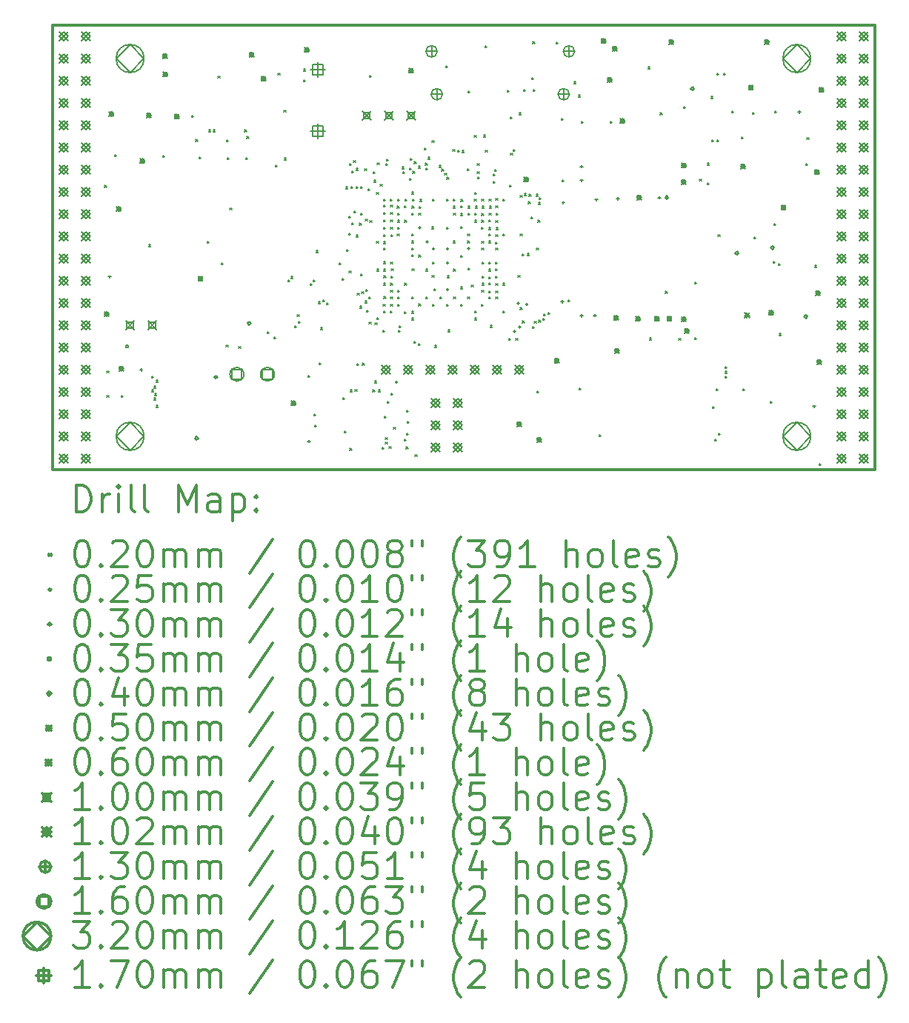
<source format=gbr>
%FSLAX45Y45*%
G04 Gerber Fmt 4.5, Leading zero omitted, Abs format (unit mm)*
G04 Created by KiCad (PCBNEW 5.0.0-rc3+dfsg1-2) date Wed Jul 18 14:57:16 2018*
%MOMM*%
%LPD*%
G01*
G04 APERTURE LIST*
%ADD10C,0.300000*%
%ADD11C,0.200000*%
G04 APERTURE END LIST*
D10*
X9410000Y-6142000D02*
X9410000Y-11222000D01*
X18808000Y-6142000D02*
X9410000Y-6142000D01*
X18808000Y-11222000D02*
X18808000Y-6142000D01*
X9410000Y-11222000D02*
X18808000Y-11222000D01*
D11*
X10009600Y-7973500D02*
X10029600Y-7993500D01*
X10029600Y-7973500D02*
X10009600Y-7993500D01*
X10035000Y-10094400D02*
X10055000Y-10114400D01*
X10055000Y-10094400D02*
X10035000Y-10114400D01*
X10035000Y-10373800D02*
X10055000Y-10393800D01*
X10055000Y-10373800D02*
X10035000Y-10393800D01*
X10125400Y-7619700D02*
X10145400Y-7639700D01*
X10145400Y-7619700D02*
X10125400Y-7639700D01*
X10200100Y-10373800D02*
X10220100Y-10393800D01*
X10220100Y-10373800D02*
X10200100Y-10393800D01*
X10514501Y-8649556D02*
X10534501Y-8669556D01*
X10534501Y-8649556D02*
X10514501Y-8669556D01*
X10545314Y-10310867D02*
X10565314Y-10330867D01*
X10565314Y-10310867D02*
X10545314Y-10330867D01*
X10547276Y-10151849D02*
X10567276Y-10171849D01*
X10567276Y-10151849D02*
X10547276Y-10171849D01*
X10574100Y-10266721D02*
X10594100Y-10286721D01*
X10594100Y-10266721D02*
X10574100Y-10286721D01*
X10574777Y-10403885D02*
X10594777Y-10423885D01*
X10594777Y-10403885D02*
X10574777Y-10423885D01*
X10579048Y-10351357D02*
X10599048Y-10371357D01*
X10599048Y-10351357D02*
X10579048Y-10371357D01*
X10597613Y-10199347D02*
X10617613Y-10219347D01*
X10617613Y-10199347D02*
X10597613Y-10219347D01*
X10598875Y-10487404D02*
X10618875Y-10507404D01*
X10618875Y-10487404D02*
X10598875Y-10507404D01*
X10671500Y-7632400D02*
X10691500Y-7652400D01*
X10691500Y-7632400D02*
X10671500Y-7652400D01*
X11001700Y-7175200D02*
X11021700Y-7195200D01*
X11021700Y-7175200D02*
X11001700Y-7195200D01*
X11049908Y-7448938D02*
X11069908Y-7468938D01*
X11069908Y-7448938D02*
X11049908Y-7468938D01*
X11090600Y-7645100D02*
X11110600Y-7665100D01*
X11110600Y-7645100D02*
X11090600Y-7665100D01*
X11179522Y-8615379D02*
X11199522Y-8635379D01*
X11199522Y-8615379D02*
X11179522Y-8635379D01*
X11197485Y-7337442D02*
X11217485Y-7357442D01*
X11217485Y-7337442D02*
X11197485Y-7357442D01*
X11251427Y-7337442D02*
X11271427Y-7357442D01*
X11271427Y-7337442D02*
X11251427Y-7357442D01*
X11305725Y-6724363D02*
X11325725Y-6744363D01*
X11325725Y-6724363D02*
X11305725Y-6744363D01*
X11344600Y-8857950D02*
X11364600Y-8877950D01*
X11364600Y-8857950D02*
X11344600Y-8877950D01*
X11397399Y-9798805D02*
X11417399Y-9818805D01*
X11417399Y-9798805D02*
X11397399Y-9818805D01*
X11400408Y-7451220D02*
X11420408Y-7471220D01*
X11420408Y-7451220D02*
X11400408Y-7471220D01*
X11408100Y-7657800D02*
X11428100Y-7677800D01*
X11428100Y-7657800D02*
X11408100Y-7677800D01*
X11441393Y-8230943D02*
X11461393Y-8250943D01*
X11461393Y-8230943D02*
X11441393Y-8250943D01*
X11541450Y-9816800D02*
X11561450Y-9836800D01*
X11561450Y-9816800D02*
X11541450Y-9836800D01*
X11609800Y-7337442D02*
X11629800Y-7357442D01*
X11629800Y-7337442D02*
X11609800Y-7357442D01*
X11624000Y-7657800D02*
X11644000Y-7677800D01*
X11644000Y-7657800D02*
X11624000Y-7677800D01*
X11635200Y-7414700D02*
X11655200Y-7434700D01*
X11655200Y-7414700D02*
X11635200Y-7434700D01*
X11869741Y-9643441D02*
X11889741Y-9663441D01*
X11889741Y-9643441D02*
X11869741Y-9663441D01*
X11941500Y-9702500D02*
X11961500Y-9722500D01*
X11961500Y-9702500D02*
X11941500Y-9722500D01*
X11959215Y-7739412D02*
X11979215Y-7759412D01*
X11979215Y-7739412D02*
X11959215Y-7759412D01*
X11990800Y-6690800D02*
X12010800Y-6710800D01*
X12010800Y-6690800D02*
X11990800Y-6710800D01*
X12056498Y-7112736D02*
X12076498Y-7132736D01*
X12076498Y-7112736D02*
X12056498Y-7132736D01*
X12063993Y-7659408D02*
X12083993Y-7679408D01*
X12083993Y-7659408D02*
X12063993Y-7679408D01*
X12106600Y-9054800D02*
X12126600Y-9074800D01*
X12126600Y-9054800D02*
X12106600Y-9074800D01*
X12139415Y-9013562D02*
X12159415Y-9033562D01*
X12159415Y-9013562D02*
X12139415Y-9033562D01*
X12182800Y-9575500D02*
X12202800Y-9595500D01*
X12202800Y-9575500D02*
X12182800Y-9595500D01*
X12210364Y-9448538D02*
X12230364Y-9468538D01*
X12230364Y-9448538D02*
X12210364Y-9468538D01*
X12220900Y-9524700D02*
X12240900Y-9544700D01*
X12240900Y-9524700D02*
X12220900Y-9544700D01*
X12282618Y-6643232D02*
X12302618Y-6663232D01*
X12302618Y-6643232D02*
X12282618Y-6663232D01*
X12284400Y-6768800D02*
X12304400Y-6788800D01*
X12304400Y-6768800D02*
X12284400Y-6788800D01*
X12332545Y-10146435D02*
X12352545Y-10166435D01*
X12352545Y-10146435D02*
X12332545Y-10166435D01*
X12360966Y-9096472D02*
X12380966Y-9116472D01*
X12380966Y-9096472D02*
X12360966Y-9116472D01*
X12391502Y-9053519D02*
X12411502Y-9073519D01*
X12411502Y-9053519D02*
X12391502Y-9073519D01*
X12403550Y-10583350D02*
X12423550Y-10603350D01*
X12423550Y-10583350D02*
X12403550Y-10603350D01*
X12410242Y-10710764D02*
X12430242Y-10730764D01*
X12430242Y-10710764D02*
X12410242Y-10730764D01*
X12426118Y-8717437D02*
X12446118Y-8737437D01*
X12446118Y-8717437D02*
X12426118Y-8737437D01*
X12426118Y-8717437D02*
X12446118Y-8737437D01*
X12446118Y-8717437D02*
X12426118Y-8737437D01*
X12453269Y-9302035D02*
X12473269Y-9322035D01*
X12473269Y-9302035D02*
X12453269Y-9322035D01*
X12460744Y-10002698D02*
X12480744Y-10022698D01*
X12480744Y-10002698D02*
X12460744Y-10022698D01*
X12474902Y-9600287D02*
X12494902Y-9620287D01*
X12494902Y-9600287D02*
X12474902Y-9620287D01*
X12501033Y-9279764D02*
X12521033Y-9299764D01*
X12521033Y-9279764D02*
X12501033Y-9299764D01*
X12542510Y-9313676D02*
X12562510Y-9333676D01*
X12562510Y-9313676D02*
X12542510Y-9333676D01*
X12687018Y-8855931D02*
X12707018Y-8875931D01*
X12707018Y-8855931D02*
X12687018Y-8875931D01*
X12720111Y-9035435D02*
X12740111Y-9055435D01*
X12740111Y-9035435D02*
X12720111Y-9055435D01*
X12731909Y-10397773D02*
X12751909Y-10417773D01*
X12751909Y-10397773D02*
X12731909Y-10417773D01*
X12748660Y-10777504D02*
X12768660Y-10797504D01*
X12768660Y-10777504D02*
X12748660Y-10797504D01*
X12764988Y-7989114D02*
X12784988Y-8009114D01*
X12784988Y-7989114D02*
X12764988Y-8009114D01*
X12771035Y-8708207D02*
X12791035Y-8728207D01*
X12791035Y-8708207D02*
X12771035Y-8728207D01*
X12796207Y-8322888D02*
X12816207Y-8342888D01*
X12816207Y-8322888D02*
X12796207Y-8342888D01*
X12799179Y-8517702D02*
X12819179Y-8537702D01*
X12819179Y-8517702D02*
X12799179Y-8537702D01*
X12803679Y-8951152D02*
X12823679Y-8971152D01*
X12823679Y-8951152D02*
X12803679Y-8971152D01*
X12805201Y-7723267D02*
X12825201Y-7743267D01*
X12825201Y-7723267D02*
X12805201Y-7743267D01*
X12810474Y-10979299D02*
X12830474Y-10999299D01*
X12830474Y-10979299D02*
X12810474Y-10999299D01*
X12814780Y-10310898D02*
X12834780Y-10330898D01*
X12834780Y-10310898D02*
X12814780Y-10330898D01*
X12822879Y-7985310D02*
X12842879Y-8005310D01*
X12842879Y-7985310D02*
X12822879Y-8005310D01*
X12834680Y-7807951D02*
X12854680Y-7827951D01*
X12854680Y-7807951D02*
X12834680Y-7827951D01*
X12835268Y-8401687D02*
X12855268Y-8421687D01*
X12855268Y-8401687D02*
X12835268Y-8421687D01*
X12854493Y-7691566D02*
X12874493Y-7711566D01*
X12874493Y-7691566D02*
X12854493Y-7711566D01*
X12859178Y-8263722D02*
X12879178Y-8283722D01*
X12879178Y-8263722D02*
X12859178Y-8283722D01*
X12870682Y-10308590D02*
X12890682Y-10328590D01*
X12890682Y-10308590D02*
X12870682Y-10328590D01*
X12880857Y-7988548D02*
X12900857Y-8008548D01*
X12900857Y-7988548D02*
X12880857Y-8008548D01*
X12881301Y-8540585D02*
X12901301Y-8560585D01*
X12901301Y-8540585D02*
X12881301Y-8560585D01*
X12886175Y-7777882D02*
X12906175Y-7797882D01*
X12906175Y-7777882D02*
X12886175Y-7797882D01*
X12890520Y-10007480D02*
X12910520Y-10027480D01*
X12910520Y-10007480D02*
X12890520Y-10027480D01*
X12895573Y-9206272D02*
X12915573Y-9226272D01*
X12915573Y-9206272D02*
X12895573Y-9226272D01*
X12920256Y-8405350D02*
X12940256Y-8425350D01*
X12940256Y-8405350D02*
X12920256Y-8425350D01*
X12926203Y-9354578D02*
X12946203Y-9374578D01*
X12946203Y-9354578D02*
X12926203Y-9374578D01*
X12933760Y-7984679D02*
X12953760Y-8004679D01*
X12953760Y-7984679D02*
X12933760Y-8004679D01*
X12934924Y-8983794D02*
X12954924Y-9003794D01*
X12954924Y-8983794D02*
X12934924Y-9003794D01*
X12935809Y-8290406D02*
X12955809Y-8310406D01*
X12955809Y-8290406D02*
X12935809Y-8310406D01*
X12946857Y-9190566D02*
X12966857Y-9210566D01*
X12966857Y-9190566D02*
X12946857Y-9210566D01*
X12956000Y-10005500D02*
X12976000Y-10025500D01*
X12976000Y-10005500D02*
X12956000Y-10025500D01*
X12982095Y-7781082D02*
X13002095Y-7801082D01*
X13002095Y-7781082D02*
X12982095Y-7801082D01*
X12987271Y-9293510D02*
X13007271Y-9313510D01*
X13007271Y-9293510D02*
X12987271Y-9313510D01*
X12989202Y-8359151D02*
X13009202Y-8379151D01*
X13009202Y-8359151D02*
X12989202Y-8379151D01*
X12991955Y-9163298D02*
X13011955Y-9183298D01*
X13011955Y-9163298D02*
X12991955Y-9183298D01*
X13002337Y-9402267D02*
X13022337Y-9422267D01*
X13022337Y-9402267D02*
X13002337Y-9422267D01*
X13017215Y-8013821D02*
X13037215Y-8033821D01*
X13037215Y-8013821D02*
X13017215Y-8033821D01*
X13028454Y-9248473D02*
X13048454Y-9268473D01*
X13048454Y-9248473D02*
X13028454Y-9268473D01*
X13032200Y-9535600D02*
X13052200Y-9555600D01*
X13052200Y-9535600D02*
X13032200Y-9555600D01*
X13033700Y-6718000D02*
X13053700Y-6738000D01*
X13053700Y-6718000D02*
X13033700Y-6738000D01*
X13038793Y-8376986D02*
X13058793Y-8396986D01*
X13058793Y-8376986D02*
X13038793Y-8396986D01*
X13073948Y-10310899D02*
X13093948Y-10330899D01*
X13093948Y-10310899D02*
X13073948Y-10330899D01*
X13077859Y-7815329D02*
X13097859Y-7835329D01*
X13097859Y-7815329D02*
X13077859Y-7835329D01*
X13085264Y-7914901D02*
X13105264Y-7934901D01*
X13105264Y-7914901D02*
X13085264Y-7934901D01*
X13093907Y-10208700D02*
X13113907Y-10228700D01*
X13113907Y-10208700D02*
X13093907Y-10228700D01*
X13098471Y-9546418D02*
X13118471Y-9566418D01*
X13118471Y-9546418D02*
X13098471Y-9566418D01*
X13116430Y-8612711D02*
X13136430Y-8632711D01*
X13136430Y-8612711D02*
X13116430Y-8632711D01*
X13116518Y-8052178D02*
X13136518Y-8072178D01*
X13136518Y-8052178D02*
X13116518Y-8072178D01*
X13117950Y-8930733D02*
X13137950Y-8950733D01*
X13137950Y-8930733D02*
X13117950Y-8950733D01*
X13121616Y-9485914D02*
X13141616Y-9505914D01*
X13141616Y-9485914D02*
X13121616Y-9505914D01*
X13125345Y-7716470D02*
X13145345Y-7736470D01*
X13145345Y-7716470D02*
X13125345Y-7736470D01*
X13135385Y-10310829D02*
X13155385Y-10330829D01*
X13155385Y-10310829D02*
X13135385Y-10330829D01*
X13157757Y-7959799D02*
X13177757Y-7979799D01*
X13177757Y-7959799D02*
X13157757Y-7979799D01*
X13178250Y-10964350D02*
X13198250Y-10984350D01*
X13198250Y-10964350D02*
X13178250Y-10984350D01*
X13188633Y-9630479D02*
X13208633Y-9650479D01*
X13208633Y-9630479D02*
X13188633Y-9650479D01*
X13193199Y-9330000D02*
X13213199Y-9350000D01*
X13213199Y-9330000D02*
X13193199Y-9350000D01*
X13197562Y-8931064D02*
X13217562Y-8951064D01*
X13217562Y-8931064D02*
X13197562Y-8951064D01*
X13197734Y-9090201D02*
X13217734Y-9110201D01*
X13217734Y-9090201D02*
X13197734Y-9110201D01*
X13197902Y-8284734D02*
X13217902Y-8304734D01*
X13217902Y-8284734D02*
X13197902Y-8304734D01*
X13197999Y-8200333D02*
X13217999Y-8220333D01*
X13217999Y-8200333D02*
X13197999Y-8220333D01*
X13198000Y-8690000D02*
X13218000Y-8710000D01*
X13218000Y-8690000D02*
X13198000Y-8710000D01*
X13198000Y-9410000D02*
X13218000Y-9430000D01*
X13218000Y-9410000D02*
X13198000Y-9430000D01*
X13198303Y-8616041D02*
X13218303Y-8636041D01*
X13218303Y-8616041D02*
X13198303Y-8636041D01*
X13198368Y-8369136D02*
X13218368Y-8389136D01*
X13218368Y-8369136D02*
X13198368Y-8389136D01*
X13198405Y-8845827D02*
X13218405Y-8865827D01*
X13218405Y-8845827D02*
X13198405Y-8865827D01*
X13198801Y-8130801D02*
X13218801Y-8150801D01*
X13218801Y-8130801D02*
X13198801Y-8150801D01*
X13198979Y-8537938D02*
X13218979Y-8557938D01*
X13218979Y-8537938D02*
X13198979Y-8557938D01*
X13199289Y-8453537D02*
X13219289Y-8473537D01*
X13219289Y-8453537D02*
X13199289Y-8473537D01*
X13200000Y-9005799D02*
X13220000Y-9025799D01*
X13220000Y-9005799D02*
X13200000Y-9025799D01*
X13201075Y-9242748D02*
X13221075Y-9262748D01*
X13221075Y-9242748D02*
X13201075Y-9262748D01*
X13206286Y-10608587D02*
X13226286Y-10628587D01*
X13226286Y-10608587D02*
X13206286Y-10628587D01*
X13217511Y-10908296D02*
X13237511Y-10928296D01*
X13237511Y-10908296D02*
X13217511Y-10928296D01*
X13218833Y-10855612D02*
X13238833Y-10875612D01*
X13238833Y-10855612D02*
X13218833Y-10875612D01*
X13220903Y-7724256D02*
X13240903Y-7744256D01*
X13240903Y-7724256D02*
X13220903Y-7744256D01*
X13232873Y-7672932D02*
X13252873Y-7692932D01*
X13252873Y-7672932D02*
X13232873Y-7692932D01*
X13236800Y-10440341D02*
X13256800Y-10460341D01*
X13256800Y-10440341D02*
X13236800Y-10460341D01*
X13260800Y-10958000D02*
X13280800Y-10978000D01*
X13280800Y-10958000D02*
X13260800Y-10978000D01*
X13272048Y-8130098D02*
X13292048Y-8150098D01*
X13292048Y-8130098D02*
X13272048Y-8150098D01*
X13274623Y-9409707D02*
X13294623Y-9429707D01*
X13294623Y-9409707D02*
X13274623Y-9429707D01*
X13277261Y-8284735D02*
X13297261Y-8304735D01*
X13297261Y-8284735D02*
X13277261Y-8304735D01*
X13278000Y-8200334D02*
X13298000Y-8220334D01*
X13298000Y-8200334D02*
X13278000Y-8220334D01*
X13278000Y-8850000D02*
X13298000Y-8870000D01*
X13298000Y-8850000D02*
X13278000Y-8870000D01*
X13278000Y-9090000D02*
X13298000Y-9110000D01*
X13298000Y-9090000D02*
X13278000Y-9110000D01*
X13278000Y-9170000D02*
X13298000Y-9190000D01*
X13298000Y-9170000D02*
X13278000Y-9190000D01*
X13278000Y-9250000D02*
X13298000Y-9270000D01*
X13298000Y-9250000D02*
X13278000Y-9270000D01*
X13278000Y-9330000D02*
X13298000Y-9350000D01*
X13298000Y-9330000D02*
X13278000Y-9350000D01*
X13278175Y-8369136D02*
X13298175Y-8389136D01*
X13298175Y-8369136D02*
X13278175Y-8389136D01*
X13278218Y-8453537D02*
X13298218Y-8473537D01*
X13298218Y-8453537D02*
X13278218Y-8473537D01*
X13279688Y-8536938D02*
X13299688Y-8556938D01*
X13299688Y-8536938D02*
X13279688Y-8556938D01*
X13280000Y-9008000D02*
X13300000Y-9028000D01*
X13300000Y-9008000D02*
X13280000Y-9028000D01*
X13282849Y-10350134D02*
X13302849Y-10370134D01*
X13302849Y-10350134D02*
X13282849Y-10370134D01*
X13286200Y-8926000D02*
X13306200Y-8946000D01*
X13306200Y-8926000D02*
X13286200Y-8946000D01*
X13311600Y-10736500D02*
X13331600Y-10756500D01*
X13331600Y-10736500D02*
X13311600Y-10756500D01*
X13352314Y-8526642D02*
X13372314Y-8546642D01*
X13372314Y-8526642D02*
X13352314Y-8546642D01*
X13354839Y-8209060D02*
X13374839Y-8229060D01*
X13374839Y-8209060D02*
X13354839Y-8229060D01*
X13356449Y-8131468D02*
X13376449Y-8151468D01*
X13376449Y-8131468D02*
X13356449Y-8151468D01*
X13357194Y-8449520D02*
X13377194Y-8469520D01*
X13377194Y-8449520D02*
X13357194Y-8469520D01*
X13358000Y-8290000D02*
X13378000Y-8310000D01*
X13378000Y-8290000D02*
X13358000Y-8310000D01*
X13358000Y-8370000D02*
X13378000Y-8390000D01*
X13378000Y-8370000D02*
X13358000Y-8390000D01*
X13358000Y-9170000D02*
X13378000Y-9190000D01*
X13378000Y-9170000D02*
X13358000Y-9190000D01*
X13358000Y-9250000D02*
X13378000Y-9270000D01*
X13378000Y-9250000D02*
X13358000Y-9270000D01*
X13358548Y-9330230D02*
X13378548Y-9350230D01*
X13378548Y-9330230D02*
X13358548Y-9350230D01*
X13366285Y-9629515D02*
X13386285Y-9649515D01*
X13386285Y-9629515D02*
X13366285Y-9649515D01*
X13375239Y-9577580D02*
X13395239Y-9597580D01*
X13395239Y-9577580D02*
X13375239Y-9597580D01*
X13407730Y-7762109D02*
X13427730Y-7782109D01*
X13427730Y-7762109D02*
X13407730Y-7782109D01*
X13415018Y-7815381D02*
X13435018Y-7835381D01*
X13435018Y-7815381D02*
X13415018Y-7835381D01*
X13433398Y-8208015D02*
X13453398Y-8228015D01*
X13453398Y-8208015D02*
X13433398Y-8228015D01*
X13435582Y-9416717D02*
X13455582Y-9436717D01*
X13455582Y-9416717D02*
X13435582Y-9436717D01*
X13436400Y-10874197D02*
X13456400Y-10894197D01*
X13456400Y-10874197D02*
X13436400Y-10894197D01*
X13438000Y-8370000D02*
X13458000Y-8390000D01*
X13458000Y-8370000D02*
X13438000Y-8390000D01*
X13438000Y-9090000D02*
X13458000Y-9110000D01*
X13458000Y-9090000D02*
X13438000Y-9110000D01*
X13440850Y-8130675D02*
X13460850Y-8150675D01*
X13460850Y-8130675D02*
X13440850Y-8150675D01*
X13453687Y-10961995D02*
X13473687Y-10981995D01*
X13473687Y-10961995D02*
X13453687Y-10981995D01*
X13457587Y-10803159D02*
X13477587Y-10823159D01*
X13477587Y-10803159D02*
X13457587Y-10823159D01*
X13460735Y-10540845D02*
X13480735Y-10560845D01*
X13480735Y-10540845D02*
X13460735Y-10560845D01*
X13465065Y-10671051D02*
X13485065Y-10691051D01*
X13485065Y-10671051D02*
X13465065Y-10691051D01*
X13492132Y-7892495D02*
X13512132Y-7912495D01*
X13512132Y-7892495D02*
X13492132Y-7912495D01*
X13493478Y-7773120D02*
X13513478Y-7793120D01*
X13513478Y-7773120D02*
X13493478Y-7793120D01*
X13502968Y-7663013D02*
X13522968Y-7683013D01*
X13522968Y-7663013D02*
X13502968Y-7683013D01*
X13516300Y-8762700D02*
X13536300Y-8782700D01*
X13536300Y-8762700D02*
X13516300Y-8782700D01*
X13518000Y-8292201D02*
X13538000Y-8312201D01*
X13538000Y-8292201D02*
X13518000Y-8312201D01*
X13518000Y-8530000D02*
X13538000Y-8550000D01*
X13538000Y-8530000D02*
X13518000Y-8550000D01*
X13518000Y-8610000D02*
X13538000Y-8630000D01*
X13538000Y-8610000D02*
X13518000Y-8630000D01*
X13518000Y-8690000D02*
X13538000Y-8710000D01*
X13538000Y-8690000D02*
X13518000Y-8710000D01*
X13518000Y-9250000D02*
X13538000Y-9270000D01*
X13538000Y-9250000D02*
X13518000Y-9270000D01*
X13518128Y-8048312D02*
X13538128Y-8068312D01*
X13538128Y-8048312D02*
X13518128Y-8068312D01*
X13518463Y-9488530D02*
X13538463Y-9508530D01*
X13538463Y-9488530D02*
X13518463Y-9508530D01*
X13518862Y-9412562D02*
X13538862Y-9432562D01*
X13538862Y-9412562D02*
X13518862Y-9432562D01*
X13521538Y-8209385D02*
X13541538Y-8229385D01*
X13541538Y-8209385D02*
X13521538Y-8229385D01*
X13524276Y-8928163D02*
X13544276Y-8948163D01*
X13544276Y-8928163D02*
X13524276Y-8948163D01*
X13525957Y-8129544D02*
X13545957Y-8149544D01*
X13545957Y-8129544D02*
X13525957Y-8149544D01*
X13531439Y-7812965D02*
X13551439Y-7832965D01*
X13551439Y-7812965D02*
X13531439Y-7832965D01*
X13541700Y-9753300D02*
X13561700Y-9773300D01*
X13561700Y-9753300D02*
X13541700Y-9773300D01*
X13548770Y-7704070D02*
X13568770Y-7724070D01*
X13568770Y-7704070D02*
X13548770Y-7724070D01*
X13555656Y-11051071D02*
X13575656Y-11071071D01*
X13575656Y-11051071D02*
X13555656Y-11071071D01*
X13594882Y-7754550D02*
X13614882Y-7774550D01*
X13614882Y-7754550D02*
X13594882Y-7774550D01*
X13595027Y-9781423D02*
X13615027Y-9801423D01*
X13615027Y-9781423D02*
X13595027Y-9801423D01*
X13598000Y-8290000D02*
X13618000Y-8310000D01*
X13618000Y-8290000D02*
X13598000Y-8310000D01*
X13598000Y-8770000D02*
X13618000Y-8790000D01*
X13618000Y-8770000D02*
X13598000Y-8790000D01*
X13599596Y-9326965D02*
X13619596Y-9346965D01*
X13619596Y-9326965D02*
X13599596Y-9346965D01*
X13602455Y-8216004D02*
X13622455Y-8236004D01*
X13622455Y-8216004D02*
X13602455Y-8236004D01*
X13613334Y-8133723D02*
X13633334Y-8153723D01*
X13633334Y-8133723D02*
X13613334Y-8153723D01*
X13664259Y-7547941D02*
X13684259Y-7567941D01*
X13684259Y-7547941D02*
X13664259Y-7567941D01*
X13676320Y-7718760D02*
X13696320Y-7738760D01*
X13696320Y-7718760D02*
X13676320Y-7738760D01*
X13678000Y-8930000D02*
X13698000Y-8950000D01*
X13698000Y-8930000D02*
X13678000Y-8950000D01*
X13678000Y-9250000D02*
X13698000Y-9270000D01*
X13698000Y-9250000D02*
X13678000Y-9270000D01*
X13679461Y-7776107D02*
X13699461Y-7796107D01*
X13699461Y-7776107D02*
X13679461Y-7796107D01*
X13707437Y-7652487D02*
X13727437Y-7672487D01*
X13727437Y-7652487D02*
X13707437Y-7672487D01*
X13745078Y-8447729D02*
X13765078Y-8467729D01*
X13765078Y-8447729D02*
X13745078Y-8467729D01*
X13752489Y-9002290D02*
X13772489Y-9022290D01*
X13772489Y-9002290D02*
X13752489Y-9022290D01*
X13752520Y-7459680D02*
X13772520Y-7479680D01*
X13772520Y-7459680D02*
X13752520Y-7479680D01*
X13758000Y-8130000D02*
X13778000Y-8150000D01*
X13778000Y-8130000D02*
X13758000Y-8150000D01*
X13758000Y-8850000D02*
X13778000Y-8870000D01*
X13778000Y-8850000D02*
X13758000Y-8870000D01*
X13758000Y-9330000D02*
X13778000Y-9350000D01*
X13778000Y-9330000D02*
X13758000Y-9350000D01*
X13770300Y-9156400D02*
X13790300Y-9176400D01*
X13790300Y-9156400D02*
X13770300Y-9176400D01*
X13781499Y-9802300D02*
X13801499Y-9822300D01*
X13801499Y-9802300D02*
X13781499Y-9822300D01*
X13830592Y-7745154D02*
X13850592Y-7765154D01*
X13850592Y-7745154D02*
X13830592Y-7765154D01*
X13838000Y-9250000D02*
X13858000Y-9270000D01*
X13858000Y-9250000D02*
X13838000Y-9270000D01*
X13862293Y-7788159D02*
X13882293Y-7808159D01*
X13882293Y-7788159D02*
X13862293Y-7808159D01*
X13893994Y-7831909D02*
X13913994Y-7851909D01*
X13913994Y-7831909D02*
X13893994Y-7851909D01*
X13910000Y-6603700D02*
X13930000Y-6623700D01*
X13930000Y-6603700D02*
X13910000Y-6623700D01*
X13917252Y-8451135D02*
X13937252Y-8471135D01*
X13937252Y-8451135D02*
X13917252Y-8471135D01*
X13918000Y-8130000D02*
X13938000Y-8150000D01*
X13938000Y-8130000D02*
X13918000Y-8150000D01*
X13918000Y-9330000D02*
X13938000Y-9350000D01*
X13938000Y-9330000D02*
X13918000Y-9350000D01*
X13921466Y-7881869D02*
X13941466Y-7901869D01*
X13941466Y-7881869D02*
X13921466Y-7901869D01*
X13922232Y-9006404D02*
X13942232Y-9026404D01*
X13942232Y-9006404D02*
X13922232Y-9026404D01*
X13933900Y-9624500D02*
X13953900Y-9644500D01*
X13953900Y-9624500D02*
X13933900Y-9644500D01*
X13989274Y-7564800D02*
X14009274Y-7584800D01*
X14009274Y-7564800D02*
X13989274Y-7584800D01*
X13991460Y-8609297D02*
X14011460Y-8629297D01*
X14011460Y-8609297D02*
X13991460Y-8629297D01*
X13992898Y-8130000D02*
X14012898Y-8150000D01*
X14012898Y-8130000D02*
X13992898Y-8150000D01*
X13992898Y-8210000D02*
X14012898Y-8230000D01*
X14012898Y-8210000D02*
X13992898Y-8230000D01*
X13996000Y-8292000D02*
X14016000Y-8312000D01*
X14016000Y-8292000D02*
X13996000Y-8312000D01*
X13998000Y-8930000D02*
X14018000Y-8950000D01*
X14018000Y-8930000D02*
X13998000Y-8950000D01*
X13998000Y-9250000D02*
X14018000Y-9270000D01*
X14018000Y-9250000D02*
X13998000Y-9270000D01*
X14041773Y-7569399D02*
X14061773Y-7589399D01*
X14061773Y-7569399D02*
X14041773Y-7589399D01*
X14076133Y-8294127D02*
X14096133Y-8314127D01*
X14096133Y-8294127D02*
X14076133Y-8314127D01*
X14077299Y-8207716D02*
X14097299Y-8227716D01*
X14097299Y-8207716D02*
X14077299Y-8227716D01*
X14077419Y-9133335D02*
X14097419Y-9153335D01*
X14097419Y-9133335D02*
X14077419Y-9153335D01*
X14077693Y-8445254D02*
X14097693Y-8465254D01*
X14097693Y-8445254D02*
X14077693Y-8465254D01*
X14078000Y-9330000D02*
X14098000Y-9350000D01*
X14098000Y-9330000D02*
X14078000Y-9350000D01*
X14079623Y-8771623D02*
X14099623Y-8791623D01*
X14099623Y-8771623D02*
X14079623Y-8791623D01*
X14082264Y-8134744D02*
X14102264Y-8154744D01*
X14102264Y-8134744D02*
X14082264Y-8154744D01*
X14094211Y-7574661D02*
X14114211Y-7594661D01*
X14114211Y-7574661D02*
X14094211Y-7594661D01*
X14152481Y-7781450D02*
X14172481Y-7801450D01*
X14172481Y-7781450D02*
X14152481Y-7801450D01*
X14158000Y-8530000D02*
X14178000Y-8550000D01*
X14178000Y-8530000D02*
X14158000Y-8550000D01*
X14158000Y-8610000D02*
X14178000Y-8630000D01*
X14178000Y-8610000D02*
X14158000Y-8630000D01*
X14158000Y-9250000D02*
X14178000Y-9270000D01*
X14178000Y-9250000D02*
X14158000Y-9270000D01*
X14162701Y-8209494D02*
X14182701Y-8229494D01*
X14182701Y-8209494D02*
X14162701Y-8229494D01*
X14162701Y-8289887D02*
X14182701Y-8309887D01*
X14182701Y-8289887D02*
X14162701Y-8309887D01*
X14164000Y-8915099D02*
X14184000Y-8935099D01*
X14184000Y-8915099D02*
X14164000Y-8935099D01*
X14164285Y-6893836D02*
X14184285Y-6913836D01*
X14184285Y-6893836D02*
X14164285Y-6913836D01*
X14200722Y-9110102D02*
X14220722Y-9130102D01*
X14220722Y-9110102D02*
X14200722Y-9130102D01*
X14233699Y-7403800D02*
X14253699Y-7423800D01*
X14253699Y-7403800D02*
X14233699Y-7423800D01*
X14235032Y-8132000D02*
X14255032Y-8152000D01*
X14255032Y-8132000D02*
X14235032Y-8152000D01*
X14236000Y-8052000D02*
X14256000Y-8072000D01*
X14256000Y-8052000D02*
X14236000Y-8072000D01*
X14236000Y-8292000D02*
X14256000Y-8312000D01*
X14256000Y-8292000D02*
X14236000Y-8312000D01*
X14238000Y-8370000D02*
X14258000Y-8390000D01*
X14258000Y-8370000D02*
X14238000Y-8390000D01*
X14238000Y-9410000D02*
X14258000Y-9430000D01*
X14258000Y-9410000D02*
X14238000Y-9430000D01*
X14238000Y-9490000D02*
X14258000Y-9510000D01*
X14258000Y-9490000D02*
X14238000Y-9510000D01*
X14247102Y-8210435D02*
X14267102Y-8230435D01*
X14267102Y-8210435D02*
X14247102Y-8230435D01*
X14268441Y-7818307D02*
X14288441Y-7838307D01*
X14288441Y-7818307D02*
X14268441Y-7838307D01*
X14268583Y-7724192D02*
X14288583Y-7744192D01*
X14288583Y-7724192D02*
X14268583Y-7744192D01*
X14271130Y-7874603D02*
X14291130Y-7894603D01*
X14291130Y-7874603D02*
X14271130Y-7894603D01*
X14316000Y-8452000D02*
X14336000Y-8472000D01*
X14336000Y-8452000D02*
X14316000Y-8472000D01*
X14316969Y-9331491D02*
X14336969Y-9351491D01*
X14336969Y-9331491D02*
X14316969Y-9351491D01*
X14318000Y-8370000D02*
X14338000Y-8390000D01*
X14338000Y-8370000D02*
X14318000Y-8390000D01*
X14318000Y-8690000D02*
X14338000Y-8710000D01*
X14338000Y-8690000D02*
X14318000Y-8710000D01*
X14318000Y-9170000D02*
X14338000Y-9190000D01*
X14338000Y-9170000D02*
X14318000Y-9190000D01*
X14318740Y-8294201D02*
X14338740Y-8314201D01*
X14338740Y-8294201D02*
X14318740Y-8314201D01*
X14319433Y-8127729D02*
X14339433Y-8147729D01*
X14339433Y-8127729D02*
X14319433Y-8147729D01*
X14320000Y-8612000D02*
X14340000Y-8632000D01*
X14340000Y-8612000D02*
X14320000Y-8632000D01*
X14322201Y-8849503D02*
X14342201Y-8869503D01*
X14342201Y-8849503D02*
X14322201Y-8869503D01*
X14322201Y-9010195D02*
X14342201Y-9030195D01*
X14342201Y-9010195D02*
X14322201Y-9030195D01*
X14322201Y-9090066D02*
X14342201Y-9110066D01*
X14342201Y-9090066D02*
X14322201Y-9110066D01*
X14323265Y-8209799D02*
X14343265Y-8229799D01*
X14343265Y-8209799D02*
X14323265Y-8229799D01*
X14341800Y-7397450D02*
X14361800Y-7417450D01*
X14361800Y-7397450D02*
X14341800Y-7417450D01*
X14355067Y-6376252D02*
X14375067Y-6396252D01*
X14375067Y-6376252D02*
X14355067Y-6396252D01*
X14360888Y-7571730D02*
X14380888Y-7591730D01*
X14380888Y-7571730D02*
X14360888Y-7591730D01*
X14396483Y-9177765D02*
X14416483Y-9197765D01*
X14416483Y-9177765D02*
X14396483Y-9197765D01*
X14397624Y-8929530D02*
X14417624Y-8949530D01*
X14417624Y-8929530D02*
X14397624Y-8949530D01*
X14397701Y-9016697D02*
X14417701Y-9036697D01*
X14417701Y-9016697D02*
X14397701Y-9036697D01*
X14398000Y-8610000D02*
X14418000Y-8630000D01*
X14418000Y-8610000D02*
X14398000Y-8630000D01*
X14398000Y-9085650D02*
X14418000Y-9105650D01*
X14418000Y-9085650D02*
X14398000Y-9105650D01*
X14398283Y-8848451D02*
X14418283Y-8868451D01*
X14418283Y-8848451D02*
X14398283Y-8868451D01*
X14400201Y-8529722D02*
X14420201Y-8549722D01*
X14420201Y-8529722D02*
X14400201Y-8549722D01*
X14400319Y-8367799D02*
X14420319Y-8387799D01*
X14420319Y-8367799D02*
X14400319Y-8387799D01*
X14400350Y-8456040D02*
X14420350Y-8476040D01*
X14420350Y-8456040D02*
X14400350Y-8476040D01*
X14401325Y-9248876D02*
X14421325Y-9268876D01*
X14421325Y-9248876D02*
X14401325Y-9268876D01*
X14403141Y-8290000D02*
X14423141Y-8310000D01*
X14423141Y-8290000D02*
X14403141Y-8310000D01*
X14403835Y-8128377D02*
X14423835Y-8148377D01*
X14423835Y-8128377D02*
X14403835Y-8148377D01*
X14407666Y-8210000D02*
X14427666Y-8230000D01*
X14427666Y-8210000D02*
X14407666Y-8230000D01*
X14416499Y-9573700D02*
X14436499Y-9593700D01*
X14436499Y-9573700D02*
X14416499Y-9593700D01*
X14450634Y-7841735D02*
X14470634Y-7861735D01*
X14470634Y-7841735D02*
X14450634Y-7861735D01*
X14450634Y-7926136D02*
X14470634Y-7946136D01*
X14470634Y-7926136D02*
X14450634Y-7946136D01*
X14469153Y-7792394D02*
X14489153Y-7812394D01*
X14489153Y-7792394D02*
X14469153Y-7812394D01*
X14475676Y-8924990D02*
X14495676Y-8944990D01*
X14495676Y-8924990D02*
X14475676Y-8944990D01*
X14476724Y-9009392D02*
X14496724Y-9029392D01*
X14496724Y-9009392D02*
X14476724Y-9029392D01*
X14477515Y-8619275D02*
X14497515Y-8639275D01*
X14497515Y-8619275D02*
X14477515Y-8639275D01*
X14477765Y-8852201D02*
X14497765Y-8872201D01*
X14497765Y-8852201D02*
X14477765Y-8872201D01*
X14478235Y-9247799D02*
X14498235Y-9267799D01*
X14498235Y-9247799D02*
X14478235Y-9267799D01*
X14478778Y-8123192D02*
X14498778Y-8143192D01*
X14498778Y-8123192D02*
X14478778Y-8143192D01*
X14478812Y-8207593D02*
X14498812Y-8227593D01*
X14498812Y-8207593D02*
X14478812Y-8227593D01*
X14478935Y-8534874D02*
X14498935Y-8554874D01*
X14498935Y-8534874D02*
X14478935Y-8554874D01*
X14479160Y-9178194D02*
X14499160Y-9198194D01*
X14499160Y-9178194D02*
X14479160Y-9198194D01*
X14479432Y-8687756D02*
X14499432Y-8707756D01*
X14499432Y-8687756D02*
X14479432Y-8707756D01*
X14479670Y-8376395D02*
X14499670Y-8396395D01*
X14499670Y-8376395D02*
X14479670Y-8396395D01*
X14480294Y-9093793D02*
X14500294Y-9113793D01*
X14500294Y-9093793D02*
X14480294Y-9113793D01*
X14481241Y-8455796D02*
X14501241Y-8475796D01*
X14501241Y-8455796D02*
X14481241Y-8475796D01*
X14481689Y-8291994D02*
X14501689Y-8311994D01*
X14501689Y-8291994D02*
X14481689Y-8311994D01*
X14557281Y-8529606D02*
X14577281Y-8549606D01*
X14577281Y-8529606D02*
X14557281Y-8549606D01*
X14558000Y-8130512D02*
X14578000Y-8150512D01*
X14578000Y-8130512D02*
X14558000Y-8150512D01*
X14558739Y-9089665D02*
X14578739Y-9109665D01*
X14578739Y-9089665D02*
X14558739Y-9109665D01*
X14559124Y-9406675D02*
X14579124Y-9426675D01*
X14579124Y-9406675D02*
X14559124Y-9426675D01*
X14613342Y-6884608D02*
X14633342Y-6904608D01*
X14633342Y-6884608D02*
X14613342Y-6904608D01*
X14629479Y-9723392D02*
X14649479Y-9743392D01*
X14649479Y-9723392D02*
X14629479Y-9743392D01*
X14638141Y-7971938D02*
X14658141Y-7991938D01*
X14658141Y-7971938D02*
X14638141Y-7991938D01*
X14646600Y-7187900D02*
X14666600Y-7207900D01*
X14666600Y-7187900D02*
X14646600Y-7207900D01*
X14648744Y-7607406D02*
X14668744Y-7627406D01*
X14668744Y-7607406D02*
X14648744Y-7627406D01*
X14680980Y-7560789D02*
X14700980Y-7580789D01*
X14700980Y-7560789D02*
X14680980Y-7580789D01*
X14707598Y-9723392D02*
X14727598Y-9743392D01*
X14727598Y-9723392D02*
X14707598Y-9743392D01*
X14733095Y-9001248D02*
X14753095Y-9021248D01*
X14753095Y-9001248D02*
X14733095Y-9021248D01*
X14748200Y-7143450D02*
X14768200Y-7163450D01*
X14768200Y-7143450D02*
X14748200Y-7163450D01*
X14758739Y-8527409D02*
X14778739Y-8547409D01*
X14778739Y-8527409D02*
X14758739Y-8547409D01*
X14758831Y-8088311D02*
X14778831Y-8108311D01*
X14778831Y-8088311D02*
X14758831Y-8108311D01*
X14760000Y-9372000D02*
X14780000Y-9392000D01*
X14780000Y-9372000D02*
X14760000Y-9392000D01*
X14781079Y-8758342D02*
X14801079Y-8778342D01*
X14801079Y-8758342D02*
X14781079Y-8778342D01*
X14782886Y-9523902D02*
X14802886Y-9543902D01*
X14802886Y-9523902D02*
X14782886Y-9543902D01*
X14799000Y-6876750D02*
X14819000Y-6896750D01*
X14819000Y-6876750D02*
X14799000Y-6896750D01*
X14807525Y-8068155D02*
X14827525Y-8088155D01*
X14827525Y-8068155D02*
X14807525Y-8088155D01*
X14838354Y-8752346D02*
X14858354Y-8772346D01*
X14858354Y-8752346D02*
X14838354Y-8772346D01*
X14851066Y-8160586D02*
X14871066Y-8180586D01*
X14871066Y-8160586D02*
X14851066Y-8180586D01*
X14859611Y-8076185D02*
X14879611Y-8096185D01*
X14879611Y-8076185D02*
X14859611Y-8096185D01*
X14882151Y-8334201D02*
X14902151Y-8354201D01*
X14902151Y-8334201D02*
X14882151Y-8354201D01*
X14887900Y-6742997D02*
X14907900Y-6762997D01*
X14907900Y-6742997D02*
X14887900Y-6762997D01*
X14899100Y-9586400D02*
X14919100Y-9606400D01*
X14919100Y-9586400D02*
X14899100Y-9606400D01*
X14903412Y-6332405D02*
X14923412Y-6352405D01*
X14923412Y-6332405D02*
X14903412Y-6352405D01*
X14906950Y-6876750D02*
X14926950Y-6896750D01*
X14926950Y-6876750D02*
X14906950Y-6896750D01*
X14918439Y-9527799D02*
X14938439Y-9547799D01*
X14938439Y-9527799D02*
X14918439Y-9547799D01*
X14942722Y-8073801D02*
X14962722Y-8093801D01*
X14962722Y-8073801D02*
X14942722Y-8093801D01*
X14945314Y-8688944D02*
X14965314Y-8708944D01*
X14965314Y-8688944D02*
X14945314Y-8708944D01*
X14947728Y-10322085D02*
X14967728Y-10342085D01*
X14967728Y-10322085D02*
X14947728Y-10342085D01*
X14963249Y-8370769D02*
X14983249Y-8390769D01*
X14983249Y-8370769D02*
X14963249Y-8390769D01*
X14968729Y-8167499D02*
X14988729Y-8187499D01*
X14988729Y-8167499D02*
X14968729Y-8187499D01*
X14969589Y-9515108D02*
X14989589Y-9535108D01*
X14989589Y-9515108D02*
X14969589Y-9535108D01*
X14975319Y-8115211D02*
X14995319Y-8135211D01*
X14995319Y-8115211D02*
X14975319Y-8135211D01*
X15017890Y-9494025D02*
X15037890Y-9514025D01*
X15037890Y-9494025D02*
X15017890Y-9514025D01*
X15024597Y-9441753D02*
X15044597Y-9461753D01*
X15044597Y-9441753D02*
X15024597Y-9461753D01*
X15078921Y-9423257D02*
X15098921Y-9443257D01*
X15098921Y-9423257D02*
X15078921Y-9443257D01*
X15167300Y-6337000D02*
X15187300Y-6357000D01*
X15187300Y-6337000D02*
X15167300Y-6357000D01*
X15230800Y-7206950D02*
X15250800Y-7226950D01*
X15250800Y-7206950D02*
X15230800Y-7226950D01*
X15239707Y-7909347D02*
X15259707Y-7929347D01*
X15259707Y-7909347D02*
X15239707Y-7929347D01*
X15305500Y-9281600D02*
X15325500Y-9301600D01*
X15325500Y-9281600D02*
X15305500Y-9301600D01*
X15370500Y-6789627D02*
X15390500Y-6809627D01*
X15390500Y-6789627D02*
X15370500Y-6809627D01*
X15421300Y-6940250D02*
X15441300Y-6960250D01*
X15441300Y-6940250D02*
X15421300Y-6960250D01*
X15432558Y-10288777D02*
X15452558Y-10308777D01*
X15452558Y-10288777D02*
X15432558Y-10308777D01*
X15459400Y-7238700D02*
X15479400Y-7258700D01*
X15479400Y-7238700D02*
X15459400Y-7258700D01*
X15662600Y-10820100D02*
X15682600Y-10840100D01*
X15682600Y-10820100D02*
X15662600Y-10840100D01*
X15789600Y-7238700D02*
X15809600Y-7258700D01*
X15809600Y-7238700D02*
X15789600Y-7258700D01*
X16217147Y-6618496D02*
X16237147Y-6638496D01*
X16237147Y-6618496D02*
X16217147Y-6638496D01*
X16234100Y-9717000D02*
X16254100Y-9737000D01*
X16254100Y-9717000D02*
X16234100Y-9737000D01*
X16360322Y-7144216D02*
X16380322Y-7164216D01*
X16380322Y-7144216D02*
X16360322Y-7164216D01*
X16418510Y-9184590D02*
X16438510Y-9204590D01*
X16438510Y-9184590D02*
X16418510Y-9204590D01*
X16570337Y-9724488D02*
X16590337Y-9744488D01*
X16590337Y-9724488D02*
X16570337Y-9744488D01*
X16625348Y-7073546D02*
X16645348Y-7093546D01*
X16645348Y-7073546D02*
X16625348Y-7093546D01*
X16754800Y-9080200D02*
X16774800Y-9100200D01*
X16774800Y-9080200D02*
X16754800Y-9100200D01*
X16754800Y-9715200D02*
X16774800Y-9735200D01*
X16774800Y-9715200D02*
X16754800Y-9735200D01*
X16806644Y-7900804D02*
X16826644Y-7920804D01*
X16826644Y-7900804D02*
X16806644Y-7920804D01*
X16894500Y-7718000D02*
X16914500Y-7738000D01*
X16914500Y-7718000D02*
X16894500Y-7738000D01*
X16894500Y-7943550D02*
X16914500Y-7963550D01*
X16914500Y-7943550D02*
X16894500Y-7963550D01*
X16941704Y-6958649D02*
X16961704Y-6978649D01*
X16961704Y-6958649D02*
X16941704Y-6978649D01*
X16945300Y-7454600D02*
X16965300Y-7474600D01*
X16965300Y-7454600D02*
X16945300Y-7474600D01*
X16958000Y-10502600D02*
X16978000Y-10522600D01*
X16978000Y-10502600D02*
X16958000Y-10522600D01*
X16983400Y-10870900D02*
X17003400Y-10890900D01*
X17003400Y-10870900D02*
X16983400Y-10890900D01*
X16996100Y-10299400D02*
X17016100Y-10319400D01*
X17016100Y-10299400D02*
X16996100Y-10319400D01*
X17008800Y-6692600D02*
X17028800Y-6712600D01*
X17028800Y-6692600D02*
X17008800Y-6712600D01*
X17008800Y-7454600D02*
X17028800Y-7474600D01*
X17028800Y-7454600D02*
X17008800Y-7474600D01*
X17020954Y-8534153D02*
X17040954Y-8554153D01*
X17040954Y-8534153D02*
X17020954Y-8554153D01*
X17021500Y-10807400D02*
X17041500Y-10827400D01*
X17041500Y-10807400D02*
X17021500Y-10827400D01*
X17085000Y-6692600D02*
X17105000Y-6712600D01*
X17105000Y-6692600D02*
X17085000Y-6712600D01*
X17098912Y-10045982D02*
X17118912Y-10065982D01*
X17118912Y-10045982D02*
X17098912Y-10065982D01*
X17098912Y-10098683D02*
X17118912Y-10118683D01*
X17118912Y-10098683D02*
X17098912Y-10118683D01*
X17098912Y-10155324D02*
X17118912Y-10175324D01*
X17118912Y-10155324D02*
X17098912Y-10175324D01*
X17173900Y-7124400D02*
X17193900Y-7144400D01*
X17193900Y-7124400D02*
X17173900Y-7144400D01*
X17288200Y-7416500D02*
X17308200Y-7436500D01*
X17308200Y-7416500D02*
X17288200Y-7436500D01*
X17300900Y-10299400D02*
X17320900Y-10319400D01*
X17320900Y-10299400D02*
X17300900Y-10319400D01*
X17415200Y-7137100D02*
X17435200Y-7157100D01*
X17435200Y-7137100D02*
X17415200Y-7157100D01*
X17427900Y-8564300D02*
X17447900Y-8584300D01*
X17447900Y-8564300D02*
X17427900Y-8584300D01*
X17618400Y-10439100D02*
X17638400Y-10459100D01*
X17638400Y-10439100D02*
X17618400Y-10459100D01*
X17650543Y-8840716D02*
X17670543Y-8860716D01*
X17670543Y-8840716D02*
X17650543Y-8860716D01*
X17660000Y-8412000D02*
X17680000Y-8432000D01*
X17680000Y-8412000D02*
X17660000Y-8432000D01*
X17669708Y-7124179D02*
X17689708Y-7144179D01*
X17689708Y-7124179D02*
X17669708Y-7144179D01*
X17708899Y-8866403D02*
X17728899Y-8886403D01*
X17728899Y-8866403D02*
X17708899Y-8886403D01*
X17718798Y-9667866D02*
X17738798Y-9687866D01*
X17738798Y-9667866D02*
X17718798Y-9687866D01*
X18024078Y-7721693D02*
X18044078Y-7741693D01*
X18044078Y-7721693D02*
X18024078Y-7741693D01*
X18036000Y-7427400D02*
X18056000Y-7447400D01*
X18056000Y-7427400D02*
X18036000Y-7447400D01*
X18124900Y-8887900D02*
X18144900Y-8907900D01*
X18144900Y-8887900D02*
X18124900Y-8907900D01*
X18177200Y-11150300D02*
X18197200Y-11170300D01*
X18197200Y-11150300D02*
X18177200Y-11170300D01*
X13357629Y-10223262D02*
G75*
G03X13357629Y-10223262I-12700J0D01*
G01*
X13620700Y-8460000D02*
G75*
G03X13620700Y-8460000I-12700J0D01*
G01*
X13706511Y-8619631D02*
G75*
G03X13706511Y-8619631I-12700J0D01*
G01*
X13780700Y-8700000D02*
G75*
G03X13780700Y-8700000I-12700J0D01*
G01*
X13939164Y-9161521D02*
G75*
G03X13939164Y-9161521I-12700J0D01*
G01*
X13940700Y-8700000D02*
G75*
G03X13940700Y-8700000I-12700J0D01*
G01*
X13940700Y-8860000D02*
G75*
G03X13940700Y-8860000I-12700J0D01*
G01*
X14180298Y-8698652D02*
G75*
G03X14180298Y-8698652I-12700J0D01*
G01*
X14706928Y-9645206D02*
G75*
G03X14706928Y-9645206I-12700J0D01*
G01*
X14747089Y-9321713D02*
G75*
G03X14747089Y-9321713I-12700J0D01*
G01*
X14766147Y-9591326D02*
G75*
G03X14766147Y-9591326I-12700J0D01*
G01*
X14847601Y-9332231D02*
G75*
G03X14847601Y-9332231I-12700J0D01*
G01*
X10065212Y-9001224D02*
X10065212Y-9031224D01*
X10050212Y-9016224D02*
X10080212Y-9016224D01*
X10426000Y-10064000D02*
X10426000Y-10094000D01*
X10411000Y-10079000D02*
X10441000Y-10079000D01*
X12343700Y-10882200D02*
X12343700Y-10912200D01*
X12328700Y-10897200D02*
X12358700Y-10897200D01*
X15240800Y-9284750D02*
X15240800Y-9314750D01*
X15225800Y-9299750D02*
X15255800Y-9299750D01*
X15251012Y-8154523D02*
X15251012Y-8184523D01*
X15236012Y-8169523D02*
X15266012Y-8169523D01*
X15456700Y-7741700D02*
X15456700Y-7771700D01*
X15441700Y-7756700D02*
X15471700Y-7756700D01*
X15456700Y-7900450D02*
X15456700Y-7930450D01*
X15441700Y-7915450D02*
X15471700Y-7915450D01*
X15459390Y-9445795D02*
X15459390Y-9475795D01*
X15444390Y-9460795D02*
X15474390Y-9460795D01*
X15609100Y-9443500D02*
X15609100Y-9473500D01*
X15594100Y-9458500D02*
X15624100Y-9458500D01*
X15626277Y-8119937D02*
X15626277Y-8149937D01*
X15611277Y-8134937D02*
X15641277Y-8134937D01*
X15875800Y-8110000D02*
X15875800Y-8140000D01*
X15860800Y-8125000D02*
X15890800Y-8125000D01*
X16345700Y-8097300D02*
X16345700Y-8127300D01*
X16330700Y-8112300D02*
X16360700Y-8112300D01*
X17945900Y-7119400D02*
X17945900Y-7149400D01*
X17930900Y-7134400D02*
X17960900Y-7134400D01*
X18115592Y-10483071D02*
X18115592Y-10513071D01*
X18100592Y-10498071D02*
X18130592Y-10498071D01*
X10274775Y-9826475D02*
X10274775Y-9801726D01*
X10250026Y-9801726D01*
X10250026Y-9826475D01*
X10274775Y-9826475D01*
X11059391Y-10883646D02*
X11079391Y-10863646D01*
X11059391Y-10843646D01*
X11039391Y-10863646D01*
X11059391Y-10883646D01*
X11278400Y-10183350D02*
X11298400Y-10163350D01*
X11278400Y-10143350D01*
X11258400Y-10163350D01*
X11278400Y-10183350D01*
X11659400Y-9567400D02*
X11679400Y-9547400D01*
X11659400Y-9527400D01*
X11639400Y-9547400D01*
X11659400Y-9567400D01*
X16433100Y-8132300D02*
X16453100Y-8112300D01*
X16433100Y-8092300D01*
X16413100Y-8112300D01*
X16433100Y-8132300D01*
X16726700Y-6887700D02*
X16746700Y-6867700D01*
X16726700Y-6847700D01*
X16706700Y-6867700D01*
X16726700Y-6887700D01*
X17234700Y-8767300D02*
X17254700Y-8747300D01*
X17234700Y-8727300D01*
X17214700Y-8747300D01*
X17234700Y-8767300D01*
X17641100Y-8703800D02*
X17661100Y-8683800D01*
X17641100Y-8663800D01*
X17621100Y-8683800D01*
X17641100Y-8703800D01*
X18022100Y-9491200D02*
X18042100Y-9471200D01*
X18022100Y-9451200D01*
X18002100Y-9471200D01*
X18022100Y-9491200D01*
X10007300Y-9419000D02*
X10057300Y-9469000D01*
X10057300Y-9419000D02*
X10007300Y-9469000D01*
X10057300Y-9444000D02*
G75*
G03X10057300Y-9444000I-25000J0D01*
G01*
X10060589Y-7132486D02*
X10110589Y-7182486D01*
X10110589Y-7132486D02*
X10060589Y-7182486D01*
X10110589Y-7157486D02*
G75*
G03X10110589Y-7157486I-25000J0D01*
G01*
X10145789Y-8217318D02*
X10195789Y-8267318D01*
X10195789Y-8217318D02*
X10145789Y-8267318D01*
X10195789Y-8242318D02*
G75*
G03X10195789Y-8242318I-25000J0D01*
G01*
X10173900Y-10043100D02*
X10223900Y-10093100D01*
X10223900Y-10043100D02*
X10173900Y-10093100D01*
X10223900Y-10068100D02*
G75*
G03X10223900Y-10068100I-25000J0D01*
G01*
X10415200Y-7668200D02*
X10465200Y-7718200D01*
X10465200Y-7668200D02*
X10415200Y-7718200D01*
X10465200Y-7693200D02*
G75*
G03X10465200Y-7693200I-25000J0D01*
G01*
X10489900Y-7147500D02*
X10539900Y-7197500D01*
X10539900Y-7147500D02*
X10489900Y-7197500D01*
X10539900Y-7172500D02*
G75*
G03X10539900Y-7172500I-25000J0D01*
G01*
X10672481Y-6470397D02*
X10722481Y-6520397D01*
X10722481Y-6470397D02*
X10672481Y-6520397D01*
X10722481Y-6495397D02*
G75*
G03X10722481Y-6495397I-25000J0D01*
G01*
X10677149Y-6679363D02*
X10727149Y-6729363D01*
X10727149Y-6679363D02*
X10677149Y-6729363D01*
X10727149Y-6704363D02*
G75*
G03X10727149Y-6704363I-25000J0D01*
G01*
X10808900Y-7160200D02*
X10858900Y-7210200D01*
X10858900Y-7160200D02*
X10808900Y-7210200D01*
X10858900Y-7185200D02*
G75*
G03X10858900Y-7185200I-25000J0D01*
G01*
X11077510Y-9016310D02*
X11127510Y-9066310D01*
X11127510Y-9016310D02*
X11077510Y-9066310D01*
X11127510Y-9041310D02*
G75*
G03X11127510Y-9041310I-25000J0D01*
G01*
X11663050Y-6455294D02*
X11713050Y-6505294D01*
X11713050Y-6455294D02*
X11663050Y-6505294D01*
X11713050Y-6480294D02*
G75*
G03X11713050Y-6480294I-25000J0D01*
G01*
X11799500Y-6728400D02*
X11849500Y-6778400D01*
X11849500Y-6728400D02*
X11799500Y-6778400D01*
X11849500Y-6753400D02*
G75*
G03X11849500Y-6753400I-25000J0D01*
G01*
X12142400Y-10436800D02*
X12192400Y-10486800D01*
X12192400Y-10436800D02*
X12142400Y-10486800D01*
X12192400Y-10461800D02*
G75*
G03X12192400Y-10461800I-25000J0D01*
G01*
X12294800Y-6398200D02*
X12344800Y-6448200D01*
X12344800Y-6398200D02*
X12294800Y-6448200D01*
X12344800Y-6423200D02*
G75*
G03X12344800Y-6423200I-25000J0D01*
G01*
X13485559Y-6636662D02*
X13535559Y-6686662D01*
X13535559Y-6636662D02*
X13485559Y-6686662D01*
X13535559Y-6661662D02*
G75*
G03X13535559Y-6661662I-25000J0D01*
G01*
X14720500Y-10678100D02*
X14770500Y-10728100D01*
X14770500Y-10678100D02*
X14720500Y-10728100D01*
X14770500Y-10703100D02*
G75*
G03X14770500Y-10703100I-25000J0D01*
G01*
X14801839Y-7880002D02*
X14851839Y-7930002D01*
X14851839Y-7880002D02*
X14801839Y-7930002D01*
X14851839Y-7905002D02*
G75*
G03X14851839Y-7905002I-25000J0D01*
G01*
X14949100Y-10855900D02*
X14999100Y-10905900D01*
X14999100Y-10855900D02*
X14949100Y-10905900D01*
X14999100Y-10880900D02*
G75*
G03X14999100Y-10880900I-25000J0D01*
G01*
X15150800Y-9952400D02*
X15200800Y-10002400D01*
X15200800Y-9952400D02*
X15150800Y-10002400D01*
X15200800Y-9977400D02*
G75*
G03X15200800Y-9977400I-25000J0D01*
G01*
X15685700Y-6296600D02*
X15735700Y-6346600D01*
X15735700Y-6296600D02*
X15685700Y-6346600D01*
X15735700Y-6321600D02*
G75*
G03X15735700Y-6321600I-25000J0D01*
G01*
X15755757Y-6741927D02*
X15805757Y-6791927D01*
X15805757Y-6741927D02*
X15755757Y-6791927D01*
X15805757Y-6766927D02*
G75*
G03X15805757Y-6766927I-25000J0D01*
G01*
X15812700Y-6385500D02*
X15862700Y-6435500D01*
X15862700Y-6385500D02*
X15812700Y-6435500D01*
X15862700Y-6410500D02*
G75*
G03X15862700Y-6410500I-25000J0D01*
G01*
X15828999Y-9461877D02*
X15878999Y-9511877D01*
X15878999Y-9461877D02*
X15828999Y-9511877D01*
X15878999Y-9486877D02*
G75*
G03X15878999Y-9486877I-25000J0D01*
G01*
X15839500Y-9838500D02*
X15889500Y-9888500D01*
X15889500Y-9838500D02*
X15839500Y-9888500D01*
X15889500Y-9863500D02*
G75*
G03X15889500Y-9863500I-25000J0D01*
G01*
X15901600Y-7211000D02*
X15951600Y-7261000D01*
X15951600Y-7211000D02*
X15901600Y-7261000D01*
X15951600Y-7236000D02*
G75*
G03X15951600Y-7236000I-25000J0D01*
G01*
X16079400Y-9471600D02*
X16129400Y-9521600D01*
X16129400Y-9471600D02*
X16079400Y-9521600D01*
X16129400Y-9496600D02*
G75*
G03X16129400Y-9496600I-25000J0D01*
G01*
X16092100Y-8087300D02*
X16142100Y-8137300D01*
X16142100Y-8087300D02*
X16092100Y-8137300D01*
X16142100Y-8112300D02*
G75*
G03X16142100Y-8112300I-25000J0D01*
G01*
X16295300Y-9471600D02*
X16345300Y-9521600D01*
X16345300Y-9471600D02*
X16295300Y-9521600D01*
X16345300Y-9496600D02*
G75*
G03X16345300Y-9496600I-25000J0D01*
G01*
X16437573Y-9473247D02*
X16487573Y-9523247D01*
X16487573Y-9473247D02*
X16437573Y-9523247D01*
X16487573Y-9498247D02*
G75*
G03X16487573Y-9498247I-25000J0D01*
G01*
X16460400Y-6309300D02*
X16510400Y-6359300D01*
X16510400Y-6309300D02*
X16460400Y-6359300D01*
X16510400Y-6334300D02*
G75*
G03X16510400Y-6334300I-25000J0D01*
G01*
X16600554Y-7910074D02*
X16650554Y-7960074D01*
X16650554Y-7910074D02*
X16600554Y-7960074D01*
X16650554Y-7935074D02*
G75*
G03X16650554Y-7935074I-25000J0D01*
G01*
X16602543Y-7720953D02*
X16652543Y-7770953D01*
X16652543Y-7720953D02*
X16602543Y-7770953D01*
X16652543Y-7745953D02*
G75*
G03X16652543Y-7745953I-25000J0D01*
G01*
X16603469Y-9477515D02*
X16653469Y-9527515D01*
X16653469Y-9477515D02*
X16603469Y-9527515D01*
X16653469Y-9502515D02*
G75*
G03X16653469Y-9502515I-25000J0D01*
G01*
X16638200Y-9611300D02*
X16688200Y-9661300D01*
X16688200Y-9611300D02*
X16638200Y-9661300D01*
X16688200Y-9636300D02*
G75*
G03X16688200Y-9636300I-25000J0D01*
G01*
X17279550Y-7731700D02*
X17329550Y-7781700D01*
X17329550Y-7731700D02*
X17279550Y-7781700D01*
X17329550Y-7756700D02*
G75*
G03X17329550Y-7756700I-25000J0D01*
G01*
X17368450Y-6830000D02*
X17418450Y-6880000D01*
X17418450Y-6830000D02*
X17368450Y-6880000D01*
X17418450Y-6855000D02*
G75*
G03X17418450Y-6855000I-25000J0D01*
G01*
X17552600Y-6309300D02*
X17602600Y-6359300D01*
X17602600Y-6309300D02*
X17552600Y-6359300D01*
X17602600Y-6334300D02*
G75*
G03X17602600Y-6334300I-25000J0D01*
G01*
X17600494Y-9403846D02*
X17650494Y-9453846D01*
X17650494Y-9403846D02*
X17600494Y-9453846D01*
X17650494Y-9428846D02*
G75*
G03X17650494Y-9428846I-25000J0D01*
G01*
X17740844Y-8203135D02*
X17790844Y-8253135D01*
X17790844Y-8203135D02*
X17740844Y-8253135D01*
X17790844Y-8228135D02*
G75*
G03X17790844Y-8228135I-25000J0D01*
G01*
X18124100Y-7795200D02*
X18174100Y-7845200D01*
X18174100Y-7795200D02*
X18124100Y-7845200D01*
X18174100Y-7820200D02*
G75*
G03X18174100Y-7820200I-25000J0D01*
G01*
X18136800Y-9179500D02*
X18186800Y-9229500D01*
X18186800Y-9179500D02*
X18136800Y-9229500D01*
X18186800Y-9204500D02*
G75*
G03X18186800Y-9204500I-25000J0D01*
G01*
X18149500Y-9966900D02*
X18199500Y-10016900D01*
X18199500Y-9966900D02*
X18149500Y-10016900D01*
X18199500Y-9991900D02*
G75*
G03X18199500Y-9991900I-25000J0D01*
G01*
X18174900Y-6855400D02*
X18224900Y-6905400D01*
X18224900Y-6855400D02*
X18174900Y-6905400D01*
X18224900Y-6880400D02*
G75*
G03X18224900Y-6880400I-25000J0D01*
G01*
X17319000Y-9428500D02*
X17379000Y-9488500D01*
X17379000Y-9428500D02*
X17319000Y-9488500D01*
X17349000Y-9428500D02*
X17349000Y-9488500D01*
X17319000Y-9458500D02*
X17379000Y-9458500D01*
X10249000Y-9521000D02*
X10349000Y-9621000D01*
X10349000Y-9521000D02*
X10249000Y-9621000D01*
X10334356Y-9606356D02*
X10334356Y-9535644D01*
X10263644Y-9535644D01*
X10263644Y-9606356D01*
X10334356Y-9606356D01*
X10503000Y-9521000D02*
X10603000Y-9621000D01*
X10603000Y-9521000D02*
X10503000Y-9621000D01*
X10588356Y-9606356D02*
X10588356Y-9535644D01*
X10517644Y-9535644D01*
X10517644Y-9606356D01*
X10588356Y-9606356D01*
X12955600Y-7122500D02*
X13055600Y-7222500D01*
X13055600Y-7122500D02*
X12955600Y-7222500D01*
X13040956Y-7207856D02*
X13040956Y-7137144D01*
X12970244Y-7137144D01*
X12970244Y-7207856D01*
X13040956Y-7207856D01*
X13209600Y-7122500D02*
X13309600Y-7222500D01*
X13309600Y-7122500D02*
X13209600Y-7222500D01*
X13294956Y-7207856D02*
X13294956Y-7137144D01*
X13224244Y-7137144D01*
X13224244Y-7207856D01*
X13294956Y-7207856D01*
X13463600Y-7122500D02*
X13563600Y-7222500D01*
X13563600Y-7122500D02*
X13463600Y-7222500D01*
X13548956Y-7207856D02*
X13548956Y-7137144D01*
X13478244Y-7137144D01*
X13478244Y-7207856D01*
X13548956Y-7207856D01*
X13740700Y-10409200D02*
X13842300Y-10510800D01*
X13842300Y-10409200D02*
X13740700Y-10510800D01*
X13791500Y-10510800D02*
X13842300Y-10460000D01*
X13791500Y-10409200D01*
X13740700Y-10460000D01*
X13791500Y-10510800D01*
X13740700Y-10663200D02*
X13842300Y-10764800D01*
X13842300Y-10663200D02*
X13740700Y-10764800D01*
X13791500Y-10764800D02*
X13842300Y-10714000D01*
X13791500Y-10663200D01*
X13740700Y-10714000D01*
X13791500Y-10764800D01*
X13740700Y-10917200D02*
X13842300Y-11018800D01*
X13842300Y-10917200D02*
X13740700Y-11018800D01*
X13791500Y-11018800D02*
X13842300Y-10968000D01*
X13791500Y-10917200D01*
X13740700Y-10968000D01*
X13791500Y-11018800D01*
X13994700Y-10409200D02*
X14096300Y-10510800D01*
X14096300Y-10409200D02*
X13994700Y-10510800D01*
X14045500Y-10510800D02*
X14096300Y-10460000D01*
X14045500Y-10409200D01*
X13994700Y-10460000D01*
X14045500Y-10510800D01*
X13994700Y-10663200D02*
X14096300Y-10764800D01*
X14096300Y-10663200D02*
X13994700Y-10764800D01*
X14045500Y-10764800D02*
X14096300Y-10714000D01*
X14045500Y-10663200D01*
X13994700Y-10714000D01*
X14045500Y-10764800D01*
X13994700Y-10917200D02*
X14096300Y-11018800D01*
X14096300Y-10917200D02*
X13994700Y-11018800D01*
X14045500Y-11018800D02*
X14096300Y-10968000D01*
X14045500Y-10917200D01*
X13994700Y-10968000D01*
X14045500Y-11018800D01*
X9486200Y-6218200D02*
X9587800Y-6319800D01*
X9587800Y-6218200D02*
X9486200Y-6319800D01*
X9537000Y-6319800D02*
X9587800Y-6269000D01*
X9537000Y-6218200D01*
X9486200Y-6269000D01*
X9537000Y-6319800D01*
X9486200Y-6472200D02*
X9587800Y-6573800D01*
X9587800Y-6472200D02*
X9486200Y-6573800D01*
X9537000Y-6573800D02*
X9587800Y-6523000D01*
X9537000Y-6472200D01*
X9486200Y-6523000D01*
X9537000Y-6573800D01*
X9486200Y-6726200D02*
X9587800Y-6827800D01*
X9587800Y-6726200D02*
X9486200Y-6827800D01*
X9537000Y-6827800D02*
X9587800Y-6777000D01*
X9537000Y-6726200D01*
X9486200Y-6777000D01*
X9537000Y-6827800D01*
X9486200Y-6980200D02*
X9587800Y-7081800D01*
X9587800Y-6980200D02*
X9486200Y-7081800D01*
X9537000Y-7081800D02*
X9587800Y-7031000D01*
X9537000Y-6980200D01*
X9486200Y-7031000D01*
X9537000Y-7081800D01*
X9486200Y-7234200D02*
X9587800Y-7335800D01*
X9587800Y-7234200D02*
X9486200Y-7335800D01*
X9537000Y-7335800D02*
X9587800Y-7285000D01*
X9537000Y-7234200D01*
X9486200Y-7285000D01*
X9537000Y-7335800D01*
X9486200Y-7488200D02*
X9587800Y-7589800D01*
X9587800Y-7488200D02*
X9486200Y-7589800D01*
X9537000Y-7589800D02*
X9587800Y-7539000D01*
X9537000Y-7488200D01*
X9486200Y-7539000D01*
X9537000Y-7589800D01*
X9486200Y-7742200D02*
X9587800Y-7843800D01*
X9587800Y-7742200D02*
X9486200Y-7843800D01*
X9537000Y-7843800D02*
X9587800Y-7793000D01*
X9537000Y-7742200D01*
X9486200Y-7793000D01*
X9537000Y-7843800D01*
X9486200Y-7996200D02*
X9587800Y-8097800D01*
X9587800Y-7996200D02*
X9486200Y-8097800D01*
X9537000Y-8097800D02*
X9587800Y-8047000D01*
X9537000Y-7996200D01*
X9486200Y-8047000D01*
X9537000Y-8097800D01*
X9486200Y-8250200D02*
X9587800Y-8351800D01*
X9587800Y-8250200D02*
X9486200Y-8351800D01*
X9537000Y-8351800D02*
X9587800Y-8301000D01*
X9537000Y-8250200D01*
X9486200Y-8301000D01*
X9537000Y-8351800D01*
X9486200Y-8504200D02*
X9587800Y-8605800D01*
X9587800Y-8504200D02*
X9486200Y-8605800D01*
X9537000Y-8605800D02*
X9587800Y-8555000D01*
X9537000Y-8504200D01*
X9486200Y-8555000D01*
X9537000Y-8605800D01*
X9486200Y-8758200D02*
X9587800Y-8859800D01*
X9587800Y-8758200D02*
X9486200Y-8859800D01*
X9537000Y-8859800D02*
X9587800Y-8809000D01*
X9537000Y-8758200D01*
X9486200Y-8809000D01*
X9537000Y-8859800D01*
X9486200Y-9012200D02*
X9587800Y-9113800D01*
X9587800Y-9012200D02*
X9486200Y-9113800D01*
X9537000Y-9113800D02*
X9587800Y-9063000D01*
X9537000Y-9012200D01*
X9486200Y-9063000D01*
X9537000Y-9113800D01*
X9486200Y-9266200D02*
X9587800Y-9367800D01*
X9587800Y-9266200D02*
X9486200Y-9367800D01*
X9537000Y-9367800D02*
X9587800Y-9317000D01*
X9537000Y-9266200D01*
X9486200Y-9317000D01*
X9537000Y-9367800D01*
X9486200Y-9520200D02*
X9587800Y-9621800D01*
X9587800Y-9520200D02*
X9486200Y-9621800D01*
X9537000Y-9621800D02*
X9587800Y-9571000D01*
X9537000Y-9520200D01*
X9486200Y-9571000D01*
X9537000Y-9621800D01*
X9486200Y-9774200D02*
X9587800Y-9875800D01*
X9587800Y-9774200D02*
X9486200Y-9875800D01*
X9537000Y-9875800D02*
X9587800Y-9825000D01*
X9537000Y-9774200D01*
X9486200Y-9825000D01*
X9537000Y-9875800D01*
X9486200Y-10028200D02*
X9587800Y-10129800D01*
X9587800Y-10028200D02*
X9486200Y-10129800D01*
X9537000Y-10129800D02*
X9587800Y-10079000D01*
X9537000Y-10028200D01*
X9486200Y-10079000D01*
X9537000Y-10129800D01*
X9486200Y-10282200D02*
X9587800Y-10383800D01*
X9587800Y-10282200D02*
X9486200Y-10383800D01*
X9537000Y-10383800D02*
X9587800Y-10333000D01*
X9537000Y-10282200D01*
X9486200Y-10333000D01*
X9537000Y-10383800D01*
X9486200Y-10536200D02*
X9587800Y-10637800D01*
X9587800Y-10536200D02*
X9486200Y-10637800D01*
X9537000Y-10637800D02*
X9587800Y-10587000D01*
X9537000Y-10536200D01*
X9486200Y-10587000D01*
X9537000Y-10637800D01*
X9486200Y-10790200D02*
X9587800Y-10891800D01*
X9587800Y-10790200D02*
X9486200Y-10891800D01*
X9537000Y-10891800D02*
X9587800Y-10841000D01*
X9537000Y-10790200D01*
X9486200Y-10841000D01*
X9537000Y-10891800D01*
X9486200Y-11044200D02*
X9587800Y-11145800D01*
X9587800Y-11044200D02*
X9486200Y-11145800D01*
X9537000Y-11145800D02*
X9587800Y-11095000D01*
X9537000Y-11044200D01*
X9486200Y-11095000D01*
X9537000Y-11145800D01*
X9740200Y-6218200D02*
X9841800Y-6319800D01*
X9841800Y-6218200D02*
X9740200Y-6319800D01*
X9791000Y-6319800D02*
X9841800Y-6269000D01*
X9791000Y-6218200D01*
X9740200Y-6269000D01*
X9791000Y-6319800D01*
X9740200Y-6472200D02*
X9841800Y-6573800D01*
X9841800Y-6472200D02*
X9740200Y-6573800D01*
X9791000Y-6573800D02*
X9841800Y-6523000D01*
X9791000Y-6472200D01*
X9740200Y-6523000D01*
X9791000Y-6573800D01*
X9740200Y-6726200D02*
X9841800Y-6827800D01*
X9841800Y-6726200D02*
X9740200Y-6827800D01*
X9791000Y-6827800D02*
X9841800Y-6777000D01*
X9791000Y-6726200D01*
X9740200Y-6777000D01*
X9791000Y-6827800D01*
X9740200Y-6980200D02*
X9841800Y-7081800D01*
X9841800Y-6980200D02*
X9740200Y-7081800D01*
X9791000Y-7081800D02*
X9841800Y-7031000D01*
X9791000Y-6980200D01*
X9740200Y-7031000D01*
X9791000Y-7081800D01*
X9740200Y-7234200D02*
X9841800Y-7335800D01*
X9841800Y-7234200D02*
X9740200Y-7335800D01*
X9791000Y-7335800D02*
X9841800Y-7285000D01*
X9791000Y-7234200D01*
X9740200Y-7285000D01*
X9791000Y-7335800D01*
X9740200Y-7488200D02*
X9841800Y-7589800D01*
X9841800Y-7488200D02*
X9740200Y-7589800D01*
X9791000Y-7589800D02*
X9841800Y-7539000D01*
X9791000Y-7488200D01*
X9740200Y-7539000D01*
X9791000Y-7589800D01*
X9740200Y-7742200D02*
X9841800Y-7843800D01*
X9841800Y-7742200D02*
X9740200Y-7843800D01*
X9791000Y-7843800D02*
X9841800Y-7793000D01*
X9791000Y-7742200D01*
X9740200Y-7793000D01*
X9791000Y-7843800D01*
X9740200Y-7996200D02*
X9841800Y-8097800D01*
X9841800Y-7996200D02*
X9740200Y-8097800D01*
X9791000Y-8097800D02*
X9841800Y-8047000D01*
X9791000Y-7996200D01*
X9740200Y-8047000D01*
X9791000Y-8097800D01*
X9740200Y-8250200D02*
X9841800Y-8351800D01*
X9841800Y-8250200D02*
X9740200Y-8351800D01*
X9791000Y-8351800D02*
X9841800Y-8301000D01*
X9791000Y-8250200D01*
X9740200Y-8301000D01*
X9791000Y-8351800D01*
X9740200Y-8504200D02*
X9841800Y-8605800D01*
X9841800Y-8504200D02*
X9740200Y-8605800D01*
X9791000Y-8605800D02*
X9841800Y-8555000D01*
X9791000Y-8504200D01*
X9740200Y-8555000D01*
X9791000Y-8605800D01*
X9740200Y-8758200D02*
X9841800Y-8859800D01*
X9841800Y-8758200D02*
X9740200Y-8859800D01*
X9791000Y-8859800D02*
X9841800Y-8809000D01*
X9791000Y-8758200D01*
X9740200Y-8809000D01*
X9791000Y-8859800D01*
X9740200Y-9012200D02*
X9841800Y-9113800D01*
X9841800Y-9012200D02*
X9740200Y-9113800D01*
X9791000Y-9113800D02*
X9841800Y-9063000D01*
X9791000Y-9012200D01*
X9740200Y-9063000D01*
X9791000Y-9113800D01*
X9740200Y-9266200D02*
X9841800Y-9367800D01*
X9841800Y-9266200D02*
X9740200Y-9367800D01*
X9791000Y-9367800D02*
X9841800Y-9317000D01*
X9791000Y-9266200D01*
X9740200Y-9317000D01*
X9791000Y-9367800D01*
X9740200Y-9520200D02*
X9841800Y-9621800D01*
X9841800Y-9520200D02*
X9740200Y-9621800D01*
X9791000Y-9621800D02*
X9841800Y-9571000D01*
X9791000Y-9520200D01*
X9740200Y-9571000D01*
X9791000Y-9621800D01*
X9740200Y-9774200D02*
X9841800Y-9875800D01*
X9841800Y-9774200D02*
X9740200Y-9875800D01*
X9791000Y-9875800D02*
X9841800Y-9825000D01*
X9791000Y-9774200D01*
X9740200Y-9825000D01*
X9791000Y-9875800D01*
X9740200Y-10028200D02*
X9841800Y-10129800D01*
X9841800Y-10028200D02*
X9740200Y-10129800D01*
X9791000Y-10129800D02*
X9841800Y-10079000D01*
X9791000Y-10028200D01*
X9740200Y-10079000D01*
X9791000Y-10129800D01*
X9740200Y-10282200D02*
X9841800Y-10383800D01*
X9841800Y-10282200D02*
X9740200Y-10383800D01*
X9791000Y-10383800D02*
X9841800Y-10333000D01*
X9791000Y-10282200D01*
X9740200Y-10333000D01*
X9791000Y-10383800D01*
X9740200Y-10536200D02*
X9841800Y-10637800D01*
X9841800Y-10536200D02*
X9740200Y-10637800D01*
X9791000Y-10637800D02*
X9841800Y-10587000D01*
X9791000Y-10536200D01*
X9740200Y-10587000D01*
X9791000Y-10637800D01*
X9740200Y-10790200D02*
X9841800Y-10891800D01*
X9841800Y-10790200D02*
X9740200Y-10891800D01*
X9791000Y-10891800D02*
X9841800Y-10841000D01*
X9791000Y-10790200D01*
X9740200Y-10841000D01*
X9791000Y-10891800D01*
X9740200Y-11044200D02*
X9841800Y-11145800D01*
X9841800Y-11044200D02*
X9740200Y-11145800D01*
X9791000Y-11145800D02*
X9841800Y-11095000D01*
X9791000Y-11044200D01*
X9740200Y-11095000D01*
X9791000Y-11145800D01*
X18376200Y-6218200D02*
X18477800Y-6319800D01*
X18477800Y-6218200D02*
X18376200Y-6319800D01*
X18427000Y-6319800D02*
X18477800Y-6269000D01*
X18427000Y-6218200D01*
X18376200Y-6269000D01*
X18427000Y-6319800D01*
X18376200Y-6472200D02*
X18477800Y-6573800D01*
X18477800Y-6472200D02*
X18376200Y-6573800D01*
X18427000Y-6573800D02*
X18477800Y-6523000D01*
X18427000Y-6472200D01*
X18376200Y-6523000D01*
X18427000Y-6573800D01*
X18376200Y-6726200D02*
X18477800Y-6827800D01*
X18477800Y-6726200D02*
X18376200Y-6827800D01*
X18427000Y-6827800D02*
X18477800Y-6777000D01*
X18427000Y-6726200D01*
X18376200Y-6777000D01*
X18427000Y-6827800D01*
X18376200Y-6980200D02*
X18477800Y-7081800D01*
X18477800Y-6980200D02*
X18376200Y-7081800D01*
X18427000Y-7081800D02*
X18477800Y-7031000D01*
X18427000Y-6980200D01*
X18376200Y-7031000D01*
X18427000Y-7081800D01*
X18376200Y-7234200D02*
X18477800Y-7335800D01*
X18477800Y-7234200D02*
X18376200Y-7335800D01*
X18427000Y-7335800D02*
X18477800Y-7285000D01*
X18427000Y-7234200D01*
X18376200Y-7285000D01*
X18427000Y-7335800D01*
X18376200Y-7488200D02*
X18477800Y-7589800D01*
X18477800Y-7488200D02*
X18376200Y-7589800D01*
X18427000Y-7589800D02*
X18477800Y-7539000D01*
X18427000Y-7488200D01*
X18376200Y-7539000D01*
X18427000Y-7589800D01*
X18376200Y-7742200D02*
X18477800Y-7843800D01*
X18477800Y-7742200D02*
X18376200Y-7843800D01*
X18427000Y-7843800D02*
X18477800Y-7793000D01*
X18427000Y-7742200D01*
X18376200Y-7793000D01*
X18427000Y-7843800D01*
X18376200Y-7996200D02*
X18477800Y-8097800D01*
X18477800Y-7996200D02*
X18376200Y-8097800D01*
X18427000Y-8097800D02*
X18477800Y-8047000D01*
X18427000Y-7996200D01*
X18376200Y-8047000D01*
X18427000Y-8097800D01*
X18376200Y-8250200D02*
X18477800Y-8351800D01*
X18477800Y-8250200D02*
X18376200Y-8351800D01*
X18427000Y-8351800D02*
X18477800Y-8301000D01*
X18427000Y-8250200D01*
X18376200Y-8301000D01*
X18427000Y-8351800D01*
X18376200Y-8504200D02*
X18477800Y-8605800D01*
X18477800Y-8504200D02*
X18376200Y-8605800D01*
X18427000Y-8605800D02*
X18477800Y-8555000D01*
X18427000Y-8504200D01*
X18376200Y-8555000D01*
X18427000Y-8605800D01*
X18376200Y-8758200D02*
X18477800Y-8859800D01*
X18477800Y-8758200D02*
X18376200Y-8859800D01*
X18427000Y-8859800D02*
X18477800Y-8809000D01*
X18427000Y-8758200D01*
X18376200Y-8809000D01*
X18427000Y-8859800D01*
X18376200Y-9012200D02*
X18477800Y-9113800D01*
X18477800Y-9012200D02*
X18376200Y-9113800D01*
X18427000Y-9113800D02*
X18477800Y-9063000D01*
X18427000Y-9012200D01*
X18376200Y-9063000D01*
X18427000Y-9113800D01*
X18376200Y-9266200D02*
X18477800Y-9367800D01*
X18477800Y-9266200D02*
X18376200Y-9367800D01*
X18427000Y-9367800D02*
X18477800Y-9317000D01*
X18427000Y-9266200D01*
X18376200Y-9317000D01*
X18427000Y-9367800D01*
X18376200Y-9520200D02*
X18477800Y-9621800D01*
X18477800Y-9520200D02*
X18376200Y-9621800D01*
X18427000Y-9621800D02*
X18477800Y-9571000D01*
X18427000Y-9520200D01*
X18376200Y-9571000D01*
X18427000Y-9621800D01*
X18376200Y-9774200D02*
X18477800Y-9875800D01*
X18477800Y-9774200D02*
X18376200Y-9875800D01*
X18427000Y-9875800D02*
X18477800Y-9825000D01*
X18427000Y-9774200D01*
X18376200Y-9825000D01*
X18427000Y-9875800D01*
X18376200Y-10028200D02*
X18477800Y-10129800D01*
X18477800Y-10028200D02*
X18376200Y-10129800D01*
X18427000Y-10129800D02*
X18477800Y-10079000D01*
X18427000Y-10028200D01*
X18376200Y-10079000D01*
X18427000Y-10129800D01*
X18376200Y-10282200D02*
X18477800Y-10383800D01*
X18477800Y-10282200D02*
X18376200Y-10383800D01*
X18427000Y-10383800D02*
X18477800Y-10333000D01*
X18427000Y-10282200D01*
X18376200Y-10333000D01*
X18427000Y-10383800D01*
X18376200Y-10536200D02*
X18477800Y-10637800D01*
X18477800Y-10536200D02*
X18376200Y-10637800D01*
X18427000Y-10637800D02*
X18477800Y-10587000D01*
X18427000Y-10536200D01*
X18376200Y-10587000D01*
X18427000Y-10637800D01*
X18376200Y-10790200D02*
X18477800Y-10891800D01*
X18477800Y-10790200D02*
X18376200Y-10891800D01*
X18427000Y-10891800D02*
X18477800Y-10841000D01*
X18427000Y-10790200D01*
X18376200Y-10841000D01*
X18427000Y-10891800D01*
X18376200Y-11044200D02*
X18477800Y-11145800D01*
X18477800Y-11044200D02*
X18376200Y-11145800D01*
X18427000Y-11145800D02*
X18477800Y-11095000D01*
X18427000Y-11044200D01*
X18376200Y-11095000D01*
X18427000Y-11145800D01*
X18630200Y-6218200D02*
X18731800Y-6319800D01*
X18731800Y-6218200D02*
X18630200Y-6319800D01*
X18681000Y-6319800D02*
X18731800Y-6269000D01*
X18681000Y-6218200D01*
X18630200Y-6269000D01*
X18681000Y-6319800D01*
X18630200Y-6472200D02*
X18731800Y-6573800D01*
X18731800Y-6472200D02*
X18630200Y-6573800D01*
X18681000Y-6573800D02*
X18731800Y-6523000D01*
X18681000Y-6472200D01*
X18630200Y-6523000D01*
X18681000Y-6573800D01*
X18630200Y-6726200D02*
X18731800Y-6827800D01*
X18731800Y-6726200D02*
X18630200Y-6827800D01*
X18681000Y-6827800D02*
X18731800Y-6777000D01*
X18681000Y-6726200D01*
X18630200Y-6777000D01*
X18681000Y-6827800D01*
X18630200Y-6980200D02*
X18731800Y-7081800D01*
X18731800Y-6980200D02*
X18630200Y-7081800D01*
X18681000Y-7081800D02*
X18731800Y-7031000D01*
X18681000Y-6980200D01*
X18630200Y-7031000D01*
X18681000Y-7081800D01*
X18630200Y-7234200D02*
X18731800Y-7335800D01*
X18731800Y-7234200D02*
X18630200Y-7335800D01*
X18681000Y-7335800D02*
X18731800Y-7285000D01*
X18681000Y-7234200D01*
X18630200Y-7285000D01*
X18681000Y-7335800D01*
X18630200Y-7488200D02*
X18731800Y-7589800D01*
X18731800Y-7488200D02*
X18630200Y-7589800D01*
X18681000Y-7589800D02*
X18731800Y-7539000D01*
X18681000Y-7488200D01*
X18630200Y-7539000D01*
X18681000Y-7589800D01*
X18630200Y-7742200D02*
X18731800Y-7843800D01*
X18731800Y-7742200D02*
X18630200Y-7843800D01*
X18681000Y-7843800D02*
X18731800Y-7793000D01*
X18681000Y-7742200D01*
X18630200Y-7793000D01*
X18681000Y-7843800D01*
X18630200Y-7996200D02*
X18731800Y-8097800D01*
X18731800Y-7996200D02*
X18630200Y-8097800D01*
X18681000Y-8097800D02*
X18731800Y-8047000D01*
X18681000Y-7996200D01*
X18630200Y-8047000D01*
X18681000Y-8097800D01*
X18630200Y-8250200D02*
X18731800Y-8351800D01*
X18731800Y-8250200D02*
X18630200Y-8351800D01*
X18681000Y-8351800D02*
X18731800Y-8301000D01*
X18681000Y-8250200D01*
X18630200Y-8301000D01*
X18681000Y-8351800D01*
X18630200Y-8504200D02*
X18731800Y-8605800D01*
X18731800Y-8504200D02*
X18630200Y-8605800D01*
X18681000Y-8605800D02*
X18731800Y-8555000D01*
X18681000Y-8504200D01*
X18630200Y-8555000D01*
X18681000Y-8605800D01*
X18630200Y-8758200D02*
X18731800Y-8859800D01*
X18731800Y-8758200D02*
X18630200Y-8859800D01*
X18681000Y-8859800D02*
X18731800Y-8809000D01*
X18681000Y-8758200D01*
X18630200Y-8809000D01*
X18681000Y-8859800D01*
X18630200Y-9012200D02*
X18731800Y-9113800D01*
X18731800Y-9012200D02*
X18630200Y-9113800D01*
X18681000Y-9113800D02*
X18731800Y-9063000D01*
X18681000Y-9012200D01*
X18630200Y-9063000D01*
X18681000Y-9113800D01*
X18630200Y-9266200D02*
X18731800Y-9367800D01*
X18731800Y-9266200D02*
X18630200Y-9367800D01*
X18681000Y-9367800D02*
X18731800Y-9317000D01*
X18681000Y-9266200D01*
X18630200Y-9317000D01*
X18681000Y-9367800D01*
X18630200Y-9520200D02*
X18731800Y-9621800D01*
X18731800Y-9520200D02*
X18630200Y-9621800D01*
X18681000Y-9621800D02*
X18731800Y-9571000D01*
X18681000Y-9520200D01*
X18630200Y-9571000D01*
X18681000Y-9621800D01*
X18630200Y-9774200D02*
X18731800Y-9875800D01*
X18731800Y-9774200D02*
X18630200Y-9875800D01*
X18681000Y-9875800D02*
X18731800Y-9825000D01*
X18681000Y-9774200D01*
X18630200Y-9825000D01*
X18681000Y-9875800D01*
X18630200Y-10028200D02*
X18731800Y-10129800D01*
X18731800Y-10028200D02*
X18630200Y-10129800D01*
X18681000Y-10129800D02*
X18731800Y-10079000D01*
X18681000Y-10028200D01*
X18630200Y-10079000D01*
X18681000Y-10129800D01*
X18630200Y-10282200D02*
X18731800Y-10383800D01*
X18731800Y-10282200D02*
X18630200Y-10383800D01*
X18681000Y-10383800D02*
X18731800Y-10333000D01*
X18681000Y-10282200D01*
X18630200Y-10333000D01*
X18681000Y-10383800D01*
X18630200Y-10536200D02*
X18731800Y-10637800D01*
X18731800Y-10536200D02*
X18630200Y-10637800D01*
X18681000Y-10637800D02*
X18731800Y-10587000D01*
X18681000Y-10536200D01*
X18630200Y-10587000D01*
X18681000Y-10637800D01*
X18630200Y-10790200D02*
X18731800Y-10891800D01*
X18731800Y-10790200D02*
X18630200Y-10891800D01*
X18681000Y-10891800D02*
X18731800Y-10841000D01*
X18681000Y-10790200D01*
X18630200Y-10841000D01*
X18681000Y-10891800D01*
X18630200Y-11044200D02*
X18731800Y-11145800D01*
X18731800Y-11044200D02*
X18630200Y-11145800D01*
X18681000Y-11145800D02*
X18731800Y-11095000D01*
X18681000Y-11044200D01*
X18630200Y-11095000D01*
X18681000Y-11145800D01*
X13169200Y-10028200D02*
X13270800Y-10129800D01*
X13270800Y-10028200D02*
X13169200Y-10129800D01*
X13220000Y-10129800D02*
X13270800Y-10079000D01*
X13220000Y-10028200D01*
X13169200Y-10079000D01*
X13220000Y-10129800D01*
X13423200Y-10028200D02*
X13524800Y-10129800D01*
X13524800Y-10028200D02*
X13423200Y-10129800D01*
X13474000Y-10129800D02*
X13524800Y-10079000D01*
X13474000Y-10028200D01*
X13423200Y-10079000D01*
X13474000Y-10129800D01*
X13677200Y-10028200D02*
X13778800Y-10129800D01*
X13778800Y-10028200D02*
X13677200Y-10129800D01*
X13728000Y-10129800D02*
X13778800Y-10079000D01*
X13728000Y-10028200D01*
X13677200Y-10079000D01*
X13728000Y-10129800D01*
X13931200Y-10028200D02*
X14032800Y-10129800D01*
X14032800Y-10028200D02*
X13931200Y-10129800D01*
X13982000Y-10129800D02*
X14032800Y-10079000D01*
X13982000Y-10028200D01*
X13931200Y-10079000D01*
X13982000Y-10129800D01*
X14185200Y-10028200D02*
X14286800Y-10129800D01*
X14286800Y-10028200D02*
X14185200Y-10129800D01*
X14236000Y-10129800D02*
X14286800Y-10079000D01*
X14236000Y-10028200D01*
X14185200Y-10079000D01*
X14236000Y-10129800D01*
X14439200Y-10028200D02*
X14540800Y-10129800D01*
X14540800Y-10028200D02*
X14439200Y-10129800D01*
X14490000Y-10129800D02*
X14540800Y-10079000D01*
X14490000Y-10028200D01*
X14439200Y-10079000D01*
X14490000Y-10129800D01*
X14693200Y-10028200D02*
X14794800Y-10129800D01*
X14794800Y-10028200D02*
X14693200Y-10129800D01*
X14744000Y-10129800D02*
X14794800Y-10079000D01*
X14744000Y-10028200D01*
X14693200Y-10079000D01*
X14744000Y-10129800D01*
X13744600Y-6376200D02*
X13744600Y-6506200D01*
X13679600Y-6441200D02*
X13809600Y-6441200D01*
X13809600Y-6441200D02*
G75*
G03X13809600Y-6441200I-65000J0D01*
G01*
X13804600Y-6866200D02*
X13804600Y-6996200D01*
X13739600Y-6931200D02*
X13869600Y-6931200D01*
X13869600Y-6931200D02*
G75*
G03X13869600Y-6931200I-65000J0D01*
G01*
X15254600Y-6866200D02*
X15254600Y-6996200D01*
X15189600Y-6931200D02*
X15319600Y-6931200D01*
X15319600Y-6931200D02*
G75*
G03X15319600Y-6931200I-65000J0D01*
G01*
X15314600Y-6376200D02*
X15314600Y-6506200D01*
X15249600Y-6441200D02*
X15379600Y-6441200D01*
X15379600Y-6441200D02*
G75*
G03X15379600Y-6441200I-65000J0D01*
G01*
X11576269Y-10188169D02*
X11576269Y-10075031D01*
X11463131Y-10075031D01*
X11463131Y-10188169D01*
X11576269Y-10188169D01*
X11599700Y-10131600D02*
G75*
G03X11599700Y-10131600I-80000J0D01*
G01*
X11925519Y-10188169D02*
X11925519Y-10075031D01*
X11812381Y-10075031D01*
X11812381Y-10188169D01*
X11925519Y-10188169D01*
X11948950Y-10131600D02*
G75*
G03X11948950Y-10131600I-80000J0D01*
G01*
X10299000Y-6683000D02*
X10459000Y-6523000D01*
X10299000Y-6363000D01*
X10139000Y-6523000D01*
X10299000Y-6683000D01*
X10459000Y-6523000D02*
G75*
G03X10459000Y-6523000I-160000J0D01*
G01*
X17919000Y-6683000D02*
X18079000Y-6523000D01*
X17919000Y-6363000D01*
X17759000Y-6523000D01*
X17919000Y-6683000D01*
X18079000Y-6523000D02*
G75*
G03X18079000Y-6523000I-160000J0D01*
G01*
X17919000Y-11001000D02*
X18079000Y-10841000D01*
X17919000Y-10681000D01*
X17759000Y-10841000D01*
X17919000Y-11001000D01*
X18079000Y-10841000D02*
G75*
G03X18079000Y-10841000I-160000J0D01*
G01*
X10299000Y-11001000D02*
X10459000Y-10841000D01*
X10299000Y-10681000D01*
X10139000Y-10841000D01*
X10299000Y-11001000D01*
X10459000Y-10841000D02*
G75*
G03X10459000Y-10841000I-160000J0D01*
G01*
X12446800Y-6566800D02*
X12446800Y-6736800D01*
X12361800Y-6651800D02*
X12531800Y-6651800D01*
X12506905Y-6711905D02*
X12506905Y-6591695D01*
X12386695Y-6591695D01*
X12386695Y-6711905D01*
X12506905Y-6711905D01*
X12446800Y-7266800D02*
X12446800Y-7436800D01*
X12361800Y-7351800D02*
X12531800Y-7351800D01*
X12506905Y-7411905D02*
X12506905Y-7291695D01*
X12386695Y-7291695D01*
X12386695Y-7411905D01*
X12506905Y-7411905D01*
D10*
X9681428Y-11702714D02*
X9681428Y-11402714D01*
X9752857Y-11402714D01*
X9795714Y-11417000D01*
X9824286Y-11445571D01*
X9838571Y-11474143D01*
X9852857Y-11531286D01*
X9852857Y-11574143D01*
X9838571Y-11631286D01*
X9824286Y-11659857D01*
X9795714Y-11688429D01*
X9752857Y-11702714D01*
X9681428Y-11702714D01*
X9981428Y-11702714D02*
X9981428Y-11502714D01*
X9981428Y-11559857D02*
X9995714Y-11531286D01*
X10010000Y-11517000D01*
X10038571Y-11502714D01*
X10067143Y-11502714D01*
X10167143Y-11702714D02*
X10167143Y-11502714D01*
X10167143Y-11402714D02*
X10152857Y-11417000D01*
X10167143Y-11431286D01*
X10181428Y-11417000D01*
X10167143Y-11402714D01*
X10167143Y-11431286D01*
X10352857Y-11702714D02*
X10324286Y-11688429D01*
X10310000Y-11659857D01*
X10310000Y-11402714D01*
X10510000Y-11702714D02*
X10481428Y-11688429D01*
X10467143Y-11659857D01*
X10467143Y-11402714D01*
X10852857Y-11702714D02*
X10852857Y-11402714D01*
X10952857Y-11617000D01*
X11052857Y-11402714D01*
X11052857Y-11702714D01*
X11324286Y-11702714D02*
X11324286Y-11545571D01*
X11310000Y-11517000D01*
X11281428Y-11502714D01*
X11224286Y-11502714D01*
X11195714Y-11517000D01*
X11324286Y-11688429D02*
X11295714Y-11702714D01*
X11224286Y-11702714D01*
X11195714Y-11688429D01*
X11181428Y-11659857D01*
X11181428Y-11631286D01*
X11195714Y-11602714D01*
X11224286Y-11588429D01*
X11295714Y-11588429D01*
X11324286Y-11574143D01*
X11467143Y-11502714D02*
X11467143Y-11802714D01*
X11467143Y-11517000D02*
X11495714Y-11502714D01*
X11552857Y-11502714D01*
X11581428Y-11517000D01*
X11595714Y-11531286D01*
X11610000Y-11559857D01*
X11610000Y-11645571D01*
X11595714Y-11674143D01*
X11581428Y-11688429D01*
X11552857Y-11702714D01*
X11495714Y-11702714D01*
X11467143Y-11688429D01*
X11738571Y-11674143D02*
X11752857Y-11688429D01*
X11738571Y-11702714D01*
X11724286Y-11688429D01*
X11738571Y-11674143D01*
X11738571Y-11702714D01*
X11738571Y-11517000D02*
X11752857Y-11531286D01*
X11738571Y-11545571D01*
X11724286Y-11531286D01*
X11738571Y-11517000D01*
X11738571Y-11545571D01*
X9375000Y-12187000D02*
X9395000Y-12207000D01*
X9395000Y-12187000D02*
X9375000Y-12207000D01*
X9738571Y-12032714D02*
X9767143Y-12032714D01*
X9795714Y-12047000D01*
X9810000Y-12061286D01*
X9824286Y-12089857D01*
X9838571Y-12147000D01*
X9838571Y-12218429D01*
X9824286Y-12275571D01*
X9810000Y-12304143D01*
X9795714Y-12318429D01*
X9767143Y-12332714D01*
X9738571Y-12332714D01*
X9710000Y-12318429D01*
X9695714Y-12304143D01*
X9681428Y-12275571D01*
X9667143Y-12218429D01*
X9667143Y-12147000D01*
X9681428Y-12089857D01*
X9695714Y-12061286D01*
X9710000Y-12047000D01*
X9738571Y-12032714D01*
X9967143Y-12304143D02*
X9981428Y-12318429D01*
X9967143Y-12332714D01*
X9952857Y-12318429D01*
X9967143Y-12304143D01*
X9967143Y-12332714D01*
X10095714Y-12061286D02*
X10110000Y-12047000D01*
X10138571Y-12032714D01*
X10210000Y-12032714D01*
X10238571Y-12047000D01*
X10252857Y-12061286D01*
X10267143Y-12089857D01*
X10267143Y-12118429D01*
X10252857Y-12161286D01*
X10081428Y-12332714D01*
X10267143Y-12332714D01*
X10452857Y-12032714D02*
X10481428Y-12032714D01*
X10510000Y-12047000D01*
X10524286Y-12061286D01*
X10538571Y-12089857D01*
X10552857Y-12147000D01*
X10552857Y-12218429D01*
X10538571Y-12275571D01*
X10524286Y-12304143D01*
X10510000Y-12318429D01*
X10481428Y-12332714D01*
X10452857Y-12332714D01*
X10424286Y-12318429D01*
X10410000Y-12304143D01*
X10395714Y-12275571D01*
X10381428Y-12218429D01*
X10381428Y-12147000D01*
X10395714Y-12089857D01*
X10410000Y-12061286D01*
X10424286Y-12047000D01*
X10452857Y-12032714D01*
X10681428Y-12332714D02*
X10681428Y-12132714D01*
X10681428Y-12161286D02*
X10695714Y-12147000D01*
X10724286Y-12132714D01*
X10767143Y-12132714D01*
X10795714Y-12147000D01*
X10810000Y-12175571D01*
X10810000Y-12332714D01*
X10810000Y-12175571D02*
X10824286Y-12147000D01*
X10852857Y-12132714D01*
X10895714Y-12132714D01*
X10924286Y-12147000D01*
X10938571Y-12175571D01*
X10938571Y-12332714D01*
X11081428Y-12332714D02*
X11081428Y-12132714D01*
X11081428Y-12161286D02*
X11095714Y-12147000D01*
X11124286Y-12132714D01*
X11167143Y-12132714D01*
X11195714Y-12147000D01*
X11210000Y-12175571D01*
X11210000Y-12332714D01*
X11210000Y-12175571D02*
X11224286Y-12147000D01*
X11252857Y-12132714D01*
X11295714Y-12132714D01*
X11324286Y-12147000D01*
X11338571Y-12175571D01*
X11338571Y-12332714D01*
X11924286Y-12018429D02*
X11667143Y-12404143D01*
X12310000Y-12032714D02*
X12338571Y-12032714D01*
X12367143Y-12047000D01*
X12381428Y-12061286D01*
X12395714Y-12089857D01*
X12410000Y-12147000D01*
X12410000Y-12218429D01*
X12395714Y-12275571D01*
X12381428Y-12304143D01*
X12367143Y-12318429D01*
X12338571Y-12332714D01*
X12310000Y-12332714D01*
X12281428Y-12318429D01*
X12267143Y-12304143D01*
X12252857Y-12275571D01*
X12238571Y-12218429D01*
X12238571Y-12147000D01*
X12252857Y-12089857D01*
X12267143Y-12061286D01*
X12281428Y-12047000D01*
X12310000Y-12032714D01*
X12538571Y-12304143D02*
X12552857Y-12318429D01*
X12538571Y-12332714D01*
X12524286Y-12318429D01*
X12538571Y-12304143D01*
X12538571Y-12332714D01*
X12738571Y-12032714D02*
X12767143Y-12032714D01*
X12795714Y-12047000D01*
X12810000Y-12061286D01*
X12824286Y-12089857D01*
X12838571Y-12147000D01*
X12838571Y-12218429D01*
X12824286Y-12275571D01*
X12810000Y-12304143D01*
X12795714Y-12318429D01*
X12767143Y-12332714D01*
X12738571Y-12332714D01*
X12710000Y-12318429D01*
X12695714Y-12304143D01*
X12681428Y-12275571D01*
X12667143Y-12218429D01*
X12667143Y-12147000D01*
X12681428Y-12089857D01*
X12695714Y-12061286D01*
X12710000Y-12047000D01*
X12738571Y-12032714D01*
X13024286Y-12032714D02*
X13052857Y-12032714D01*
X13081428Y-12047000D01*
X13095714Y-12061286D01*
X13110000Y-12089857D01*
X13124286Y-12147000D01*
X13124286Y-12218429D01*
X13110000Y-12275571D01*
X13095714Y-12304143D01*
X13081428Y-12318429D01*
X13052857Y-12332714D01*
X13024286Y-12332714D01*
X12995714Y-12318429D01*
X12981428Y-12304143D01*
X12967143Y-12275571D01*
X12952857Y-12218429D01*
X12952857Y-12147000D01*
X12967143Y-12089857D01*
X12981428Y-12061286D01*
X12995714Y-12047000D01*
X13024286Y-12032714D01*
X13295714Y-12161286D02*
X13267143Y-12147000D01*
X13252857Y-12132714D01*
X13238571Y-12104143D01*
X13238571Y-12089857D01*
X13252857Y-12061286D01*
X13267143Y-12047000D01*
X13295714Y-12032714D01*
X13352857Y-12032714D01*
X13381428Y-12047000D01*
X13395714Y-12061286D01*
X13410000Y-12089857D01*
X13410000Y-12104143D01*
X13395714Y-12132714D01*
X13381428Y-12147000D01*
X13352857Y-12161286D01*
X13295714Y-12161286D01*
X13267143Y-12175571D01*
X13252857Y-12189857D01*
X13238571Y-12218429D01*
X13238571Y-12275571D01*
X13252857Y-12304143D01*
X13267143Y-12318429D01*
X13295714Y-12332714D01*
X13352857Y-12332714D01*
X13381428Y-12318429D01*
X13395714Y-12304143D01*
X13410000Y-12275571D01*
X13410000Y-12218429D01*
X13395714Y-12189857D01*
X13381428Y-12175571D01*
X13352857Y-12161286D01*
X13524286Y-12032714D02*
X13524286Y-12089857D01*
X13638571Y-12032714D02*
X13638571Y-12089857D01*
X14081428Y-12447000D02*
X14067143Y-12432714D01*
X14038571Y-12389857D01*
X14024286Y-12361286D01*
X14010000Y-12318429D01*
X13995714Y-12247000D01*
X13995714Y-12189857D01*
X14010000Y-12118429D01*
X14024286Y-12075571D01*
X14038571Y-12047000D01*
X14067143Y-12004143D01*
X14081428Y-11989857D01*
X14167143Y-12032714D02*
X14352857Y-12032714D01*
X14252857Y-12147000D01*
X14295714Y-12147000D01*
X14324286Y-12161286D01*
X14338571Y-12175571D01*
X14352857Y-12204143D01*
X14352857Y-12275571D01*
X14338571Y-12304143D01*
X14324286Y-12318429D01*
X14295714Y-12332714D01*
X14210000Y-12332714D01*
X14181428Y-12318429D01*
X14167143Y-12304143D01*
X14495714Y-12332714D02*
X14552857Y-12332714D01*
X14581428Y-12318429D01*
X14595714Y-12304143D01*
X14624286Y-12261286D01*
X14638571Y-12204143D01*
X14638571Y-12089857D01*
X14624286Y-12061286D01*
X14610000Y-12047000D01*
X14581428Y-12032714D01*
X14524286Y-12032714D01*
X14495714Y-12047000D01*
X14481428Y-12061286D01*
X14467143Y-12089857D01*
X14467143Y-12161286D01*
X14481428Y-12189857D01*
X14495714Y-12204143D01*
X14524286Y-12218429D01*
X14581428Y-12218429D01*
X14610000Y-12204143D01*
X14624286Y-12189857D01*
X14638571Y-12161286D01*
X14924286Y-12332714D02*
X14752857Y-12332714D01*
X14838571Y-12332714D02*
X14838571Y-12032714D01*
X14810000Y-12075571D01*
X14781428Y-12104143D01*
X14752857Y-12118429D01*
X15281428Y-12332714D02*
X15281428Y-12032714D01*
X15410000Y-12332714D02*
X15410000Y-12175571D01*
X15395714Y-12147000D01*
X15367143Y-12132714D01*
X15324286Y-12132714D01*
X15295714Y-12147000D01*
X15281428Y-12161286D01*
X15595714Y-12332714D02*
X15567143Y-12318429D01*
X15552857Y-12304143D01*
X15538571Y-12275571D01*
X15538571Y-12189857D01*
X15552857Y-12161286D01*
X15567143Y-12147000D01*
X15595714Y-12132714D01*
X15638571Y-12132714D01*
X15667143Y-12147000D01*
X15681428Y-12161286D01*
X15695714Y-12189857D01*
X15695714Y-12275571D01*
X15681428Y-12304143D01*
X15667143Y-12318429D01*
X15638571Y-12332714D01*
X15595714Y-12332714D01*
X15867143Y-12332714D02*
X15838571Y-12318429D01*
X15824286Y-12289857D01*
X15824286Y-12032714D01*
X16095714Y-12318429D02*
X16067143Y-12332714D01*
X16010000Y-12332714D01*
X15981428Y-12318429D01*
X15967143Y-12289857D01*
X15967143Y-12175571D01*
X15981428Y-12147000D01*
X16010000Y-12132714D01*
X16067143Y-12132714D01*
X16095714Y-12147000D01*
X16110000Y-12175571D01*
X16110000Y-12204143D01*
X15967143Y-12232714D01*
X16224286Y-12318429D02*
X16252857Y-12332714D01*
X16310000Y-12332714D01*
X16338571Y-12318429D01*
X16352857Y-12289857D01*
X16352857Y-12275571D01*
X16338571Y-12247000D01*
X16310000Y-12232714D01*
X16267143Y-12232714D01*
X16238571Y-12218429D01*
X16224286Y-12189857D01*
X16224286Y-12175571D01*
X16238571Y-12147000D01*
X16267143Y-12132714D01*
X16310000Y-12132714D01*
X16338571Y-12147000D01*
X16452857Y-12447000D02*
X16467143Y-12432714D01*
X16495714Y-12389857D01*
X16510000Y-12361286D01*
X16524286Y-12318429D01*
X16538571Y-12247000D01*
X16538571Y-12189857D01*
X16524286Y-12118429D01*
X16510000Y-12075571D01*
X16495714Y-12047000D01*
X16467143Y-12004143D01*
X16452857Y-11989857D01*
X9395000Y-12593000D02*
G75*
G03X9395000Y-12593000I-12700J0D01*
G01*
X9738571Y-12428714D02*
X9767143Y-12428714D01*
X9795714Y-12443000D01*
X9810000Y-12457286D01*
X9824286Y-12485857D01*
X9838571Y-12543000D01*
X9838571Y-12614429D01*
X9824286Y-12671571D01*
X9810000Y-12700143D01*
X9795714Y-12714429D01*
X9767143Y-12728714D01*
X9738571Y-12728714D01*
X9710000Y-12714429D01*
X9695714Y-12700143D01*
X9681428Y-12671571D01*
X9667143Y-12614429D01*
X9667143Y-12543000D01*
X9681428Y-12485857D01*
X9695714Y-12457286D01*
X9710000Y-12443000D01*
X9738571Y-12428714D01*
X9967143Y-12700143D02*
X9981428Y-12714429D01*
X9967143Y-12728714D01*
X9952857Y-12714429D01*
X9967143Y-12700143D01*
X9967143Y-12728714D01*
X10095714Y-12457286D02*
X10110000Y-12443000D01*
X10138571Y-12428714D01*
X10210000Y-12428714D01*
X10238571Y-12443000D01*
X10252857Y-12457286D01*
X10267143Y-12485857D01*
X10267143Y-12514429D01*
X10252857Y-12557286D01*
X10081428Y-12728714D01*
X10267143Y-12728714D01*
X10538571Y-12428714D02*
X10395714Y-12428714D01*
X10381428Y-12571571D01*
X10395714Y-12557286D01*
X10424286Y-12543000D01*
X10495714Y-12543000D01*
X10524286Y-12557286D01*
X10538571Y-12571571D01*
X10552857Y-12600143D01*
X10552857Y-12671571D01*
X10538571Y-12700143D01*
X10524286Y-12714429D01*
X10495714Y-12728714D01*
X10424286Y-12728714D01*
X10395714Y-12714429D01*
X10381428Y-12700143D01*
X10681428Y-12728714D02*
X10681428Y-12528714D01*
X10681428Y-12557286D02*
X10695714Y-12543000D01*
X10724286Y-12528714D01*
X10767143Y-12528714D01*
X10795714Y-12543000D01*
X10810000Y-12571571D01*
X10810000Y-12728714D01*
X10810000Y-12571571D02*
X10824286Y-12543000D01*
X10852857Y-12528714D01*
X10895714Y-12528714D01*
X10924286Y-12543000D01*
X10938571Y-12571571D01*
X10938571Y-12728714D01*
X11081428Y-12728714D02*
X11081428Y-12528714D01*
X11081428Y-12557286D02*
X11095714Y-12543000D01*
X11124286Y-12528714D01*
X11167143Y-12528714D01*
X11195714Y-12543000D01*
X11210000Y-12571571D01*
X11210000Y-12728714D01*
X11210000Y-12571571D02*
X11224286Y-12543000D01*
X11252857Y-12528714D01*
X11295714Y-12528714D01*
X11324286Y-12543000D01*
X11338571Y-12571571D01*
X11338571Y-12728714D01*
X11924286Y-12414429D02*
X11667143Y-12800143D01*
X12310000Y-12428714D02*
X12338571Y-12428714D01*
X12367143Y-12443000D01*
X12381428Y-12457286D01*
X12395714Y-12485857D01*
X12410000Y-12543000D01*
X12410000Y-12614429D01*
X12395714Y-12671571D01*
X12381428Y-12700143D01*
X12367143Y-12714429D01*
X12338571Y-12728714D01*
X12310000Y-12728714D01*
X12281428Y-12714429D01*
X12267143Y-12700143D01*
X12252857Y-12671571D01*
X12238571Y-12614429D01*
X12238571Y-12543000D01*
X12252857Y-12485857D01*
X12267143Y-12457286D01*
X12281428Y-12443000D01*
X12310000Y-12428714D01*
X12538571Y-12700143D02*
X12552857Y-12714429D01*
X12538571Y-12728714D01*
X12524286Y-12714429D01*
X12538571Y-12700143D01*
X12538571Y-12728714D01*
X12738571Y-12428714D02*
X12767143Y-12428714D01*
X12795714Y-12443000D01*
X12810000Y-12457286D01*
X12824286Y-12485857D01*
X12838571Y-12543000D01*
X12838571Y-12614429D01*
X12824286Y-12671571D01*
X12810000Y-12700143D01*
X12795714Y-12714429D01*
X12767143Y-12728714D01*
X12738571Y-12728714D01*
X12710000Y-12714429D01*
X12695714Y-12700143D01*
X12681428Y-12671571D01*
X12667143Y-12614429D01*
X12667143Y-12543000D01*
X12681428Y-12485857D01*
X12695714Y-12457286D01*
X12710000Y-12443000D01*
X12738571Y-12428714D01*
X13124286Y-12728714D02*
X12952857Y-12728714D01*
X13038571Y-12728714D02*
X13038571Y-12428714D01*
X13010000Y-12471571D01*
X12981428Y-12500143D01*
X12952857Y-12514429D01*
X13310000Y-12428714D02*
X13338571Y-12428714D01*
X13367143Y-12443000D01*
X13381428Y-12457286D01*
X13395714Y-12485857D01*
X13410000Y-12543000D01*
X13410000Y-12614429D01*
X13395714Y-12671571D01*
X13381428Y-12700143D01*
X13367143Y-12714429D01*
X13338571Y-12728714D01*
X13310000Y-12728714D01*
X13281428Y-12714429D01*
X13267143Y-12700143D01*
X13252857Y-12671571D01*
X13238571Y-12614429D01*
X13238571Y-12543000D01*
X13252857Y-12485857D01*
X13267143Y-12457286D01*
X13281428Y-12443000D01*
X13310000Y-12428714D01*
X13524286Y-12428714D02*
X13524286Y-12485857D01*
X13638571Y-12428714D02*
X13638571Y-12485857D01*
X14081428Y-12843000D02*
X14067143Y-12828714D01*
X14038571Y-12785857D01*
X14024286Y-12757286D01*
X14010000Y-12714429D01*
X13995714Y-12643000D01*
X13995714Y-12585857D01*
X14010000Y-12514429D01*
X14024286Y-12471571D01*
X14038571Y-12443000D01*
X14067143Y-12400143D01*
X14081428Y-12385857D01*
X14352857Y-12728714D02*
X14181428Y-12728714D01*
X14267143Y-12728714D02*
X14267143Y-12428714D01*
X14238571Y-12471571D01*
X14210000Y-12500143D01*
X14181428Y-12514429D01*
X14467143Y-12457286D02*
X14481428Y-12443000D01*
X14510000Y-12428714D01*
X14581428Y-12428714D01*
X14610000Y-12443000D01*
X14624286Y-12457286D01*
X14638571Y-12485857D01*
X14638571Y-12514429D01*
X14624286Y-12557286D01*
X14452857Y-12728714D01*
X14638571Y-12728714D01*
X14995714Y-12728714D02*
X14995714Y-12428714D01*
X15124286Y-12728714D02*
X15124286Y-12571571D01*
X15110000Y-12543000D01*
X15081428Y-12528714D01*
X15038571Y-12528714D01*
X15010000Y-12543000D01*
X14995714Y-12557286D01*
X15310000Y-12728714D02*
X15281428Y-12714429D01*
X15267143Y-12700143D01*
X15252857Y-12671571D01*
X15252857Y-12585857D01*
X15267143Y-12557286D01*
X15281428Y-12543000D01*
X15310000Y-12528714D01*
X15352857Y-12528714D01*
X15381428Y-12543000D01*
X15395714Y-12557286D01*
X15410000Y-12585857D01*
X15410000Y-12671571D01*
X15395714Y-12700143D01*
X15381428Y-12714429D01*
X15352857Y-12728714D01*
X15310000Y-12728714D01*
X15581428Y-12728714D02*
X15552857Y-12714429D01*
X15538571Y-12685857D01*
X15538571Y-12428714D01*
X15810000Y-12714429D02*
X15781428Y-12728714D01*
X15724286Y-12728714D01*
X15695714Y-12714429D01*
X15681428Y-12685857D01*
X15681428Y-12571571D01*
X15695714Y-12543000D01*
X15724286Y-12528714D01*
X15781428Y-12528714D01*
X15810000Y-12543000D01*
X15824286Y-12571571D01*
X15824286Y-12600143D01*
X15681428Y-12628714D01*
X15938571Y-12714429D02*
X15967143Y-12728714D01*
X16024286Y-12728714D01*
X16052857Y-12714429D01*
X16067143Y-12685857D01*
X16067143Y-12671571D01*
X16052857Y-12643000D01*
X16024286Y-12628714D01*
X15981428Y-12628714D01*
X15952857Y-12614429D01*
X15938571Y-12585857D01*
X15938571Y-12571571D01*
X15952857Y-12543000D01*
X15981428Y-12528714D01*
X16024286Y-12528714D01*
X16052857Y-12543000D01*
X16167143Y-12843000D02*
X16181428Y-12828714D01*
X16210000Y-12785857D01*
X16224286Y-12757286D01*
X16238571Y-12714429D01*
X16252857Y-12643000D01*
X16252857Y-12585857D01*
X16238571Y-12514429D01*
X16224286Y-12471571D01*
X16210000Y-12443000D01*
X16181428Y-12400143D01*
X16167143Y-12385857D01*
X9380000Y-12974000D02*
X9380000Y-13004000D01*
X9365000Y-12989000D02*
X9395000Y-12989000D01*
X9738571Y-12824714D02*
X9767143Y-12824714D01*
X9795714Y-12839000D01*
X9810000Y-12853286D01*
X9824286Y-12881857D01*
X9838571Y-12939000D01*
X9838571Y-13010429D01*
X9824286Y-13067571D01*
X9810000Y-13096143D01*
X9795714Y-13110429D01*
X9767143Y-13124714D01*
X9738571Y-13124714D01*
X9710000Y-13110429D01*
X9695714Y-13096143D01*
X9681428Y-13067571D01*
X9667143Y-13010429D01*
X9667143Y-12939000D01*
X9681428Y-12881857D01*
X9695714Y-12853286D01*
X9710000Y-12839000D01*
X9738571Y-12824714D01*
X9967143Y-13096143D02*
X9981428Y-13110429D01*
X9967143Y-13124714D01*
X9952857Y-13110429D01*
X9967143Y-13096143D01*
X9967143Y-13124714D01*
X10081428Y-12824714D02*
X10267143Y-12824714D01*
X10167143Y-12939000D01*
X10210000Y-12939000D01*
X10238571Y-12953286D01*
X10252857Y-12967571D01*
X10267143Y-12996143D01*
X10267143Y-13067571D01*
X10252857Y-13096143D01*
X10238571Y-13110429D01*
X10210000Y-13124714D01*
X10124286Y-13124714D01*
X10095714Y-13110429D01*
X10081428Y-13096143D01*
X10452857Y-12824714D02*
X10481428Y-12824714D01*
X10510000Y-12839000D01*
X10524286Y-12853286D01*
X10538571Y-12881857D01*
X10552857Y-12939000D01*
X10552857Y-13010429D01*
X10538571Y-13067571D01*
X10524286Y-13096143D01*
X10510000Y-13110429D01*
X10481428Y-13124714D01*
X10452857Y-13124714D01*
X10424286Y-13110429D01*
X10410000Y-13096143D01*
X10395714Y-13067571D01*
X10381428Y-13010429D01*
X10381428Y-12939000D01*
X10395714Y-12881857D01*
X10410000Y-12853286D01*
X10424286Y-12839000D01*
X10452857Y-12824714D01*
X10681428Y-13124714D02*
X10681428Y-12924714D01*
X10681428Y-12953286D02*
X10695714Y-12939000D01*
X10724286Y-12924714D01*
X10767143Y-12924714D01*
X10795714Y-12939000D01*
X10810000Y-12967571D01*
X10810000Y-13124714D01*
X10810000Y-12967571D02*
X10824286Y-12939000D01*
X10852857Y-12924714D01*
X10895714Y-12924714D01*
X10924286Y-12939000D01*
X10938571Y-12967571D01*
X10938571Y-13124714D01*
X11081428Y-13124714D02*
X11081428Y-12924714D01*
X11081428Y-12953286D02*
X11095714Y-12939000D01*
X11124286Y-12924714D01*
X11167143Y-12924714D01*
X11195714Y-12939000D01*
X11210000Y-12967571D01*
X11210000Y-13124714D01*
X11210000Y-12967571D02*
X11224286Y-12939000D01*
X11252857Y-12924714D01*
X11295714Y-12924714D01*
X11324286Y-12939000D01*
X11338571Y-12967571D01*
X11338571Y-13124714D01*
X11924286Y-12810429D02*
X11667143Y-13196143D01*
X12310000Y-12824714D02*
X12338571Y-12824714D01*
X12367143Y-12839000D01*
X12381428Y-12853286D01*
X12395714Y-12881857D01*
X12410000Y-12939000D01*
X12410000Y-13010429D01*
X12395714Y-13067571D01*
X12381428Y-13096143D01*
X12367143Y-13110429D01*
X12338571Y-13124714D01*
X12310000Y-13124714D01*
X12281428Y-13110429D01*
X12267143Y-13096143D01*
X12252857Y-13067571D01*
X12238571Y-13010429D01*
X12238571Y-12939000D01*
X12252857Y-12881857D01*
X12267143Y-12853286D01*
X12281428Y-12839000D01*
X12310000Y-12824714D01*
X12538571Y-13096143D02*
X12552857Y-13110429D01*
X12538571Y-13124714D01*
X12524286Y-13110429D01*
X12538571Y-13096143D01*
X12538571Y-13124714D01*
X12738571Y-12824714D02*
X12767143Y-12824714D01*
X12795714Y-12839000D01*
X12810000Y-12853286D01*
X12824286Y-12881857D01*
X12838571Y-12939000D01*
X12838571Y-13010429D01*
X12824286Y-13067571D01*
X12810000Y-13096143D01*
X12795714Y-13110429D01*
X12767143Y-13124714D01*
X12738571Y-13124714D01*
X12710000Y-13110429D01*
X12695714Y-13096143D01*
X12681428Y-13067571D01*
X12667143Y-13010429D01*
X12667143Y-12939000D01*
X12681428Y-12881857D01*
X12695714Y-12853286D01*
X12710000Y-12839000D01*
X12738571Y-12824714D01*
X13124286Y-13124714D02*
X12952857Y-13124714D01*
X13038571Y-13124714D02*
X13038571Y-12824714D01*
X13010000Y-12867571D01*
X12981428Y-12896143D01*
X12952857Y-12910429D01*
X13238571Y-12853286D02*
X13252857Y-12839000D01*
X13281428Y-12824714D01*
X13352857Y-12824714D01*
X13381428Y-12839000D01*
X13395714Y-12853286D01*
X13410000Y-12881857D01*
X13410000Y-12910429D01*
X13395714Y-12953286D01*
X13224286Y-13124714D01*
X13410000Y-13124714D01*
X13524286Y-12824714D02*
X13524286Y-12881857D01*
X13638571Y-12824714D02*
X13638571Y-12881857D01*
X14081428Y-13239000D02*
X14067143Y-13224714D01*
X14038571Y-13181857D01*
X14024286Y-13153286D01*
X14010000Y-13110429D01*
X13995714Y-13039000D01*
X13995714Y-12981857D01*
X14010000Y-12910429D01*
X14024286Y-12867571D01*
X14038571Y-12839000D01*
X14067143Y-12796143D01*
X14081428Y-12781857D01*
X14352857Y-13124714D02*
X14181428Y-13124714D01*
X14267143Y-13124714D02*
X14267143Y-12824714D01*
X14238571Y-12867571D01*
X14210000Y-12896143D01*
X14181428Y-12910429D01*
X14610000Y-12924714D02*
X14610000Y-13124714D01*
X14538571Y-12810429D02*
X14467143Y-13024714D01*
X14652857Y-13024714D01*
X14995714Y-13124714D02*
X14995714Y-12824714D01*
X15124286Y-13124714D02*
X15124286Y-12967571D01*
X15110000Y-12939000D01*
X15081428Y-12924714D01*
X15038571Y-12924714D01*
X15010000Y-12939000D01*
X14995714Y-12953286D01*
X15310000Y-13124714D02*
X15281428Y-13110429D01*
X15267143Y-13096143D01*
X15252857Y-13067571D01*
X15252857Y-12981857D01*
X15267143Y-12953286D01*
X15281428Y-12939000D01*
X15310000Y-12924714D01*
X15352857Y-12924714D01*
X15381428Y-12939000D01*
X15395714Y-12953286D01*
X15410000Y-12981857D01*
X15410000Y-13067571D01*
X15395714Y-13096143D01*
X15381428Y-13110429D01*
X15352857Y-13124714D01*
X15310000Y-13124714D01*
X15581428Y-13124714D02*
X15552857Y-13110429D01*
X15538571Y-13081857D01*
X15538571Y-12824714D01*
X15810000Y-13110429D02*
X15781428Y-13124714D01*
X15724286Y-13124714D01*
X15695714Y-13110429D01*
X15681428Y-13081857D01*
X15681428Y-12967571D01*
X15695714Y-12939000D01*
X15724286Y-12924714D01*
X15781428Y-12924714D01*
X15810000Y-12939000D01*
X15824286Y-12967571D01*
X15824286Y-12996143D01*
X15681428Y-13024714D01*
X15938571Y-13110429D02*
X15967143Y-13124714D01*
X16024286Y-13124714D01*
X16052857Y-13110429D01*
X16067143Y-13081857D01*
X16067143Y-13067571D01*
X16052857Y-13039000D01*
X16024286Y-13024714D01*
X15981428Y-13024714D01*
X15952857Y-13010429D01*
X15938571Y-12981857D01*
X15938571Y-12967571D01*
X15952857Y-12939000D01*
X15981428Y-12924714D01*
X16024286Y-12924714D01*
X16052857Y-12939000D01*
X16167143Y-13239000D02*
X16181428Y-13224714D01*
X16210000Y-13181857D01*
X16224286Y-13153286D01*
X16238571Y-13110429D01*
X16252857Y-13039000D01*
X16252857Y-12981857D01*
X16238571Y-12910429D01*
X16224286Y-12867571D01*
X16210000Y-12839000D01*
X16181428Y-12796143D01*
X16167143Y-12781857D01*
X9389874Y-13397375D02*
X9389874Y-13372626D01*
X9365125Y-13372626D01*
X9365125Y-13397375D01*
X9389874Y-13397375D01*
X9738571Y-13220714D02*
X9767143Y-13220714D01*
X9795714Y-13235000D01*
X9810000Y-13249286D01*
X9824286Y-13277857D01*
X9838571Y-13335000D01*
X9838571Y-13406429D01*
X9824286Y-13463571D01*
X9810000Y-13492143D01*
X9795714Y-13506429D01*
X9767143Y-13520714D01*
X9738571Y-13520714D01*
X9710000Y-13506429D01*
X9695714Y-13492143D01*
X9681428Y-13463571D01*
X9667143Y-13406429D01*
X9667143Y-13335000D01*
X9681428Y-13277857D01*
X9695714Y-13249286D01*
X9710000Y-13235000D01*
X9738571Y-13220714D01*
X9967143Y-13492143D02*
X9981428Y-13506429D01*
X9967143Y-13520714D01*
X9952857Y-13506429D01*
X9967143Y-13492143D01*
X9967143Y-13520714D01*
X10081428Y-13220714D02*
X10267143Y-13220714D01*
X10167143Y-13335000D01*
X10210000Y-13335000D01*
X10238571Y-13349286D01*
X10252857Y-13363571D01*
X10267143Y-13392143D01*
X10267143Y-13463571D01*
X10252857Y-13492143D01*
X10238571Y-13506429D01*
X10210000Y-13520714D01*
X10124286Y-13520714D01*
X10095714Y-13506429D01*
X10081428Y-13492143D01*
X10538571Y-13220714D02*
X10395714Y-13220714D01*
X10381428Y-13363571D01*
X10395714Y-13349286D01*
X10424286Y-13335000D01*
X10495714Y-13335000D01*
X10524286Y-13349286D01*
X10538571Y-13363571D01*
X10552857Y-13392143D01*
X10552857Y-13463571D01*
X10538571Y-13492143D01*
X10524286Y-13506429D01*
X10495714Y-13520714D01*
X10424286Y-13520714D01*
X10395714Y-13506429D01*
X10381428Y-13492143D01*
X10681428Y-13520714D02*
X10681428Y-13320714D01*
X10681428Y-13349286D02*
X10695714Y-13335000D01*
X10724286Y-13320714D01*
X10767143Y-13320714D01*
X10795714Y-13335000D01*
X10810000Y-13363571D01*
X10810000Y-13520714D01*
X10810000Y-13363571D02*
X10824286Y-13335000D01*
X10852857Y-13320714D01*
X10895714Y-13320714D01*
X10924286Y-13335000D01*
X10938571Y-13363571D01*
X10938571Y-13520714D01*
X11081428Y-13520714D02*
X11081428Y-13320714D01*
X11081428Y-13349286D02*
X11095714Y-13335000D01*
X11124286Y-13320714D01*
X11167143Y-13320714D01*
X11195714Y-13335000D01*
X11210000Y-13363571D01*
X11210000Y-13520714D01*
X11210000Y-13363571D02*
X11224286Y-13335000D01*
X11252857Y-13320714D01*
X11295714Y-13320714D01*
X11324286Y-13335000D01*
X11338571Y-13363571D01*
X11338571Y-13520714D01*
X11924286Y-13206429D02*
X11667143Y-13592143D01*
X12310000Y-13220714D02*
X12338571Y-13220714D01*
X12367143Y-13235000D01*
X12381428Y-13249286D01*
X12395714Y-13277857D01*
X12410000Y-13335000D01*
X12410000Y-13406429D01*
X12395714Y-13463571D01*
X12381428Y-13492143D01*
X12367143Y-13506429D01*
X12338571Y-13520714D01*
X12310000Y-13520714D01*
X12281428Y-13506429D01*
X12267143Y-13492143D01*
X12252857Y-13463571D01*
X12238571Y-13406429D01*
X12238571Y-13335000D01*
X12252857Y-13277857D01*
X12267143Y-13249286D01*
X12281428Y-13235000D01*
X12310000Y-13220714D01*
X12538571Y-13492143D02*
X12552857Y-13506429D01*
X12538571Y-13520714D01*
X12524286Y-13506429D01*
X12538571Y-13492143D01*
X12538571Y-13520714D01*
X12738571Y-13220714D02*
X12767143Y-13220714D01*
X12795714Y-13235000D01*
X12810000Y-13249286D01*
X12824286Y-13277857D01*
X12838571Y-13335000D01*
X12838571Y-13406429D01*
X12824286Y-13463571D01*
X12810000Y-13492143D01*
X12795714Y-13506429D01*
X12767143Y-13520714D01*
X12738571Y-13520714D01*
X12710000Y-13506429D01*
X12695714Y-13492143D01*
X12681428Y-13463571D01*
X12667143Y-13406429D01*
X12667143Y-13335000D01*
X12681428Y-13277857D01*
X12695714Y-13249286D01*
X12710000Y-13235000D01*
X12738571Y-13220714D01*
X13124286Y-13520714D02*
X12952857Y-13520714D01*
X13038571Y-13520714D02*
X13038571Y-13220714D01*
X13010000Y-13263571D01*
X12981428Y-13292143D01*
X12952857Y-13306429D01*
X13381428Y-13320714D02*
X13381428Y-13520714D01*
X13310000Y-13206429D02*
X13238571Y-13420714D01*
X13424286Y-13420714D01*
X13524286Y-13220714D02*
X13524286Y-13277857D01*
X13638571Y-13220714D02*
X13638571Y-13277857D01*
X14081428Y-13635000D02*
X14067143Y-13620714D01*
X14038571Y-13577857D01*
X14024286Y-13549286D01*
X14010000Y-13506429D01*
X13995714Y-13435000D01*
X13995714Y-13377857D01*
X14010000Y-13306429D01*
X14024286Y-13263571D01*
X14038571Y-13235000D01*
X14067143Y-13192143D01*
X14081428Y-13177857D01*
X14352857Y-13520714D02*
X14181428Y-13520714D01*
X14267143Y-13520714D02*
X14267143Y-13220714D01*
X14238571Y-13263571D01*
X14210000Y-13292143D01*
X14181428Y-13306429D01*
X14710000Y-13520714D02*
X14710000Y-13220714D01*
X14838571Y-13520714D02*
X14838571Y-13363571D01*
X14824286Y-13335000D01*
X14795714Y-13320714D01*
X14752857Y-13320714D01*
X14724286Y-13335000D01*
X14710000Y-13349286D01*
X15024286Y-13520714D02*
X14995714Y-13506429D01*
X14981428Y-13492143D01*
X14967143Y-13463571D01*
X14967143Y-13377857D01*
X14981428Y-13349286D01*
X14995714Y-13335000D01*
X15024286Y-13320714D01*
X15067143Y-13320714D01*
X15095714Y-13335000D01*
X15110000Y-13349286D01*
X15124286Y-13377857D01*
X15124286Y-13463571D01*
X15110000Y-13492143D01*
X15095714Y-13506429D01*
X15067143Y-13520714D01*
X15024286Y-13520714D01*
X15295714Y-13520714D02*
X15267143Y-13506429D01*
X15252857Y-13477857D01*
X15252857Y-13220714D01*
X15524286Y-13506429D02*
X15495714Y-13520714D01*
X15438571Y-13520714D01*
X15410000Y-13506429D01*
X15395714Y-13477857D01*
X15395714Y-13363571D01*
X15410000Y-13335000D01*
X15438571Y-13320714D01*
X15495714Y-13320714D01*
X15524286Y-13335000D01*
X15538571Y-13363571D01*
X15538571Y-13392143D01*
X15395714Y-13420714D01*
X15638571Y-13635000D02*
X15652857Y-13620714D01*
X15681428Y-13577857D01*
X15695714Y-13549286D01*
X15710000Y-13506429D01*
X15724286Y-13435000D01*
X15724286Y-13377857D01*
X15710000Y-13306429D01*
X15695714Y-13263571D01*
X15681428Y-13235000D01*
X15652857Y-13192143D01*
X15638571Y-13177857D01*
X9375000Y-13801000D02*
X9395000Y-13781000D01*
X9375000Y-13761000D01*
X9355000Y-13781000D01*
X9375000Y-13801000D01*
X9738571Y-13616714D02*
X9767143Y-13616714D01*
X9795714Y-13631000D01*
X9810000Y-13645286D01*
X9824286Y-13673857D01*
X9838571Y-13731000D01*
X9838571Y-13802429D01*
X9824286Y-13859571D01*
X9810000Y-13888143D01*
X9795714Y-13902429D01*
X9767143Y-13916714D01*
X9738571Y-13916714D01*
X9710000Y-13902429D01*
X9695714Y-13888143D01*
X9681428Y-13859571D01*
X9667143Y-13802429D01*
X9667143Y-13731000D01*
X9681428Y-13673857D01*
X9695714Y-13645286D01*
X9710000Y-13631000D01*
X9738571Y-13616714D01*
X9967143Y-13888143D02*
X9981428Y-13902429D01*
X9967143Y-13916714D01*
X9952857Y-13902429D01*
X9967143Y-13888143D01*
X9967143Y-13916714D01*
X10238571Y-13716714D02*
X10238571Y-13916714D01*
X10167143Y-13602429D02*
X10095714Y-13816714D01*
X10281428Y-13816714D01*
X10452857Y-13616714D02*
X10481428Y-13616714D01*
X10510000Y-13631000D01*
X10524286Y-13645286D01*
X10538571Y-13673857D01*
X10552857Y-13731000D01*
X10552857Y-13802429D01*
X10538571Y-13859571D01*
X10524286Y-13888143D01*
X10510000Y-13902429D01*
X10481428Y-13916714D01*
X10452857Y-13916714D01*
X10424286Y-13902429D01*
X10410000Y-13888143D01*
X10395714Y-13859571D01*
X10381428Y-13802429D01*
X10381428Y-13731000D01*
X10395714Y-13673857D01*
X10410000Y-13645286D01*
X10424286Y-13631000D01*
X10452857Y-13616714D01*
X10681428Y-13916714D02*
X10681428Y-13716714D01*
X10681428Y-13745286D02*
X10695714Y-13731000D01*
X10724286Y-13716714D01*
X10767143Y-13716714D01*
X10795714Y-13731000D01*
X10810000Y-13759571D01*
X10810000Y-13916714D01*
X10810000Y-13759571D02*
X10824286Y-13731000D01*
X10852857Y-13716714D01*
X10895714Y-13716714D01*
X10924286Y-13731000D01*
X10938571Y-13759571D01*
X10938571Y-13916714D01*
X11081428Y-13916714D02*
X11081428Y-13716714D01*
X11081428Y-13745286D02*
X11095714Y-13731000D01*
X11124286Y-13716714D01*
X11167143Y-13716714D01*
X11195714Y-13731000D01*
X11210000Y-13759571D01*
X11210000Y-13916714D01*
X11210000Y-13759571D02*
X11224286Y-13731000D01*
X11252857Y-13716714D01*
X11295714Y-13716714D01*
X11324286Y-13731000D01*
X11338571Y-13759571D01*
X11338571Y-13916714D01*
X11924286Y-13602429D02*
X11667143Y-13988143D01*
X12310000Y-13616714D02*
X12338571Y-13616714D01*
X12367143Y-13631000D01*
X12381428Y-13645286D01*
X12395714Y-13673857D01*
X12410000Y-13731000D01*
X12410000Y-13802429D01*
X12395714Y-13859571D01*
X12381428Y-13888143D01*
X12367143Y-13902429D01*
X12338571Y-13916714D01*
X12310000Y-13916714D01*
X12281428Y-13902429D01*
X12267143Y-13888143D01*
X12252857Y-13859571D01*
X12238571Y-13802429D01*
X12238571Y-13731000D01*
X12252857Y-13673857D01*
X12267143Y-13645286D01*
X12281428Y-13631000D01*
X12310000Y-13616714D01*
X12538571Y-13888143D02*
X12552857Y-13902429D01*
X12538571Y-13916714D01*
X12524286Y-13902429D01*
X12538571Y-13888143D01*
X12538571Y-13916714D01*
X12738571Y-13616714D02*
X12767143Y-13616714D01*
X12795714Y-13631000D01*
X12810000Y-13645286D01*
X12824286Y-13673857D01*
X12838571Y-13731000D01*
X12838571Y-13802429D01*
X12824286Y-13859571D01*
X12810000Y-13888143D01*
X12795714Y-13902429D01*
X12767143Y-13916714D01*
X12738571Y-13916714D01*
X12710000Y-13902429D01*
X12695714Y-13888143D01*
X12681428Y-13859571D01*
X12667143Y-13802429D01*
X12667143Y-13731000D01*
X12681428Y-13673857D01*
X12695714Y-13645286D01*
X12710000Y-13631000D01*
X12738571Y-13616714D01*
X13124286Y-13916714D02*
X12952857Y-13916714D01*
X13038571Y-13916714D02*
X13038571Y-13616714D01*
X13010000Y-13659571D01*
X12981428Y-13688143D01*
X12952857Y-13702429D01*
X13381428Y-13616714D02*
X13324286Y-13616714D01*
X13295714Y-13631000D01*
X13281428Y-13645286D01*
X13252857Y-13688143D01*
X13238571Y-13745286D01*
X13238571Y-13859571D01*
X13252857Y-13888143D01*
X13267143Y-13902429D01*
X13295714Y-13916714D01*
X13352857Y-13916714D01*
X13381428Y-13902429D01*
X13395714Y-13888143D01*
X13410000Y-13859571D01*
X13410000Y-13788143D01*
X13395714Y-13759571D01*
X13381428Y-13745286D01*
X13352857Y-13731000D01*
X13295714Y-13731000D01*
X13267143Y-13745286D01*
X13252857Y-13759571D01*
X13238571Y-13788143D01*
X13524286Y-13616714D02*
X13524286Y-13673857D01*
X13638571Y-13616714D02*
X13638571Y-13673857D01*
X14081428Y-14031000D02*
X14067143Y-14016714D01*
X14038571Y-13973857D01*
X14024286Y-13945286D01*
X14010000Y-13902429D01*
X13995714Y-13831000D01*
X13995714Y-13773857D01*
X14010000Y-13702429D01*
X14024286Y-13659571D01*
X14038571Y-13631000D01*
X14067143Y-13588143D01*
X14081428Y-13573857D01*
X14238571Y-13745286D02*
X14210000Y-13731000D01*
X14195714Y-13716714D01*
X14181428Y-13688143D01*
X14181428Y-13673857D01*
X14195714Y-13645286D01*
X14210000Y-13631000D01*
X14238571Y-13616714D01*
X14295714Y-13616714D01*
X14324286Y-13631000D01*
X14338571Y-13645286D01*
X14352857Y-13673857D01*
X14352857Y-13688143D01*
X14338571Y-13716714D01*
X14324286Y-13731000D01*
X14295714Y-13745286D01*
X14238571Y-13745286D01*
X14210000Y-13759571D01*
X14195714Y-13773857D01*
X14181428Y-13802429D01*
X14181428Y-13859571D01*
X14195714Y-13888143D01*
X14210000Y-13902429D01*
X14238571Y-13916714D01*
X14295714Y-13916714D01*
X14324286Y-13902429D01*
X14338571Y-13888143D01*
X14352857Y-13859571D01*
X14352857Y-13802429D01*
X14338571Y-13773857D01*
X14324286Y-13759571D01*
X14295714Y-13745286D01*
X14710000Y-13916714D02*
X14710000Y-13616714D01*
X14838571Y-13916714D02*
X14838571Y-13759571D01*
X14824286Y-13731000D01*
X14795714Y-13716714D01*
X14752857Y-13716714D01*
X14724286Y-13731000D01*
X14710000Y-13745286D01*
X15024286Y-13916714D02*
X14995714Y-13902429D01*
X14981428Y-13888143D01*
X14967143Y-13859571D01*
X14967143Y-13773857D01*
X14981428Y-13745286D01*
X14995714Y-13731000D01*
X15024286Y-13716714D01*
X15067143Y-13716714D01*
X15095714Y-13731000D01*
X15110000Y-13745286D01*
X15124286Y-13773857D01*
X15124286Y-13859571D01*
X15110000Y-13888143D01*
X15095714Y-13902429D01*
X15067143Y-13916714D01*
X15024286Y-13916714D01*
X15295714Y-13916714D02*
X15267143Y-13902429D01*
X15252857Y-13873857D01*
X15252857Y-13616714D01*
X15524286Y-13902429D02*
X15495714Y-13916714D01*
X15438571Y-13916714D01*
X15410000Y-13902429D01*
X15395714Y-13873857D01*
X15395714Y-13759571D01*
X15410000Y-13731000D01*
X15438571Y-13716714D01*
X15495714Y-13716714D01*
X15524286Y-13731000D01*
X15538571Y-13759571D01*
X15538571Y-13788143D01*
X15395714Y-13816714D01*
X15652857Y-13902429D02*
X15681428Y-13916714D01*
X15738571Y-13916714D01*
X15767143Y-13902429D01*
X15781428Y-13873857D01*
X15781428Y-13859571D01*
X15767143Y-13831000D01*
X15738571Y-13816714D01*
X15695714Y-13816714D01*
X15667143Y-13802429D01*
X15652857Y-13773857D01*
X15652857Y-13759571D01*
X15667143Y-13731000D01*
X15695714Y-13716714D01*
X15738571Y-13716714D01*
X15767143Y-13731000D01*
X15881428Y-14031000D02*
X15895714Y-14016714D01*
X15924286Y-13973857D01*
X15938571Y-13945286D01*
X15952857Y-13902429D01*
X15967143Y-13831000D01*
X15967143Y-13773857D01*
X15952857Y-13702429D01*
X15938571Y-13659571D01*
X15924286Y-13631000D01*
X15895714Y-13588143D01*
X15881428Y-13573857D01*
X9345000Y-14152000D02*
X9395000Y-14202000D01*
X9395000Y-14152000D02*
X9345000Y-14202000D01*
X9395000Y-14177000D02*
G75*
G03X9395000Y-14177000I-25000J0D01*
G01*
X9738571Y-14012714D02*
X9767143Y-14012714D01*
X9795714Y-14027000D01*
X9810000Y-14041286D01*
X9824286Y-14069857D01*
X9838571Y-14127000D01*
X9838571Y-14198429D01*
X9824286Y-14255571D01*
X9810000Y-14284143D01*
X9795714Y-14298429D01*
X9767143Y-14312714D01*
X9738571Y-14312714D01*
X9710000Y-14298429D01*
X9695714Y-14284143D01*
X9681428Y-14255571D01*
X9667143Y-14198429D01*
X9667143Y-14127000D01*
X9681428Y-14069857D01*
X9695714Y-14041286D01*
X9710000Y-14027000D01*
X9738571Y-14012714D01*
X9967143Y-14284143D02*
X9981428Y-14298429D01*
X9967143Y-14312714D01*
X9952857Y-14298429D01*
X9967143Y-14284143D01*
X9967143Y-14312714D01*
X10252857Y-14012714D02*
X10110000Y-14012714D01*
X10095714Y-14155571D01*
X10110000Y-14141286D01*
X10138571Y-14127000D01*
X10210000Y-14127000D01*
X10238571Y-14141286D01*
X10252857Y-14155571D01*
X10267143Y-14184143D01*
X10267143Y-14255571D01*
X10252857Y-14284143D01*
X10238571Y-14298429D01*
X10210000Y-14312714D01*
X10138571Y-14312714D01*
X10110000Y-14298429D01*
X10095714Y-14284143D01*
X10452857Y-14012714D02*
X10481428Y-14012714D01*
X10510000Y-14027000D01*
X10524286Y-14041286D01*
X10538571Y-14069857D01*
X10552857Y-14127000D01*
X10552857Y-14198429D01*
X10538571Y-14255571D01*
X10524286Y-14284143D01*
X10510000Y-14298429D01*
X10481428Y-14312714D01*
X10452857Y-14312714D01*
X10424286Y-14298429D01*
X10410000Y-14284143D01*
X10395714Y-14255571D01*
X10381428Y-14198429D01*
X10381428Y-14127000D01*
X10395714Y-14069857D01*
X10410000Y-14041286D01*
X10424286Y-14027000D01*
X10452857Y-14012714D01*
X10681428Y-14312714D02*
X10681428Y-14112714D01*
X10681428Y-14141286D02*
X10695714Y-14127000D01*
X10724286Y-14112714D01*
X10767143Y-14112714D01*
X10795714Y-14127000D01*
X10810000Y-14155571D01*
X10810000Y-14312714D01*
X10810000Y-14155571D02*
X10824286Y-14127000D01*
X10852857Y-14112714D01*
X10895714Y-14112714D01*
X10924286Y-14127000D01*
X10938571Y-14155571D01*
X10938571Y-14312714D01*
X11081428Y-14312714D02*
X11081428Y-14112714D01*
X11081428Y-14141286D02*
X11095714Y-14127000D01*
X11124286Y-14112714D01*
X11167143Y-14112714D01*
X11195714Y-14127000D01*
X11210000Y-14155571D01*
X11210000Y-14312714D01*
X11210000Y-14155571D02*
X11224286Y-14127000D01*
X11252857Y-14112714D01*
X11295714Y-14112714D01*
X11324286Y-14127000D01*
X11338571Y-14155571D01*
X11338571Y-14312714D01*
X11924286Y-13998429D02*
X11667143Y-14384143D01*
X12310000Y-14012714D02*
X12338571Y-14012714D01*
X12367143Y-14027000D01*
X12381428Y-14041286D01*
X12395714Y-14069857D01*
X12410000Y-14127000D01*
X12410000Y-14198429D01*
X12395714Y-14255571D01*
X12381428Y-14284143D01*
X12367143Y-14298429D01*
X12338571Y-14312714D01*
X12310000Y-14312714D01*
X12281428Y-14298429D01*
X12267143Y-14284143D01*
X12252857Y-14255571D01*
X12238571Y-14198429D01*
X12238571Y-14127000D01*
X12252857Y-14069857D01*
X12267143Y-14041286D01*
X12281428Y-14027000D01*
X12310000Y-14012714D01*
X12538571Y-14284143D02*
X12552857Y-14298429D01*
X12538571Y-14312714D01*
X12524286Y-14298429D01*
X12538571Y-14284143D01*
X12538571Y-14312714D01*
X12738571Y-14012714D02*
X12767143Y-14012714D01*
X12795714Y-14027000D01*
X12810000Y-14041286D01*
X12824286Y-14069857D01*
X12838571Y-14127000D01*
X12838571Y-14198429D01*
X12824286Y-14255571D01*
X12810000Y-14284143D01*
X12795714Y-14298429D01*
X12767143Y-14312714D01*
X12738571Y-14312714D01*
X12710000Y-14298429D01*
X12695714Y-14284143D01*
X12681428Y-14255571D01*
X12667143Y-14198429D01*
X12667143Y-14127000D01*
X12681428Y-14069857D01*
X12695714Y-14041286D01*
X12710000Y-14027000D01*
X12738571Y-14012714D01*
X12952857Y-14041286D02*
X12967143Y-14027000D01*
X12995714Y-14012714D01*
X13067143Y-14012714D01*
X13095714Y-14027000D01*
X13110000Y-14041286D01*
X13124286Y-14069857D01*
X13124286Y-14098429D01*
X13110000Y-14141286D01*
X12938571Y-14312714D01*
X13124286Y-14312714D01*
X13310000Y-14012714D02*
X13338571Y-14012714D01*
X13367143Y-14027000D01*
X13381428Y-14041286D01*
X13395714Y-14069857D01*
X13410000Y-14127000D01*
X13410000Y-14198429D01*
X13395714Y-14255571D01*
X13381428Y-14284143D01*
X13367143Y-14298429D01*
X13338571Y-14312714D01*
X13310000Y-14312714D01*
X13281428Y-14298429D01*
X13267143Y-14284143D01*
X13252857Y-14255571D01*
X13238571Y-14198429D01*
X13238571Y-14127000D01*
X13252857Y-14069857D01*
X13267143Y-14041286D01*
X13281428Y-14027000D01*
X13310000Y-14012714D01*
X13524286Y-14012714D02*
X13524286Y-14069857D01*
X13638571Y-14012714D02*
X13638571Y-14069857D01*
X14081428Y-14427000D02*
X14067143Y-14412714D01*
X14038571Y-14369857D01*
X14024286Y-14341286D01*
X14010000Y-14298429D01*
X13995714Y-14227000D01*
X13995714Y-14169857D01*
X14010000Y-14098429D01*
X14024286Y-14055571D01*
X14038571Y-14027000D01*
X14067143Y-13984143D01*
X14081428Y-13969857D01*
X14324286Y-14112714D02*
X14324286Y-14312714D01*
X14252857Y-13998429D02*
X14181428Y-14212714D01*
X14367143Y-14212714D01*
X14452857Y-14012714D02*
X14638571Y-14012714D01*
X14538571Y-14127000D01*
X14581428Y-14127000D01*
X14610000Y-14141286D01*
X14624286Y-14155571D01*
X14638571Y-14184143D01*
X14638571Y-14255571D01*
X14624286Y-14284143D01*
X14610000Y-14298429D01*
X14581428Y-14312714D01*
X14495714Y-14312714D01*
X14467143Y-14298429D01*
X14452857Y-14284143D01*
X14995714Y-14312714D02*
X14995714Y-14012714D01*
X15124286Y-14312714D02*
X15124286Y-14155571D01*
X15110000Y-14127000D01*
X15081428Y-14112714D01*
X15038571Y-14112714D01*
X15010000Y-14127000D01*
X14995714Y-14141286D01*
X15310000Y-14312714D02*
X15281428Y-14298429D01*
X15267143Y-14284143D01*
X15252857Y-14255571D01*
X15252857Y-14169857D01*
X15267143Y-14141286D01*
X15281428Y-14127000D01*
X15310000Y-14112714D01*
X15352857Y-14112714D01*
X15381428Y-14127000D01*
X15395714Y-14141286D01*
X15410000Y-14169857D01*
X15410000Y-14255571D01*
X15395714Y-14284143D01*
X15381428Y-14298429D01*
X15352857Y-14312714D01*
X15310000Y-14312714D01*
X15581428Y-14312714D02*
X15552857Y-14298429D01*
X15538571Y-14269857D01*
X15538571Y-14012714D01*
X15810000Y-14298429D02*
X15781428Y-14312714D01*
X15724286Y-14312714D01*
X15695714Y-14298429D01*
X15681428Y-14269857D01*
X15681428Y-14155571D01*
X15695714Y-14127000D01*
X15724286Y-14112714D01*
X15781428Y-14112714D01*
X15810000Y-14127000D01*
X15824286Y-14155571D01*
X15824286Y-14184143D01*
X15681428Y-14212714D01*
X15938571Y-14298429D02*
X15967143Y-14312714D01*
X16024286Y-14312714D01*
X16052857Y-14298429D01*
X16067143Y-14269857D01*
X16067143Y-14255571D01*
X16052857Y-14227000D01*
X16024286Y-14212714D01*
X15981428Y-14212714D01*
X15952857Y-14198429D01*
X15938571Y-14169857D01*
X15938571Y-14155571D01*
X15952857Y-14127000D01*
X15981428Y-14112714D01*
X16024286Y-14112714D01*
X16052857Y-14127000D01*
X16167143Y-14427000D02*
X16181428Y-14412714D01*
X16210000Y-14369857D01*
X16224286Y-14341286D01*
X16238571Y-14298429D01*
X16252857Y-14227000D01*
X16252857Y-14169857D01*
X16238571Y-14098429D01*
X16224286Y-14055571D01*
X16210000Y-14027000D01*
X16181428Y-13984143D01*
X16167143Y-13969857D01*
X9335000Y-14543000D02*
X9395000Y-14603000D01*
X9395000Y-14543000D02*
X9335000Y-14603000D01*
X9365000Y-14543000D02*
X9365000Y-14603000D01*
X9335000Y-14573000D02*
X9395000Y-14573000D01*
X9738571Y-14408714D02*
X9767143Y-14408714D01*
X9795714Y-14423000D01*
X9810000Y-14437286D01*
X9824286Y-14465857D01*
X9838571Y-14523000D01*
X9838571Y-14594429D01*
X9824286Y-14651571D01*
X9810000Y-14680143D01*
X9795714Y-14694429D01*
X9767143Y-14708714D01*
X9738571Y-14708714D01*
X9710000Y-14694429D01*
X9695714Y-14680143D01*
X9681428Y-14651571D01*
X9667143Y-14594429D01*
X9667143Y-14523000D01*
X9681428Y-14465857D01*
X9695714Y-14437286D01*
X9710000Y-14423000D01*
X9738571Y-14408714D01*
X9967143Y-14680143D02*
X9981428Y-14694429D01*
X9967143Y-14708714D01*
X9952857Y-14694429D01*
X9967143Y-14680143D01*
X9967143Y-14708714D01*
X10238571Y-14408714D02*
X10181428Y-14408714D01*
X10152857Y-14423000D01*
X10138571Y-14437286D01*
X10110000Y-14480143D01*
X10095714Y-14537286D01*
X10095714Y-14651571D01*
X10110000Y-14680143D01*
X10124286Y-14694429D01*
X10152857Y-14708714D01*
X10210000Y-14708714D01*
X10238571Y-14694429D01*
X10252857Y-14680143D01*
X10267143Y-14651571D01*
X10267143Y-14580143D01*
X10252857Y-14551571D01*
X10238571Y-14537286D01*
X10210000Y-14523000D01*
X10152857Y-14523000D01*
X10124286Y-14537286D01*
X10110000Y-14551571D01*
X10095714Y-14580143D01*
X10452857Y-14408714D02*
X10481428Y-14408714D01*
X10510000Y-14423000D01*
X10524286Y-14437286D01*
X10538571Y-14465857D01*
X10552857Y-14523000D01*
X10552857Y-14594429D01*
X10538571Y-14651571D01*
X10524286Y-14680143D01*
X10510000Y-14694429D01*
X10481428Y-14708714D01*
X10452857Y-14708714D01*
X10424286Y-14694429D01*
X10410000Y-14680143D01*
X10395714Y-14651571D01*
X10381428Y-14594429D01*
X10381428Y-14523000D01*
X10395714Y-14465857D01*
X10410000Y-14437286D01*
X10424286Y-14423000D01*
X10452857Y-14408714D01*
X10681428Y-14708714D02*
X10681428Y-14508714D01*
X10681428Y-14537286D02*
X10695714Y-14523000D01*
X10724286Y-14508714D01*
X10767143Y-14508714D01*
X10795714Y-14523000D01*
X10810000Y-14551571D01*
X10810000Y-14708714D01*
X10810000Y-14551571D02*
X10824286Y-14523000D01*
X10852857Y-14508714D01*
X10895714Y-14508714D01*
X10924286Y-14523000D01*
X10938571Y-14551571D01*
X10938571Y-14708714D01*
X11081428Y-14708714D02*
X11081428Y-14508714D01*
X11081428Y-14537286D02*
X11095714Y-14523000D01*
X11124286Y-14508714D01*
X11167143Y-14508714D01*
X11195714Y-14523000D01*
X11210000Y-14551571D01*
X11210000Y-14708714D01*
X11210000Y-14551571D02*
X11224286Y-14523000D01*
X11252857Y-14508714D01*
X11295714Y-14508714D01*
X11324286Y-14523000D01*
X11338571Y-14551571D01*
X11338571Y-14708714D01*
X11924286Y-14394429D02*
X11667143Y-14780143D01*
X12310000Y-14408714D02*
X12338571Y-14408714D01*
X12367143Y-14423000D01*
X12381428Y-14437286D01*
X12395714Y-14465857D01*
X12410000Y-14523000D01*
X12410000Y-14594429D01*
X12395714Y-14651571D01*
X12381428Y-14680143D01*
X12367143Y-14694429D01*
X12338571Y-14708714D01*
X12310000Y-14708714D01*
X12281428Y-14694429D01*
X12267143Y-14680143D01*
X12252857Y-14651571D01*
X12238571Y-14594429D01*
X12238571Y-14523000D01*
X12252857Y-14465857D01*
X12267143Y-14437286D01*
X12281428Y-14423000D01*
X12310000Y-14408714D01*
X12538571Y-14680143D02*
X12552857Y-14694429D01*
X12538571Y-14708714D01*
X12524286Y-14694429D01*
X12538571Y-14680143D01*
X12538571Y-14708714D01*
X12738571Y-14408714D02*
X12767143Y-14408714D01*
X12795714Y-14423000D01*
X12810000Y-14437286D01*
X12824286Y-14465857D01*
X12838571Y-14523000D01*
X12838571Y-14594429D01*
X12824286Y-14651571D01*
X12810000Y-14680143D01*
X12795714Y-14694429D01*
X12767143Y-14708714D01*
X12738571Y-14708714D01*
X12710000Y-14694429D01*
X12695714Y-14680143D01*
X12681428Y-14651571D01*
X12667143Y-14594429D01*
X12667143Y-14523000D01*
X12681428Y-14465857D01*
X12695714Y-14437286D01*
X12710000Y-14423000D01*
X12738571Y-14408714D01*
X12952857Y-14437286D02*
X12967143Y-14423000D01*
X12995714Y-14408714D01*
X13067143Y-14408714D01*
X13095714Y-14423000D01*
X13110000Y-14437286D01*
X13124286Y-14465857D01*
X13124286Y-14494429D01*
X13110000Y-14537286D01*
X12938571Y-14708714D01*
X13124286Y-14708714D01*
X13381428Y-14508714D02*
X13381428Y-14708714D01*
X13310000Y-14394429D02*
X13238571Y-14608714D01*
X13424286Y-14608714D01*
X13524286Y-14408714D02*
X13524286Y-14465857D01*
X13638571Y-14408714D02*
X13638571Y-14465857D01*
X14081428Y-14823000D02*
X14067143Y-14808714D01*
X14038571Y-14765857D01*
X14024286Y-14737286D01*
X14010000Y-14694429D01*
X13995714Y-14623000D01*
X13995714Y-14565857D01*
X14010000Y-14494429D01*
X14024286Y-14451571D01*
X14038571Y-14423000D01*
X14067143Y-14380143D01*
X14081428Y-14365857D01*
X14352857Y-14708714D02*
X14181428Y-14708714D01*
X14267143Y-14708714D02*
X14267143Y-14408714D01*
X14238571Y-14451571D01*
X14210000Y-14480143D01*
X14181428Y-14494429D01*
X14710000Y-14708714D02*
X14710000Y-14408714D01*
X14838571Y-14708714D02*
X14838571Y-14551571D01*
X14824286Y-14523000D01*
X14795714Y-14508714D01*
X14752857Y-14508714D01*
X14724286Y-14523000D01*
X14710000Y-14537286D01*
X15024286Y-14708714D02*
X14995714Y-14694429D01*
X14981428Y-14680143D01*
X14967143Y-14651571D01*
X14967143Y-14565857D01*
X14981428Y-14537286D01*
X14995714Y-14523000D01*
X15024286Y-14508714D01*
X15067143Y-14508714D01*
X15095714Y-14523000D01*
X15110000Y-14537286D01*
X15124286Y-14565857D01*
X15124286Y-14651571D01*
X15110000Y-14680143D01*
X15095714Y-14694429D01*
X15067143Y-14708714D01*
X15024286Y-14708714D01*
X15295714Y-14708714D02*
X15267143Y-14694429D01*
X15252857Y-14665857D01*
X15252857Y-14408714D01*
X15524286Y-14694429D02*
X15495714Y-14708714D01*
X15438571Y-14708714D01*
X15410000Y-14694429D01*
X15395714Y-14665857D01*
X15395714Y-14551571D01*
X15410000Y-14523000D01*
X15438571Y-14508714D01*
X15495714Y-14508714D01*
X15524286Y-14523000D01*
X15538571Y-14551571D01*
X15538571Y-14580143D01*
X15395714Y-14608714D01*
X15638571Y-14823000D02*
X15652857Y-14808714D01*
X15681428Y-14765857D01*
X15695714Y-14737286D01*
X15710000Y-14694429D01*
X15724286Y-14623000D01*
X15724286Y-14565857D01*
X15710000Y-14494429D01*
X15695714Y-14451571D01*
X15681428Y-14423000D01*
X15652857Y-14380143D01*
X15638571Y-14365857D01*
X9295000Y-14919000D02*
X9395000Y-15019000D01*
X9395000Y-14919000D02*
X9295000Y-15019000D01*
X9380356Y-15004356D02*
X9380356Y-14933644D01*
X9309644Y-14933644D01*
X9309644Y-15004356D01*
X9380356Y-15004356D01*
X9838571Y-15104714D02*
X9667143Y-15104714D01*
X9752857Y-15104714D02*
X9752857Y-14804714D01*
X9724286Y-14847571D01*
X9695714Y-14876143D01*
X9667143Y-14890429D01*
X9967143Y-15076143D02*
X9981428Y-15090429D01*
X9967143Y-15104714D01*
X9952857Y-15090429D01*
X9967143Y-15076143D01*
X9967143Y-15104714D01*
X10167143Y-14804714D02*
X10195714Y-14804714D01*
X10224286Y-14819000D01*
X10238571Y-14833286D01*
X10252857Y-14861857D01*
X10267143Y-14919000D01*
X10267143Y-14990429D01*
X10252857Y-15047571D01*
X10238571Y-15076143D01*
X10224286Y-15090429D01*
X10195714Y-15104714D01*
X10167143Y-15104714D01*
X10138571Y-15090429D01*
X10124286Y-15076143D01*
X10110000Y-15047571D01*
X10095714Y-14990429D01*
X10095714Y-14919000D01*
X10110000Y-14861857D01*
X10124286Y-14833286D01*
X10138571Y-14819000D01*
X10167143Y-14804714D01*
X10452857Y-14804714D02*
X10481428Y-14804714D01*
X10510000Y-14819000D01*
X10524286Y-14833286D01*
X10538571Y-14861857D01*
X10552857Y-14919000D01*
X10552857Y-14990429D01*
X10538571Y-15047571D01*
X10524286Y-15076143D01*
X10510000Y-15090429D01*
X10481428Y-15104714D01*
X10452857Y-15104714D01*
X10424286Y-15090429D01*
X10410000Y-15076143D01*
X10395714Y-15047571D01*
X10381428Y-14990429D01*
X10381428Y-14919000D01*
X10395714Y-14861857D01*
X10410000Y-14833286D01*
X10424286Y-14819000D01*
X10452857Y-14804714D01*
X10681428Y-15104714D02*
X10681428Y-14904714D01*
X10681428Y-14933286D02*
X10695714Y-14919000D01*
X10724286Y-14904714D01*
X10767143Y-14904714D01*
X10795714Y-14919000D01*
X10810000Y-14947571D01*
X10810000Y-15104714D01*
X10810000Y-14947571D02*
X10824286Y-14919000D01*
X10852857Y-14904714D01*
X10895714Y-14904714D01*
X10924286Y-14919000D01*
X10938571Y-14947571D01*
X10938571Y-15104714D01*
X11081428Y-15104714D02*
X11081428Y-14904714D01*
X11081428Y-14933286D02*
X11095714Y-14919000D01*
X11124286Y-14904714D01*
X11167143Y-14904714D01*
X11195714Y-14919000D01*
X11210000Y-14947571D01*
X11210000Y-15104714D01*
X11210000Y-14947571D02*
X11224286Y-14919000D01*
X11252857Y-14904714D01*
X11295714Y-14904714D01*
X11324286Y-14919000D01*
X11338571Y-14947571D01*
X11338571Y-15104714D01*
X11924286Y-14790429D02*
X11667143Y-15176143D01*
X12310000Y-14804714D02*
X12338571Y-14804714D01*
X12367143Y-14819000D01*
X12381428Y-14833286D01*
X12395714Y-14861857D01*
X12410000Y-14919000D01*
X12410000Y-14990429D01*
X12395714Y-15047571D01*
X12381428Y-15076143D01*
X12367143Y-15090429D01*
X12338571Y-15104714D01*
X12310000Y-15104714D01*
X12281428Y-15090429D01*
X12267143Y-15076143D01*
X12252857Y-15047571D01*
X12238571Y-14990429D01*
X12238571Y-14919000D01*
X12252857Y-14861857D01*
X12267143Y-14833286D01*
X12281428Y-14819000D01*
X12310000Y-14804714D01*
X12538571Y-15076143D02*
X12552857Y-15090429D01*
X12538571Y-15104714D01*
X12524286Y-15090429D01*
X12538571Y-15076143D01*
X12538571Y-15104714D01*
X12738571Y-14804714D02*
X12767143Y-14804714D01*
X12795714Y-14819000D01*
X12810000Y-14833286D01*
X12824286Y-14861857D01*
X12838571Y-14919000D01*
X12838571Y-14990429D01*
X12824286Y-15047571D01*
X12810000Y-15076143D01*
X12795714Y-15090429D01*
X12767143Y-15104714D01*
X12738571Y-15104714D01*
X12710000Y-15090429D01*
X12695714Y-15076143D01*
X12681428Y-15047571D01*
X12667143Y-14990429D01*
X12667143Y-14919000D01*
X12681428Y-14861857D01*
X12695714Y-14833286D01*
X12710000Y-14819000D01*
X12738571Y-14804714D01*
X12938571Y-14804714D02*
X13124286Y-14804714D01*
X13024286Y-14919000D01*
X13067143Y-14919000D01*
X13095714Y-14933286D01*
X13110000Y-14947571D01*
X13124286Y-14976143D01*
X13124286Y-15047571D01*
X13110000Y-15076143D01*
X13095714Y-15090429D01*
X13067143Y-15104714D01*
X12981428Y-15104714D01*
X12952857Y-15090429D01*
X12938571Y-15076143D01*
X13267143Y-15104714D02*
X13324286Y-15104714D01*
X13352857Y-15090429D01*
X13367143Y-15076143D01*
X13395714Y-15033286D01*
X13410000Y-14976143D01*
X13410000Y-14861857D01*
X13395714Y-14833286D01*
X13381428Y-14819000D01*
X13352857Y-14804714D01*
X13295714Y-14804714D01*
X13267143Y-14819000D01*
X13252857Y-14833286D01*
X13238571Y-14861857D01*
X13238571Y-14933286D01*
X13252857Y-14961857D01*
X13267143Y-14976143D01*
X13295714Y-14990429D01*
X13352857Y-14990429D01*
X13381428Y-14976143D01*
X13395714Y-14961857D01*
X13410000Y-14933286D01*
X13524286Y-14804714D02*
X13524286Y-14861857D01*
X13638571Y-14804714D02*
X13638571Y-14861857D01*
X14081428Y-15219000D02*
X14067143Y-15204714D01*
X14038571Y-15161857D01*
X14024286Y-15133286D01*
X14010000Y-15090429D01*
X13995714Y-15019000D01*
X13995714Y-14961857D01*
X14010000Y-14890429D01*
X14024286Y-14847571D01*
X14038571Y-14819000D01*
X14067143Y-14776143D01*
X14081428Y-14761857D01*
X14338571Y-14804714D02*
X14195714Y-14804714D01*
X14181428Y-14947571D01*
X14195714Y-14933286D01*
X14224286Y-14919000D01*
X14295714Y-14919000D01*
X14324286Y-14933286D01*
X14338571Y-14947571D01*
X14352857Y-14976143D01*
X14352857Y-15047571D01*
X14338571Y-15076143D01*
X14324286Y-15090429D01*
X14295714Y-15104714D01*
X14224286Y-15104714D01*
X14195714Y-15090429D01*
X14181428Y-15076143D01*
X14710000Y-15104714D02*
X14710000Y-14804714D01*
X14838571Y-15104714D02*
X14838571Y-14947571D01*
X14824286Y-14919000D01*
X14795714Y-14904714D01*
X14752857Y-14904714D01*
X14724286Y-14919000D01*
X14710000Y-14933286D01*
X15024286Y-15104714D02*
X14995714Y-15090429D01*
X14981428Y-15076143D01*
X14967143Y-15047571D01*
X14967143Y-14961857D01*
X14981428Y-14933286D01*
X14995714Y-14919000D01*
X15024286Y-14904714D01*
X15067143Y-14904714D01*
X15095714Y-14919000D01*
X15110000Y-14933286D01*
X15124286Y-14961857D01*
X15124286Y-15047571D01*
X15110000Y-15076143D01*
X15095714Y-15090429D01*
X15067143Y-15104714D01*
X15024286Y-15104714D01*
X15295714Y-15104714D02*
X15267143Y-15090429D01*
X15252857Y-15061857D01*
X15252857Y-14804714D01*
X15524286Y-15090429D02*
X15495714Y-15104714D01*
X15438571Y-15104714D01*
X15410000Y-15090429D01*
X15395714Y-15061857D01*
X15395714Y-14947571D01*
X15410000Y-14919000D01*
X15438571Y-14904714D01*
X15495714Y-14904714D01*
X15524286Y-14919000D01*
X15538571Y-14947571D01*
X15538571Y-14976143D01*
X15395714Y-15004714D01*
X15652857Y-15090429D02*
X15681428Y-15104714D01*
X15738571Y-15104714D01*
X15767143Y-15090429D01*
X15781428Y-15061857D01*
X15781428Y-15047571D01*
X15767143Y-15019000D01*
X15738571Y-15004714D01*
X15695714Y-15004714D01*
X15667143Y-14990429D01*
X15652857Y-14961857D01*
X15652857Y-14947571D01*
X15667143Y-14919000D01*
X15695714Y-14904714D01*
X15738571Y-14904714D01*
X15767143Y-14919000D01*
X15881428Y-15219000D02*
X15895714Y-15204714D01*
X15924286Y-15161857D01*
X15938571Y-15133286D01*
X15952857Y-15090429D01*
X15967143Y-15019000D01*
X15967143Y-14961857D01*
X15952857Y-14890429D01*
X15938571Y-14847571D01*
X15924286Y-14819000D01*
X15895714Y-14776143D01*
X15881428Y-14761857D01*
X9293400Y-15314200D02*
X9395000Y-15415800D01*
X9395000Y-15314200D02*
X9293400Y-15415800D01*
X9344200Y-15415800D02*
X9395000Y-15365000D01*
X9344200Y-15314200D01*
X9293400Y-15365000D01*
X9344200Y-15415800D01*
X9838571Y-15500714D02*
X9667143Y-15500714D01*
X9752857Y-15500714D02*
X9752857Y-15200714D01*
X9724286Y-15243571D01*
X9695714Y-15272143D01*
X9667143Y-15286429D01*
X9967143Y-15472143D02*
X9981428Y-15486429D01*
X9967143Y-15500714D01*
X9952857Y-15486429D01*
X9967143Y-15472143D01*
X9967143Y-15500714D01*
X10167143Y-15200714D02*
X10195714Y-15200714D01*
X10224286Y-15215000D01*
X10238571Y-15229286D01*
X10252857Y-15257857D01*
X10267143Y-15315000D01*
X10267143Y-15386429D01*
X10252857Y-15443571D01*
X10238571Y-15472143D01*
X10224286Y-15486429D01*
X10195714Y-15500714D01*
X10167143Y-15500714D01*
X10138571Y-15486429D01*
X10124286Y-15472143D01*
X10110000Y-15443571D01*
X10095714Y-15386429D01*
X10095714Y-15315000D01*
X10110000Y-15257857D01*
X10124286Y-15229286D01*
X10138571Y-15215000D01*
X10167143Y-15200714D01*
X10381428Y-15229286D02*
X10395714Y-15215000D01*
X10424286Y-15200714D01*
X10495714Y-15200714D01*
X10524286Y-15215000D01*
X10538571Y-15229286D01*
X10552857Y-15257857D01*
X10552857Y-15286429D01*
X10538571Y-15329286D01*
X10367143Y-15500714D01*
X10552857Y-15500714D01*
X10681428Y-15500714D02*
X10681428Y-15300714D01*
X10681428Y-15329286D02*
X10695714Y-15315000D01*
X10724286Y-15300714D01*
X10767143Y-15300714D01*
X10795714Y-15315000D01*
X10810000Y-15343571D01*
X10810000Y-15500714D01*
X10810000Y-15343571D02*
X10824286Y-15315000D01*
X10852857Y-15300714D01*
X10895714Y-15300714D01*
X10924286Y-15315000D01*
X10938571Y-15343571D01*
X10938571Y-15500714D01*
X11081428Y-15500714D02*
X11081428Y-15300714D01*
X11081428Y-15329286D02*
X11095714Y-15315000D01*
X11124286Y-15300714D01*
X11167143Y-15300714D01*
X11195714Y-15315000D01*
X11210000Y-15343571D01*
X11210000Y-15500714D01*
X11210000Y-15343571D02*
X11224286Y-15315000D01*
X11252857Y-15300714D01*
X11295714Y-15300714D01*
X11324286Y-15315000D01*
X11338571Y-15343571D01*
X11338571Y-15500714D01*
X11924286Y-15186429D02*
X11667143Y-15572143D01*
X12310000Y-15200714D02*
X12338571Y-15200714D01*
X12367143Y-15215000D01*
X12381428Y-15229286D01*
X12395714Y-15257857D01*
X12410000Y-15315000D01*
X12410000Y-15386429D01*
X12395714Y-15443571D01*
X12381428Y-15472143D01*
X12367143Y-15486429D01*
X12338571Y-15500714D01*
X12310000Y-15500714D01*
X12281428Y-15486429D01*
X12267143Y-15472143D01*
X12252857Y-15443571D01*
X12238571Y-15386429D01*
X12238571Y-15315000D01*
X12252857Y-15257857D01*
X12267143Y-15229286D01*
X12281428Y-15215000D01*
X12310000Y-15200714D01*
X12538571Y-15472143D02*
X12552857Y-15486429D01*
X12538571Y-15500714D01*
X12524286Y-15486429D01*
X12538571Y-15472143D01*
X12538571Y-15500714D01*
X12738571Y-15200714D02*
X12767143Y-15200714D01*
X12795714Y-15215000D01*
X12810000Y-15229286D01*
X12824286Y-15257857D01*
X12838571Y-15315000D01*
X12838571Y-15386429D01*
X12824286Y-15443571D01*
X12810000Y-15472143D01*
X12795714Y-15486429D01*
X12767143Y-15500714D01*
X12738571Y-15500714D01*
X12710000Y-15486429D01*
X12695714Y-15472143D01*
X12681428Y-15443571D01*
X12667143Y-15386429D01*
X12667143Y-15315000D01*
X12681428Y-15257857D01*
X12695714Y-15229286D01*
X12710000Y-15215000D01*
X12738571Y-15200714D01*
X13095714Y-15300714D02*
X13095714Y-15500714D01*
X13024286Y-15186429D02*
X12952857Y-15400714D01*
X13138571Y-15400714D01*
X13310000Y-15200714D02*
X13338571Y-15200714D01*
X13367143Y-15215000D01*
X13381428Y-15229286D01*
X13395714Y-15257857D01*
X13410000Y-15315000D01*
X13410000Y-15386429D01*
X13395714Y-15443571D01*
X13381428Y-15472143D01*
X13367143Y-15486429D01*
X13338571Y-15500714D01*
X13310000Y-15500714D01*
X13281428Y-15486429D01*
X13267143Y-15472143D01*
X13252857Y-15443571D01*
X13238571Y-15386429D01*
X13238571Y-15315000D01*
X13252857Y-15257857D01*
X13267143Y-15229286D01*
X13281428Y-15215000D01*
X13310000Y-15200714D01*
X13524286Y-15200714D02*
X13524286Y-15257857D01*
X13638571Y-15200714D02*
X13638571Y-15257857D01*
X14081428Y-15615000D02*
X14067143Y-15600714D01*
X14038571Y-15557857D01*
X14024286Y-15529286D01*
X14010000Y-15486429D01*
X13995714Y-15415000D01*
X13995714Y-15357857D01*
X14010000Y-15286429D01*
X14024286Y-15243571D01*
X14038571Y-15215000D01*
X14067143Y-15172143D01*
X14081428Y-15157857D01*
X14210000Y-15500714D02*
X14267143Y-15500714D01*
X14295714Y-15486429D01*
X14310000Y-15472143D01*
X14338571Y-15429286D01*
X14352857Y-15372143D01*
X14352857Y-15257857D01*
X14338571Y-15229286D01*
X14324286Y-15215000D01*
X14295714Y-15200714D01*
X14238571Y-15200714D01*
X14210000Y-15215000D01*
X14195714Y-15229286D01*
X14181428Y-15257857D01*
X14181428Y-15329286D01*
X14195714Y-15357857D01*
X14210000Y-15372143D01*
X14238571Y-15386429D01*
X14295714Y-15386429D01*
X14324286Y-15372143D01*
X14338571Y-15357857D01*
X14352857Y-15329286D01*
X14452857Y-15200714D02*
X14638571Y-15200714D01*
X14538571Y-15315000D01*
X14581428Y-15315000D01*
X14610000Y-15329286D01*
X14624286Y-15343571D01*
X14638571Y-15372143D01*
X14638571Y-15443571D01*
X14624286Y-15472143D01*
X14610000Y-15486429D01*
X14581428Y-15500714D01*
X14495714Y-15500714D01*
X14467143Y-15486429D01*
X14452857Y-15472143D01*
X14995714Y-15500714D02*
X14995714Y-15200714D01*
X15124286Y-15500714D02*
X15124286Y-15343571D01*
X15110000Y-15315000D01*
X15081428Y-15300714D01*
X15038571Y-15300714D01*
X15010000Y-15315000D01*
X14995714Y-15329286D01*
X15310000Y-15500714D02*
X15281428Y-15486429D01*
X15267143Y-15472143D01*
X15252857Y-15443571D01*
X15252857Y-15357857D01*
X15267143Y-15329286D01*
X15281428Y-15315000D01*
X15310000Y-15300714D01*
X15352857Y-15300714D01*
X15381428Y-15315000D01*
X15395714Y-15329286D01*
X15410000Y-15357857D01*
X15410000Y-15443571D01*
X15395714Y-15472143D01*
X15381428Y-15486429D01*
X15352857Y-15500714D01*
X15310000Y-15500714D01*
X15581428Y-15500714D02*
X15552857Y-15486429D01*
X15538571Y-15457857D01*
X15538571Y-15200714D01*
X15810000Y-15486429D02*
X15781428Y-15500714D01*
X15724286Y-15500714D01*
X15695714Y-15486429D01*
X15681428Y-15457857D01*
X15681428Y-15343571D01*
X15695714Y-15315000D01*
X15724286Y-15300714D01*
X15781428Y-15300714D01*
X15810000Y-15315000D01*
X15824286Y-15343571D01*
X15824286Y-15372143D01*
X15681428Y-15400714D01*
X15938571Y-15486429D02*
X15967143Y-15500714D01*
X16024286Y-15500714D01*
X16052857Y-15486429D01*
X16067143Y-15457857D01*
X16067143Y-15443571D01*
X16052857Y-15415000D01*
X16024286Y-15400714D01*
X15981428Y-15400714D01*
X15952857Y-15386429D01*
X15938571Y-15357857D01*
X15938571Y-15343571D01*
X15952857Y-15315000D01*
X15981428Y-15300714D01*
X16024286Y-15300714D01*
X16052857Y-15315000D01*
X16167143Y-15615000D02*
X16181428Y-15600714D01*
X16210000Y-15557857D01*
X16224286Y-15529286D01*
X16238571Y-15486429D01*
X16252857Y-15415000D01*
X16252857Y-15357857D01*
X16238571Y-15286429D01*
X16224286Y-15243571D01*
X16210000Y-15215000D01*
X16181428Y-15172143D01*
X16167143Y-15157857D01*
X9330000Y-15696000D02*
X9330000Y-15826000D01*
X9265000Y-15761000D02*
X9395000Y-15761000D01*
X9395000Y-15761000D02*
G75*
G03X9395000Y-15761000I-65000J0D01*
G01*
X9838571Y-15896714D02*
X9667143Y-15896714D01*
X9752857Y-15896714D02*
X9752857Y-15596714D01*
X9724286Y-15639571D01*
X9695714Y-15668143D01*
X9667143Y-15682429D01*
X9967143Y-15868143D02*
X9981428Y-15882429D01*
X9967143Y-15896714D01*
X9952857Y-15882429D01*
X9967143Y-15868143D01*
X9967143Y-15896714D01*
X10081428Y-15596714D02*
X10267143Y-15596714D01*
X10167143Y-15711000D01*
X10210000Y-15711000D01*
X10238571Y-15725286D01*
X10252857Y-15739571D01*
X10267143Y-15768143D01*
X10267143Y-15839571D01*
X10252857Y-15868143D01*
X10238571Y-15882429D01*
X10210000Y-15896714D01*
X10124286Y-15896714D01*
X10095714Y-15882429D01*
X10081428Y-15868143D01*
X10452857Y-15596714D02*
X10481428Y-15596714D01*
X10510000Y-15611000D01*
X10524286Y-15625286D01*
X10538571Y-15653857D01*
X10552857Y-15711000D01*
X10552857Y-15782429D01*
X10538571Y-15839571D01*
X10524286Y-15868143D01*
X10510000Y-15882429D01*
X10481428Y-15896714D01*
X10452857Y-15896714D01*
X10424286Y-15882429D01*
X10410000Y-15868143D01*
X10395714Y-15839571D01*
X10381428Y-15782429D01*
X10381428Y-15711000D01*
X10395714Y-15653857D01*
X10410000Y-15625286D01*
X10424286Y-15611000D01*
X10452857Y-15596714D01*
X10681428Y-15896714D02*
X10681428Y-15696714D01*
X10681428Y-15725286D02*
X10695714Y-15711000D01*
X10724286Y-15696714D01*
X10767143Y-15696714D01*
X10795714Y-15711000D01*
X10810000Y-15739571D01*
X10810000Y-15896714D01*
X10810000Y-15739571D02*
X10824286Y-15711000D01*
X10852857Y-15696714D01*
X10895714Y-15696714D01*
X10924286Y-15711000D01*
X10938571Y-15739571D01*
X10938571Y-15896714D01*
X11081428Y-15896714D02*
X11081428Y-15696714D01*
X11081428Y-15725286D02*
X11095714Y-15711000D01*
X11124286Y-15696714D01*
X11167143Y-15696714D01*
X11195714Y-15711000D01*
X11210000Y-15739571D01*
X11210000Y-15896714D01*
X11210000Y-15739571D02*
X11224286Y-15711000D01*
X11252857Y-15696714D01*
X11295714Y-15696714D01*
X11324286Y-15711000D01*
X11338571Y-15739571D01*
X11338571Y-15896714D01*
X11924286Y-15582429D02*
X11667143Y-15968143D01*
X12310000Y-15596714D02*
X12338571Y-15596714D01*
X12367143Y-15611000D01*
X12381428Y-15625286D01*
X12395714Y-15653857D01*
X12410000Y-15711000D01*
X12410000Y-15782429D01*
X12395714Y-15839571D01*
X12381428Y-15868143D01*
X12367143Y-15882429D01*
X12338571Y-15896714D01*
X12310000Y-15896714D01*
X12281428Y-15882429D01*
X12267143Y-15868143D01*
X12252857Y-15839571D01*
X12238571Y-15782429D01*
X12238571Y-15711000D01*
X12252857Y-15653857D01*
X12267143Y-15625286D01*
X12281428Y-15611000D01*
X12310000Y-15596714D01*
X12538571Y-15868143D02*
X12552857Y-15882429D01*
X12538571Y-15896714D01*
X12524286Y-15882429D01*
X12538571Y-15868143D01*
X12538571Y-15896714D01*
X12738571Y-15596714D02*
X12767143Y-15596714D01*
X12795714Y-15611000D01*
X12810000Y-15625286D01*
X12824286Y-15653857D01*
X12838571Y-15711000D01*
X12838571Y-15782429D01*
X12824286Y-15839571D01*
X12810000Y-15868143D01*
X12795714Y-15882429D01*
X12767143Y-15896714D01*
X12738571Y-15896714D01*
X12710000Y-15882429D01*
X12695714Y-15868143D01*
X12681428Y-15839571D01*
X12667143Y-15782429D01*
X12667143Y-15711000D01*
X12681428Y-15653857D01*
X12695714Y-15625286D01*
X12710000Y-15611000D01*
X12738571Y-15596714D01*
X13110000Y-15596714D02*
X12967143Y-15596714D01*
X12952857Y-15739571D01*
X12967143Y-15725286D01*
X12995714Y-15711000D01*
X13067143Y-15711000D01*
X13095714Y-15725286D01*
X13110000Y-15739571D01*
X13124286Y-15768143D01*
X13124286Y-15839571D01*
X13110000Y-15868143D01*
X13095714Y-15882429D01*
X13067143Y-15896714D01*
X12995714Y-15896714D01*
X12967143Y-15882429D01*
X12952857Y-15868143D01*
X13410000Y-15896714D02*
X13238571Y-15896714D01*
X13324286Y-15896714D02*
X13324286Y-15596714D01*
X13295714Y-15639571D01*
X13267143Y-15668143D01*
X13238571Y-15682429D01*
X13524286Y-15596714D02*
X13524286Y-15653857D01*
X13638571Y-15596714D02*
X13638571Y-15653857D01*
X14081428Y-16011000D02*
X14067143Y-15996714D01*
X14038571Y-15953857D01*
X14024286Y-15925286D01*
X14010000Y-15882429D01*
X13995714Y-15811000D01*
X13995714Y-15753857D01*
X14010000Y-15682429D01*
X14024286Y-15639571D01*
X14038571Y-15611000D01*
X14067143Y-15568143D01*
X14081428Y-15553857D01*
X14324286Y-15696714D02*
X14324286Y-15896714D01*
X14252857Y-15582429D02*
X14181428Y-15796714D01*
X14367143Y-15796714D01*
X14710000Y-15896714D02*
X14710000Y-15596714D01*
X14838571Y-15896714D02*
X14838571Y-15739571D01*
X14824286Y-15711000D01*
X14795714Y-15696714D01*
X14752857Y-15696714D01*
X14724286Y-15711000D01*
X14710000Y-15725286D01*
X15024286Y-15896714D02*
X14995714Y-15882429D01*
X14981428Y-15868143D01*
X14967143Y-15839571D01*
X14967143Y-15753857D01*
X14981428Y-15725286D01*
X14995714Y-15711000D01*
X15024286Y-15696714D01*
X15067143Y-15696714D01*
X15095714Y-15711000D01*
X15110000Y-15725286D01*
X15124286Y-15753857D01*
X15124286Y-15839571D01*
X15110000Y-15868143D01*
X15095714Y-15882429D01*
X15067143Y-15896714D01*
X15024286Y-15896714D01*
X15295714Y-15896714D02*
X15267143Y-15882429D01*
X15252857Y-15853857D01*
X15252857Y-15596714D01*
X15524286Y-15882429D02*
X15495714Y-15896714D01*
X15438571Y-15896714D01*
X15410000Y-15882429D01*
X15395714Y-15853857D01*
X15395714Y-15739571D01*
X15410000Y-15711000D01*
X15438571Y-15696714D01*
X15495714Y-15696714D01*
X15524286Y-15711000D01*
X15538571Y-15739571D01*
X15538571Y-15768143D01*
X15395714Y-15796714D01*
X15652857Y-15882429D02*
X15681428Y-15896714D01*
X15738571Y-15896714D01*
X15767143Y-15882429D01*
X15781428Y-15853857D01*
X15781428Y-15839571D01*
X15767143Y-15811000D01*
X15738571Y-15796714D01*
X15695714Y-15796714D01*
X15667143Y-15782429D01*
X15652857Y-15753857D01*
X15652857Y-15739571D01*
X15667143Y-15711000D01*
X15695714Y-15696714D01*
X15738571Y-15696714D01*
X15767143Y-15711000D01*
X15881428Y-16011000D02*
X15895714Y-15996714D01*
X15924286Y-15953857D01*
X15938571Y-15925286D01*
X15952857Y-15882429D01*
X15967143Y-15811000D01*
X15967143Y-15753857D01*
X15952857Y-15682429D01*
X15938571Y-15639571D01*
X15924286Y-15611000D01*
X15895714Y-15568143D01*
X15881428Y-15553857D01*
X9371569Y-16213569D02*
X9371569Y-16100431D01*
X9258431Y-16100431D01*
X9258431Y-16213569D01*
X9371569Y-16213569D01*
X9395000Y-16157000D02*
G75*
G03X9395000Y-16157000I-80000J0D01*
G01*
X9838571Y-16292714D02*
X9667143Y-16292714D01*
X9752857Y-16292714D02*
X9752857Y-15992714D01*
X9724286Y-16035571D01*
X9695714Y-16064143D01*
X9667143Y-16078429D01*
X9967143Y-16264143D02*
X9981428Y-16278429D01*
X9967143Y-16292714D01*
X9952857Y-16278429D01*
X9967143Y-16264143D01*
X9967143Y-16292714D01*
X10238571Y-15992714D02*
X10181428Y-15992714D01*
X10152857Y-16007000D01*
X10138571Y-16021286D01*
X10110000Y-16064143D01*
X10095714Y-16121286D01*
X10095714Y-16235571D01*
X10110000Y-16264143D01*
X10124286Y-16278429D01*
X10152857Y-16292714D01*
X10210000Y-16292714D01*
X10238571Y-16278429D01*
X10252857Y-16264143D01*
X10267143Y-16235571D01*
X10267143Y-16164143D01*
X10252857Y-16135571D01*
X10238571Y-16121286D01*
X10210000Y-16107000D01*
X10152857Y-16107000D01*
X10124286Y-16121286D01*
X10110000Y-16135571D01*
X10095714Y-16164143D01*
X10452857Y-15992714D02*
X10481428Y-15992714D01*
X10510000Y-16007000D01*
X10524286Y-16021286D01*
X10538571Y-16049857D01*
X10552857Y-16107000D01*
X10552857Y-16178429D01*
X10538571Y-16235571D01*
X10524286Y-16264143D01*
X10510000Y-16278429D01*
X10481428Y-16292714D01*
X10452857Y-16292714D01*
X10424286Y-16278429D01*
X10410000Y-16264143D01*
X10395714Y-16235571D01*
X10381428Y-16178429D01*
X10381428Y-16107000D01*
X10395714Y-16049857D01*
X10410000Y-16021286D01*
X10424286Y-16007000D01*
X10452857Y-15992714D01*
X10681428Y-16292714D02*
X10681428Y-16092714D01*
X10681428Y-16121286D02*
X10695714Y-16107000D01*
X10724286Y-16092714D01*
X10767143Y-16092714D01*
X10795714Y-16107000D01*
X10810000Y-16135571D01*
X10810000Y-16292714D01*
X10810000Y-16135571D02*
X10824286Y-16107000D01*
X10852857Y-16092714D01*
X10895714Y-16092714D01*
X10924286Y-16107000D01*
X10938571Y-16135571D01*
X10938571Y-16292714D01*
X11081428Y-16292714D02*
X11081428Y-16092714D01*
X11081428Y-16121286D02*
X11095714Y-16107000D01*
X11124286Y-16092714D01*
X11167143Y-16092714D01*
X11195714Y-16107000D01*
X11210000Y-16135571D01*
X11210000Y-16292714D01*
X11210000Y-16135571D02*
X11224286Y-16107000D01*
X11252857Y-16092714D01*
X11295714Y-16092714D01*
X11324286Y-16107000D01*
X11338571Y-16135571D01*
X11338571Y-16292714D01*
X11924286Y-15978429D02*
X11667143Y-16364143D01*
X12310000Y-15992714D02*
X12338571Y-15992714D01*
X12367143Y-16007000D01*
X12381428Y-16021286D01*
X12395714Y-16049857D01*
X12410000Y-16107000D01*
X12410000Y-16178429D01*
X12395714Y-16235571D01*
X12381428Y-16264143D01*
X12367143Y-16278429D01*
X12338571Y-16292714D01*
X12310000Y-16292714D01*
X12281428Y-16278429D01*
X12267143Y-16264143D01*
X12252857Y-16235571D01*
X12238571Y-16178429D01*
X12238571Y-16107000D01*
X12252857Y-16049857D01*
X12267143Y-16021286D01*
X12281428Y-16007000D01*
X12310000Y-15992714D01*
X12538571Y-16264143D02*
X12552857Y-16278429D01*
X12538571Y-16292714D01*
X12524286Y-16278429D01*
X12538571Y-16264143D01*
X12538571Y-16292714D01*
X12738571Y-15992714D02*
X12767143Y-15992714D01*
X12795714Y-16007000D01*
X12810000Y-16021286D01*
X12824286Y-16049857D01*
X12838571Y-16107000D01*
X12838571Y-16178429D01*
X12824286Y-16235571D01*
X12810000Y-16264143D01*
X12795714Y-16278429D01*
X12767143Y-16292714D01*
X12738571Y-16292714D01*
X12710000Y-16278429D01*
X12695714Y-16264143D01*
X12681428Y-16235571D01*
X12667143Y-16178429D01*
X12667143Y-16107000D01*
X12681428Y-16049857D01*
X12695714Y-16021286D01*
X12710000Y-16007000D01*
X12738571Y-15992714D01*
X13095714Y-15992714D02*
X13038571Y-15992714D01*
X13010000Y-16007000D01*
X12995714Y-16021286D01*
X12967143Y-16064143D01*
X12952857Y-16121286D01*
X12952857Y-16235571D01*
X12967143Y-16264143D01*
X12981428Y-16278429D01*
X13010000Y-16292714D01*
X13067143Y-16292714D01*
X13095714Y-16278429D01*
X13110000Y-16264143D01*
X13124286Y-16235571D01*
X13124286Y-16164143D01*
X13110000Y-16135571D01*
X13095714Y-16121286D01*
X13067143Y-16107000D01*
X13010000Y-16107000D01*
X12981428Y-16121286D01*
X12967143Y-16135571D01*
X12952857Y-16164143D01*
X13224286Y-15992714D02*
X13410000Y-15992714D01*
X13310000Y-16107000D01*
X13352857Y-16107000D01*
X13381428Y-16121286D01*
X13395714Y-16135571D01*
X13410000Y-16164143D01*
X13410000Y-16235571D01*
X13395714Y-16264143D01*
X13381428Y-16278429D01*
X13352857Y-16292714D01*
X13267143Y-16292714D01*
X13238571Y-16278429D01*
X13224286Y-16264143D01*
X13524286Y-15992714D02*
X13524286Y-16049857D01*
X13638571Y-15992714D02*
X13638571Y-16049857D01*
X14081428Y-16407000D02*
X14067143Y-16392714D01*
X14038571Y-16349857D01*
X14024286Y-16321286D01*
X14010000Y-16278429D01*
X13995714Y-16207000D01*
X13995714Y-16149857D01*
X14010000Y-16078429D01*
X14024286Y-16035571D01*
X14038571Y-16007000D01*
X14067143Y-15964143D01*
X14081428Y-15949857D01*
X14181428Y-16021286D02*
X14195714Y-16007000D01*
X14224286Y-15992714D01*
X14295714Y-15992714D01*
X14324286Y-16007000D01*
X14338571Y-16021286D01*
X14352857Y-16049857D01*
X14352857Y-16078429D01*
X14338571Y-16121286D01*
X14167143Y-16292714D01*
X14352857Y-16292714D01*
X14710000Y-16292714D02*
X14710000Y-15992714D01*
X14838571Y-16292714D02*
X14838571Y-16135571D01*
X14824286Y-16107000D01*
X14795714Y-16092714D01*
X14752857Y-16092714D01*
X14724286Y-16107000D01*
X14710000Y-16121286D01*
X15024286Y-16292714D02*
X14995714Y-16278429D01*
X14981428Y-16264143D01*
X14967143Y-16235571D01*
X14967143Y-16149857D01*
X14981428Y-16121286D01*
X14995714Y-16107000D01*
X15024286Y-16092714D01*
X15067143Y-16092714D01*
X15095714Y-16107000D01*
X15110000Y-16121286D01*
X15124286Y-16149857D01*
X15124286Y-16235571D01*
X15110000Y-16264143D01*
X15095714Y-16278429D01*
X15067143Y-16292714D01*
X15024286Y-16292714D01*
X15295714Y-16292714D02*
X15267143Y-16278429D01*
X15252857Y-16249857D01*
X15252857Y-15992714D01*
X15524286Y-16278429D02*
X15495714Y-16292714D01*
X15438571Y-16292714D01*
X15410000Y-16278429D01*
X15395714Y-16249857D01*
X15395714Y-16135571D01*
X15410000Y-16107000D01*
X15438571Y-16092714D01*
X15495714Y-16092714D01*
X15524286Y-16107000D01*
X15538571Y-16135571D01*
X15538571Y-16164143D01*
X15395714Y-16192714D01*
X15652857Y-16278429D02*
X15681428Y-16292714D01*
X15738571Y-16292714D01*
X15767143Y-16278429D01*
X15781428Y-16249857D01*
X15781428Y-16235571D01*
X15767143Y-16207000D01*
X15738571Y-16192714D01*
X15695714Y-16192714D01*
X15667143Y-16178429D01*
X15652857Y-16149857D01*
X15652857Y-16135571D01*
X15667143Y-16107000D01*
X15695714Y-16092714D01*
X15738571Y-16092714D01*
X15767143Y-16107000D01*
X15881428Y-16407000D02*
X15895714Y-16392714D01*
X15924286Y-16349857D01*
X15938571Y-16321286D01*
X15952857Y-16278429D01*
X15967143Y-16207000D01*
X15967143Y-16149857D01*
X15952857Y-16078429D01*
X15938571Y-16035571D01*
X15924286Y-16007000D01*
X15895714Y-15964143D01*
X15881428Y-15949857D01*
X9235000Y-16713000D02*
X9395000Y-16553000D01*
X9235000Y-16393000D01*
X9075000Y-16553000D01*
X9235000Y-16713000D01*
X9395000Y-16553000D02*
G75*
G03X9395000Y-16553000I-160000J0D01*
G01*
X9652857Y-16388714D02*
X9838571Y-16388714D01*
X9738571Y-16503000D01*
X9781428Y-16503000D01*
X9810000Y-16517286D01*
X9824286Y-16531571D01*
X9838571Y-16560143D01*
X9838571Y-16631571D01*
X9824286Y-16660143D01*
X9810000Y-16674429D01*
X9781428Y-16688714D01*
X9695714Y-16688714D01*
X9667143Y-16674429D01*
X9652857Y-16660143D01*
X9967143Y-16660143D02*
X9981428Y-16674429D01*
X9967143Y-16688714D01*
X9952857Y-16674429D01*
X9967143Y-16660143D01*
X9967143Y-16688714D01*
X10095714Y-16417286D02*
X10110000Y-16403000D01*
X10138571Y-16388714D01*
X10210000Y-16388714D01*
X10238571Y-16403000D01*
X10252857Y-16417286D01*
X10267143Y-16445857D01*
X10267143Y-16474429D01*
X10252857Y-16517286D01*
X10081428Y-16688714D01*
X10267143Y-16688714D01*
X10452857Y-16388714D02*
X10481428Y-16388714D01*
X10510000Y-16403000D01*
X10524286Y-16417286D01*
X10538571Y-16445857D01*
X10552857Y-16503000D01*
X10552857Y-16574429D01*
X10538571Y-16631571D01*
X10524286Y-16660143D01*
X10510000Y-16674429D01*
X10481428Y-16688714D01*
X10452857Y-16688714D01*
X10424286Y-16674429D01*
X10410000Y-16660143D01*
X10395714Y-16631571D01*
X10381428Y-16574429D01*
X10381428Y-16503000D01*
X10395714Y-16445857D01*
X10410000Y-16417286D01*
X10424286Y-16403000D01*
X10452857Y-16388714D01*
X10681428Y-16688714D02*
X10681428Y-16488714D01*
X10681428Y-16517286D02*
X10695714Y-16503000D01*
X10724286Y-16488714D01*
X10767143Y-16488714D01*
X10795714Y-16503000D01*
X10810000Y-16531571D01*
X10810000Y-16688714D01*
X10810000Y-16531571D02*
X10824286Y-16503000D01*
X10852857Y-16488714D01*
X10895714Y-16488714D01*
X10924286Y-16503000D01*
X10938571Y-16531571D01*
X10938571Y-16688714D01*
X11081428Y-16688714D02*
X11081428Y-16488714D01*
X11081428Y-16517286D02*
X11095714Y-16503000D01*
X11124286Y-16488714D01*
X11167143Y-16488714D01*
X11195714Y-16503000D01*
X11210000Y-16531571D01*
X11210000Y-16688714D01*
X11210000Y-16531571D02*
X11224286Y-16503000D01*
X11252857Y-16488714D01*
X11295714Y-16488714D01*
X11324286Y-16503000D01*
X11338571Y-16531571D01*
X11338571Y-16688714D01*
X11924286Y-16374429D02*
X11667143Y-16760143D01*
X12310000Y-16388714D02*
X12338571Y-16388714D01*
X12367143Y-16403000D01*
X12381428Y-16417286D01*
X12395714Y-16445857D01*
X12410000Y-16503000D01*
X12410000Y-16574429D01*
X12395714Y-16631571D01*
X12381428Y-16660143D01*
X12367143Y-16674429D01*
X12338571Y-16688714D01*
X12310000Y-16688714D01*
X12281428Y-16674429D01*
X12267143Y-16660143D01*
X12252857Y-16631571D01*
X12238571Y-16574429D01*
X12238571Y-16503000D01*
X12252857Y-16445857D01*
X12267143Y-16417286D01*
X12281428Y-16403000D01*
X12310000Y-16388714D01*
X12538571Y-16660143D02*
X12552857Y-16674429D01*
X12538571Y-16688714D01*
X12524286Y-16674429D01*
X12538571Y-16660143D01*
X12538571Y-16688714D01*
X12838571Y-16688714D02*
X12667143Y-16688714D01*
X12752857Y-16688714D02*
X12752857Y-16388714D01*
X12724286Y-16431571D01*
X12695714Y-16460143D01*
X12667143Y-16474429D01*
X12952857Y-16417286D02*
X12967143Y-16403000D01*
X12995714Y-16388714D01*
X13067143Y-16388714D01*
X13095714Y-16403000D01*
X13110000Y-16417286D01*
X13124286Y-16445857D01*
X13124286Y-16474429D01*
X13110000Y-16517286D01*
X12938571Y-16688714D01*
X13124286Y-16688714D01*
X13381428Y-16388714D02*
X13324286Y-16388714D01*
X13295714Y-16403000D01*
X13281428Y-16417286D01*
X13252857Y-16460143D01*
X13238571Y-16517286D01*
X13238571Y-16631571D01*
X13252857Y-16660143D01*
X13267143Y-16674429D01*
X13295714Y-16688714D01*
X13352857Y-16688714D01*
X13381428Y-16674429D01*
X13395714Y-16660143D01*
X13410000Y-16631571D01*
X13410000Y-16560143D01*
X13395714Y-16531571D01*
X13381428Y-16517286D01*
X13352857Y-16503000D01*
X13295714Y-16503000D01*
X13267143Y-16517286D01*
X13252857Y-16531571D01*
X13238571Y-16560143D01*
X13524286Y-16388714D02*
X13524286Y-16445857D01*
X13638571Y-16388714D02*
X13638571Y-16445857D01*
X14081428Y-16803000D02*
X14067143Y-16788714D01*
X14038571Y-16745857D01*
X14024286Y-16717286D01*
X14010000Y-16674429D01*
X13995714Y-16603000D01*
X13995714Y-16545857D01*
X14010000Y-16474429D01*
X14024286Y-16431571D01*
X14038571Y-16403000D01*
X14067143Y-16360143D01*
X14081428Y-16345857D01*
X14324286Y-16488714D02*
X14324286Y-16688714D01*
X14252857Y-16374429D02*
X14181428Y-16588714D01*
X14367143Y-16588714D01*
X14710000Y-16688714D02*
X14710000Y-16388714D01*
X14838571Y-16688714D02*
X14838571Y-16531571D01*
X14824286Y-16503000D01*
X14795714Y-16488714D01*
X14752857Y-16488714D01*
X14724286Y-16503000D01*
X14710000Y-16517286D01*
X15024286Y-16688714D02*
X14995714Y-16674429D01*
X14981428Y-16660143D01*
X14967143Y-16631571D01*
X14967143Y-16545857D01*
X14981428Y-16517286D01*
X14995714Y-16503000D01*
X15024286Y-16488714D01*
X15067143Y-16488714D01*
X15095714Y-16503000D01*
X15110000Y-16517286D01*
X15124286Y-16545857D01*
X15124286Y-16631571D01*
X15110000Y-16660143D01*
X15095714Y-16674429D01*
X15067143Y-16688714D01*
X15024286Y-16688714D01*
X15295714Y-16688714D02*
X15267143Y-16674429D01*
X15252857Y-16645857D01*
X15252857Y-16388714D01*
X15524286Y-16674429D02*
X15495714Y-16688714D01*
X15438571Y-16688714D01*
X15410000Y-16674429D01*
X15395714Y-16645857D01*
X15395714Y-16531571D01*
X15410000Y-16503000D01*
X15438571Y-16488714D01*
X15495714Y-16488714D01*
X15524286Y-16503000D01*
X15538571Y-16531571D01*
X15538571Y-16560143D01*
X15395714Y-16588714D01*
X15652857Y-16674429D02*
X15681428Y-16688714D01*
X15738571Y-16688714D01*
X15767143Y-16674429D01*
X15781428Y-16645857D01*
X15781428Y-16631571D01*
X15767143Y-16603000D01*
X15738571Y-16588714D01*
X15695714Y-16588714D01*
X15667143Y-16574429D01*
X15652857Y-16545857D01*
X15652857Y-16531571D01*
X15667143Y-16503000D01*
X15695714Y-16488714D01*
X15738571Y-16488714D01*
X15767143Y-16503000D01*
X15881428Y-16803000D02*
X15895714Y-16788714D01*
X15924286Y-16745857D01*
X15938571Y-16717286D01*
X15952857Y-16674429D01*
X15967143Y-16603000D01*
X15967143Y-16545857D01*
X15952857Y-16474429D01*
X15938571Y-16431571D01*
X15924286Y-16403000D01*
X15895714Y-16360143D01*
X15881428Y-16345857D01*
X9310000Y-16918000D02*
X9310000Y-17088000D01*
X9225000Y-17003000D02*
X9395000Y-17003000D01*
X9370105Y-17063105D02*
X9370105Y-16942895D01*
X9249895Y-16942895D01*
X9249895Y-17063105D01*
X9370105Y-17063105D01*
X9838571Y-17138714D02*
X9667143Y-17138714D01*
X9752857Y-17138714D02*
X9752857Y-16838714D01*
X9724286Y-16881572D01*
X9695714Y-16910143D01*
X9667143Y-16924429D01*
X9967143Y-17110143D02*
X9981428Y-17124429D01*
X9967143Y-17138714D01*
X9952857Y-17124429D01*
X9967143Y-17110143D01*
X9967143Y-17138714D01*
X10081428Y-16838714D02*
X10281428Y-16838714D01*
X10152857Y-17138714D01*
X10452857Y-16838714D02*
X10481428Y-16838714D01*
X10510000Y-16853000D01*
X10524286Y-16867286D01*
X10538571Y-16895857D01*
X10552857Y-16953000D01*
X10552857Y-17024429D01*
X10538571Y-17081572D01*
X10524286Y-17110143D01*
X10510000Y-17124429D01*
X10481428Y-17138714D01*
X10452857Y-17138714D01*
X10424286Y-17124429D01*
X10410000Y-17110143D01*
X10395714Y-17081572D01*
X10381428Y-17024429D01*
X10381428Y-16953000D01*
X10395714Y-16895857D01*
X10410000Y-16867286D01*
X10424286Y-16853000D01*
X10452857Y-16838714D01*
X10681428Y-17138714D02*
X10681428Y-16938714D01*
X10681428Y-16967286D02*
X10695714Y-16953000D01*
X10724286Y-16938714D01*
X10767143Y-16938714D01*
X10795714Y-16953000D01*
X10810000Y-16981572D01*
X10810000Y-17138714D01*
X10810000Y-16981572D02*
X10824286Y-16953000D01*
X10852857Y-16938714D01*
X10895714Y-16938714D01*
X10924286Y-16953000D01*
X10938571Y-16981572D01*
X10938571Y-17138714D01*
X11081428Y-17138714D02*
X11081428Y-16938714D01*
X11081428Y-16967286D02*
X11095714Y-16953000D01*
X11124286Y-16938714D01*
X11167143Y-16938714D01*
X11195714Y-16953000D01*
X11210000Y-16981572D01*
X11210000Y-17138714D01*
X11210000Y-16981572D02*
X11224286Y-16953000D01*
X11252857Y-16938714D01*
X11295714Y-16938714D01*
X11324286Y-16953000D01*
X11338571Y-16981572D01*
X11338571Y-17138714D01*
X11924286Y-16824429D02*
X11667143Y-17210143D01*
X12310000Y-16838714D02*
X12338571Y-16838714D01*
X12367143Y-16853000D01*
X12381428Y-16867286D01*
X12395714Y-16895857D01*
X12410000Y-16953000D01*
X12410000Y-17024429D01*
X12395714Y-17081572D01*
X12381428Y-17110143D01*
X12367143Y-17124429D01*
X12338571Y-17138714D01*
X12310000Y-17138714D01*
X12281428Y-17124429D01*
X12267143Y-17110143D01*
X12252857Y-17081572D01*
X12238571Y-17024429D01*
X12238571Y-16953000D01*
X12252857Y-16895857D01*
X12267143Y-16867286D01*
X12281428Y-16853000D01*
X12310000Y-16838714D01*
X12538571Y-17110143D02*
X12552857Y-17124429D01*
X12538571Y-17138714D01*
X12524286Y-17124429D01*
X12538571Y-17110143D01*
X12538571Y-17138714D01*
X12738571Y-16838714D02*
X12767143Y-16838714D01*
X12795714Y-16853000D01*
X12810000Y-16867286D01*
X12824286Y-16895857D01*
X12838571Y-16953000D01*
X12838571Y-17024429D01*
X12824286Y-17081572D01*
X12810000Y-17110143D01*
X12795714Y-17124429D01*
X12767143Y-17138714D01*
X12738571Y-17138714D01*
X12710000Y-17124429D01*
X12695714Y-17110143D01*
X12681428Y-17081572D01*
X12667143Y-17024429D01*
X12667143Y-16953000D01*
X12681428Y-16895857D01*
X12695714Y-16867286D01*
X12710000Y-16853000D01*
X12738571Y-16838714D01*
X13095714Y-16838714D02*
X13038571Y-16838714D01*
X13010000Y-16853000D01*
X12995714Y-16867286D01*
X12967143Y-16910143D01*
X12952857Y-16967286D01*
X12952857Y-17081572D01*
X12967143Y-17110143D01*
X12981428Y-17124429D01*
X13010000Y-17138714D01*
X13067143Y-17138714D01*
X13095714Y-17124429D01*
X13110000Y-17110143D01*
X13124286Y-17081572D01*
X13124286Y-17010143D01*
X13110000Y-16981572D01*
X13095714Y-16967286D01*
X13067143Y-16953000D01*
X13010000Y-16953000D01*
X12981428Y-16967286D01*
X12967143Y-16981572D01*
X12952857Y-17010143D01*
X13224286Y-16838714D02*
X13424286Y-16838714D01*
X13295714Y-17138714D01*
X13524286Y-16838714D02*
X13524286Y-16895857D01*
X13638571Y-16838714D02*
X13638571Y-16895857D01*
X14081428Y-17253000D02*
X14067143Y-17238714D01*
X14038571Y-17195857D01*
X14024286Y-17167286D01*
X14010000Y-17124429D01*
X13995714Y-17053000D01*
X13995714Y-16995857D01*
X14010000Y-16924429D01*
X14024286Y-16881572D01*
X14038571Y-16853000D01*
X14067143Y-16810143D01*
X14081428Y-16795857D01*
X14181428Y-16867286D02*
X14195714Y-16853000D01*
X14224286Y-16838714D01*
X14295714Y-16838714D01*
X14324286Y-16853000D01*
X14338571Y-16867286D01*
X14352857Y-16895857D01*
X14352857Y-16924429D01*
X14338571Y-16967286D01*
X14167143Y-17138714D01*
X14352857Y-17138714D01*
X14710000Y-17138714D02*
X14710000Y-16838714D01*
X14838571Y-17138714D02*
X14838571Y-16981572D01*
X14824286Y-16953000D01*
X14795714Y-16938714D01*
X14752857Y-16938714D01*
X14724286Y-16953000D01*
X14710000Y-16967286D01*
X15024286Y-17138714D02*
X14995714Y-17124429D01*
X14981428Y-17110143D01*
X14967143Y-17081572D01*
X14967143Y-16995857D01*
X14981428Y-16967286D01*
X14995714Y-16953000D01*
X15024286Y-16938714D01*
X15067143Y-16938714D01*
X15095714Y-16953000D01*
X15110000Y-16967286D01*
X15124286Y-16995857D01*
X15124286Y-17081572D01*
X15110000Y-17110143D01*
X15095714Y-17124429D01*
X15067143Y-17138714D01*
X15024286Y-17138714D01*
X15295714Y-17138714D02*
X15267143Y-17124429D01*
X15252857Y-17095857D01*
X15252857Y-16838714D01*
X15524286Y-17124429D02*
X15495714Y-17138714D01*
X15438571Y-17138714D01*
X15410000Y-17124429D01*
X15395714Y-17095857D01*
X15395714Y-16981572D01*
X15410000Y-16953000D01*
X15438571Y-16938714D01*
X15495714Y-16938714D01*
X15524286Y-16953000D01*
X15538571Y-16981572D01*
X15538571Y-17010143D01*
X15395714Y-17038714D01*
X15652857Y-17124429D02*
X15681428Y-17138714D01*
X15738571Y-17138714D01*
X15767143Y-17124429D01*
X15781428Y-17095857D01*
X15781428Y-17081572D01*
X15767143Y-17053000D01*
X15738571Y-17038714D01*
X15695714Y-17038714D01*
X15667143Y-17024429D01*
X15652857Y-16995857D01*
X15652857Y-16981572D01*
X15667143Y-16953000D01*
X15695714Y-16938714D01*
X15738571Y-16938714D01*
X15767143Y-16953000D01*
X15881428Y-17253000D02*
X15895714Y-17238714D01*
X15924286Y-17195857D01*
X15938571Y-17167286D01*
X15952857Y-17124429D01*
X15967143Y-17053000D01*
X15967143Y-16995857D01*
X15952857Y-16924429D01*
X15938571Y-16881572D01*
X15924286Y-16853000D01*
X15895714Y-16810143D01*
X15881428Y-16795857D01*
X16424286Y-17253000D02*
X16410000Y-17238714D01*
X16381428Y-17195857D01*
X16367143Y-17167286D01*
X16352857Y-17124429D01*
X16338571Y-17053000D01*
X16338571Y-16995857D01*
X16352857Y-16924429D01*
X16367143Y-16881572D01*
X16381428Y-16853000D01*
X16410000Y-16810143D01*
X16424286Y-16795857D01*
X16538571Y-16938714D02*
X16538571Y-17138714D01*
X16538571Y-16967286D02*
X16552857Y-16953000D01*
X16581428Y-16938714D01*
X16624286Y-16938714D01*
X16652857Y-16953000D01*
X16667143Y-16981572D01*
X16667143Y-17138714D01*
X16852857Y-17138714D02*
X16824286Y-17124429D01*
X16810000Y-17110143D01*
X16795714Y-17081572D01*
X16795714Y-16995857D01*
X16810000Y-16967286D01*
X16824286Y-16953000D01*
X16852857Y-16938714D01*
X16895714Y-16938714D01*
X16924286Y-16953000D01*
X16938571Y-16967286D01*
X16952857Y-16995857D01*
X16952857Y-17081572D01*
X16938571Y-17110143D01*
X16924286Y-17124429D01*
X16895714Y-17138714D01*
X16852857Y-17138714D01*
X17038571Y-16938714D02*
X17152857Y-16938714D01*
X17081428Y-16838714D02*
X17081428Y-17095857D01*
X17095714Y-17124429D01*
X17124286Y-17138714D01*
X17152857Y-17138714D01*
X17481428Y-16938714D02*
X17481428Y-17238714D01*
X17481428Y-16953000D02*
X17510000Y-16938714D01*
X17567143Y-16938714D01*
X17595714Y-16953000D01*
X17610000Y-16967286D01*
X17624286Y-16995857D01*
X17624286Y-17081572D01*
X17610000Y-17110143D01*
X17595714Y-17124429D01*
X17567143Y-17138714D01*
X17510000Y-17138714D01*
X17481428Y-17124429D01*
X17795714Y-17138714D02*
X17767143Y-17124429D01*
X17752857Y-17095857D01*
X17752857Y-16838714D01*
X18038571Y-17138714D02*
X18038571Y-16981572D01*
X18024286Y-16953000D01*
X17995714Y-16938714D01*
X17938571Y-16938714D01*
X17910000Y-16953000D01*
X18038571Y-17124429D02*
X18010000Y-17138714D01*
X17938571Y-17138714D01*
X17910000Y-17124429D01*
X17895714Y-17095857D01*
X17895714Y-17067286D01*
X17910000Y-17038714D01*
X17938571Y-17024429D01*
X18010000Y-17024429D01*
X18038571Y-17010143D01*
X18138571Y-16938714D02*
X18252857Y-16938714D01*
X18181428Y-16838714D02*
X18181428Y-17095857D01*
X18195714Y-17124429D01*
X18224286Y-17138714D01*
X18252857Y-17138714D01*
X18467143Y-17124429D02*
X18438571Y-17138714D01*
X18381428Y-17138714D01*
X18352857Y-17124429D01*
X18338571Y-17095857D01*
X18338571Y-16981572D01*
X18352857Y-16953000D01*
X18381428Y-16938714D01*
X18438571Y-16938714D01*
X18467143Y-16953000D01*
X18481428Y-16981572D01*
X18481428Y-17010143D01*
X18338571Y-17038714D01*
X18738571Y-17138714D02*
X18738571Y-16838714D01*
X18738571Y-17124429D02*
X18710000Y-17138714D01*
X18652857Y-17138714D01*
X18624286Y-17124429D01*
X18610000Y-17110143D01*
X18595714Y-17081572D01*
X18595714Y-16995857D01*
X18610000Y-16967286D01*
X18624286Y-16953000D01*
X18652857Y-16938714D01*
X18710000Y-16938714D01*
X18738571Y-16953000D01*
X18852857Y-17253000D02*
X18867143Y-17238714D01*
X18895714Y-17195857D01*
X18910000Y-17167286D01*
X18924286Y-17124429D01*
X18938571Y-17053000D01*
X18938571Y-16995857D01*
X18924286Y-16924429D01*
X18910000Y-16881572D01*
X18895714Y-16853000D01*
X18867143Y-16810143D01*
X18852857Y-16795857D01*
M02*

</source>
